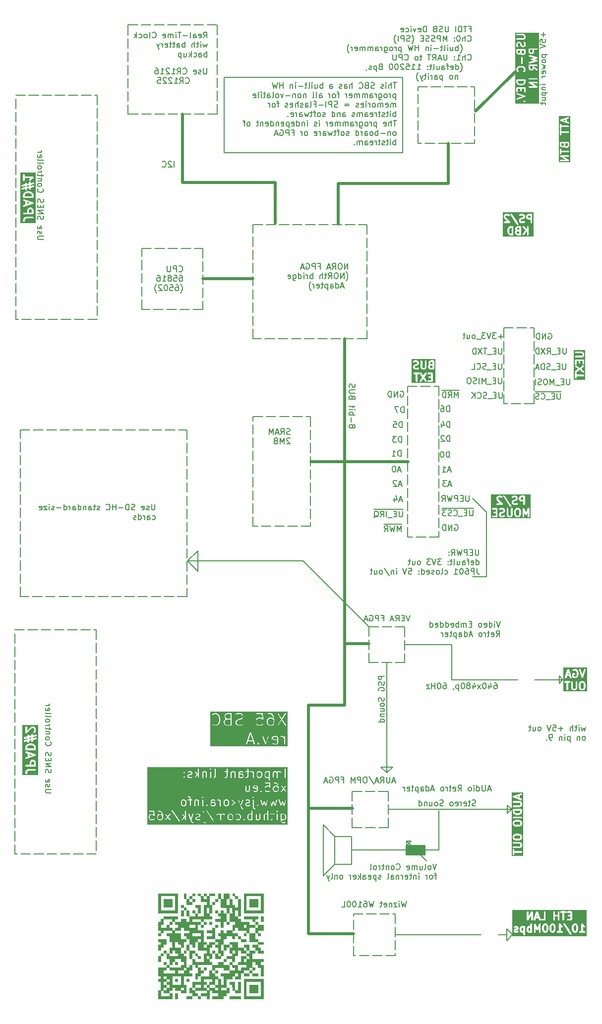
<source format=gbr>
%TF.GenerationSoftware,KiCad,Pcbnew,7.0.10-1.fc38*%
%TF.CreationDate,2024-01-13T22:19:30+01:00*%
%TF.ProjectId,x65-sbc-revA1,7836352d-7362-4632-9d72-657641312e6b,revA1*%
%TF.SameCoordinates,Original*%
%TF.FileFunction,Legend,Bot*%
%TF.FilePolarity,Positive*%
%FSLAX46Y46*%
G04 Gerber Fmt 4.6, Leading zero omitted, Abs format (unit mm)*
G04 Created by KiCad (PCBNEW 7.0.10-1.fc38) date 2024-01-13 22:19:30*
%MOMM*%
%LPD*%
G01*
G04 APERTURE LIST*
%ADD10C,0.150000*%
%ADD11C,0.500000*%
%ADD12C,0.250000*%
%ADD13C,0.300000*%
G04 APERTURE END LIST*
D10*
X106019600Y-163398200D02*
X105029000Y-164388800D01*
X96129800Y-175237500D02*
X94174000Y-173281700D01*
X111760000Y-179451000D02*
X108381800Y-176072800D01*
X134467600Y-147853400D02*
X134467600Y-149072600D01*
X125476000Y-190982600D02*
X125476000Y-193014600D01*
X124053600Y-192024000D02*
X125476000Y-192024000D01*
X134467600Y-149072600D02*
X135102600Y-148437600D01*
X106476800Y-192024000D02*
X121107200Y-192024000D01*
X122021600Y-122809000D02*
X122021600Y-119913400D01*
D11*
X97866200Y-142367000D02*
X101981000Y-142367000D01*
X70104000Y-63500000D02*
X70104000Y-51943000D01*
D10*
X119659400Y-130937000D02*
X122021600Y-130937000D01*
X126517400Y-192024000D02*
X125476000Y-190982600D01*
X125628400Y-171297600D02*
X126314200Y-170611800D01*
X126314200Y-170624500D02*
X125628400Y-169938700D01*
X82169000Y-70789800D02*
X83819000Y-70789800D01*
X84419000Y-70789800D02*
X86069000Y-70789800D01*
X86669000Y-70789800D02*
X88319000Y-70789800D01*
X88919000Y-70789800D02*
X90569000Y-70789800D01*
X91169000Y-70789800D02*
X92819000Y-70789800D01*
X93419000Y-70789800D02*
X95069000Y-70789800D01*
X95669000Y-70789800D02*
X97319000Y-70789800D01*
X97919000Y-70789800D02*
X99569000Y-70789800D01*
X100169000Y-70789800D02*
X101625400Y-70789800D01*
X101625400Y-70789800D02*
X101625400Y-72439800D01*
X101625400Y-73039800D02*
X101625400Y-74689800D01*
X101625400Y-75289800D02*
X101625400Y-76939800D01*
X101625400Y-77539800D02*
X101625400Y-79189800D01*
X101625400Y-79789800D02*
X101625400Y-81439800D01*
X101625400Y-82039800D02*
X101625400Y-83689800D01*
X101625400Y-84289800D02*
X101625400Y-85939800D01*
X101625400Y-86539800D02*
X101625400Y-88189800D01*
X101625400Y-88789800D02*
X101625400Y-90246200D01*
X101625400Y-90246200D02*
X99975400Y-90246200D01*
X99375400Y-90246200D02*
X97725400Y-90246200D01*
X97125400Y-90246200D02*
X95475400Y-90246200D01*
X94875400Y-90246200D02*
X93225400Y-90246200D01*
X92625400Y-90246200D02*
X90975400Y-90246200D01*
X90375400Y-90246200D02*
X88725400Y-90246200D01*
X88125400Y-90246200D02*
X86475400Y-90246200D01*
X85875400Y-90246200D02*
X84225400Y-90246200D01*
X83625400Y-90246200D02*
X82169000Y-90246200D01*
X82169000Y-90246200D02*
X82169000Y-88596200D01*
X82169000Y-87996200D02*
X82169000Y-86346200D01*
X82169000Y-85746200D02*
X82169000Y-84096200D01*
X82169000Y-83496200D02*
X82169000Y-81846200D01*
X82169000Y-81246200D02*
X82169000Y-79596200D01*
X82169000Y-78996200D02*
X82169000Y-77346200D01*
X82169000Y-76746200D02*
X82169000Y-75096200D01*
X82169000Y-74496200D02*
X82169000Y-72846200D01*
X82169000Y-72246200D02*
X82169000Y-70789800D01*
X108077000Y-142544800D02*
X116103400Y-142544800D01*
X72745600Y-129997200D02*
X70967600Y-128219200D01*
D11*
X115519200Y-63804800D02*
X115519200Y-56896000D01*
D10*
X99110800Y-167538400D02*
X100760800Y-167538400D01*
X101360800Y-167538400D02*
X103010800Y-167538400D01*
X103610800Y-167538400D02*
X105260800Y-167538400D01*
X105283000Y-167538400D02*
X105283000Y-169188400D01*
X105283000Y-169788400D02*
X105283000Y-171438400D01*
X105283000Y-172038400D02*
X105283000Y-173688400D01*
X105283000Y-173710600D02*
X103633000Y-173710600D01*
X103033000Y-173710600D02*
X101383000Y-173710600D01*
X100783000Y-173710600D02*
X99133000Y-173710600D01*
X99110800Y-173710600D02*
X99110800Y-172060600D01*
X99110800Y-171460600D02*
X99110800Y-169810600D01*
X99110800Y-169210600D02*
X99110800Y-167560600D01*
X105029000Y-164388800D02*
X104038400Y-163398200D01*
X101981000Y-139496800D02*
X103631000Y-139496800D01*
X104231000Y-139496800D02*
X105881000Y-139496800D01*
X106481000Y-139496800D02*
X108077000Y-139496800D01*
X108077000Y-139496800D02*
X108077000Y-141146800D01*
X108077000Y-141746800D02*
X108077000Y-143396800D01*
X108077000Y-143996800D02*
X108077000Y-145592800D01*
X108077000Y-145592800D02*
X106427000Y-145592800D01*
X105827000Y-145592800D02*
X104177000Y-145592800D01*
X103577000Y-145592800D02*
X101981000Y-145592800D01*
X101981000Y-145592800D02*
X101981000Y-143942800D01*
X101981000Y-143342800D02*
X101981000Y-141692800D01*
X101981000Y-141092800D02*
X101981000Y-139496800D01*
X60833000Y-36703000D02*
X62483000Y-36703000D01*
X63083000Y-36703000D02*
X64733000Y-36703000D01*
X65333000Y-36703000D02*
X66983000Y-36703000D01*
X67583000Y-36703000D02*
X69233000Y-36703000D01*
X69833000Y-36703000D02*
X71483000Y-36703000D01*
X72083000Y-36703000D02*
X73733000Y-36703000D01*
X74333000Y-36703000D02*
X75983000Y-36703000D01*
X76073000Y-36703000D02*
X76073000Y-38353000D01*
X76073000Y-38953000D02*
X76073000Y-40603000D01*
X76073000Y-41203000D02*
X76073000Y-42853000D01*
X76073000Y-43453000D02*
X76073000Y-45103000D01*
X76073000Y-45703000D02*
X76073000Y-47353000D01*
X76073000Y-47953000D02*
X76073000Y-49603000D01*
X76073000Y-50203000D02*
X76073000Y-51853000D01*
X76073000Y-51943000D02*
X74423000Y-51943000D01*
X73823000Y-51943000D02*
X72173000Y-51943000D01*
X71573000Y-51943000D02*
X69923000Y-51943000D01*
X69323000Y-51943000D02*
X67673000Y-51943000D01*
X67073000Y-51943000D02*
X65423000Y-51943000D01*
X64823000Y-51943000D02*
X63173000Y-51943000D01*
X62573000Y-51943000D02*
X60923000Y-51943000D01*
X60833000Y-51943000D02*
X60833000Y-50293000D01*
X60833000Y-49693000D02*
X60833000Y-48043000D01*
X60833000Y-47443000D02*
X60833000Y-45793000D01*
X60833000Y-45193000D02*
X60833000Y-43543000D01*
X60833000Y-42943000D02*
X60833000Y-41293000D01*
X60833000Y-40693000D02*
X60833000Y-39043000D01*
X60833000Y-38443000D02*
X60833000Y-36793000D01*
D11*
X85953600Y-70561200D02*
X85953600Y-63652400D01*
D10*
X116103400Y-142544800D02*
X116103400Y-148488400D01*
X122021600Y-119913400D02*
X119634000Y-117525800D01*
X113868200Y-177546000D02*
X99000000Y-177546000D01*
X108381800Y-176072800D02*
X109169200Y-176072800D01*
X105283000Y-170624500D02*
X126314200Y-170624500D01*
X96129800Y-175237500D02*
X99000000Y-175237500D01*
X99000000Y-180000000D01*
X96129800Y-180000000D01*
X96129800Y-175237500D01*
X116103400Y-148488400D02*
X127406400Y-148488400D01*
X113868200Y-170764200D02*
X113868200Y-177546000D01*
X71018400Y-128219200D02*
X72745600Y-126492000D01*
X122021600Y-130937000D02*
X122021600Y-122809000D01*
X125628400Y-169938700D02*
X125628400Y-171297600D01*
D11*
X115489900Y-63804800D02*
X96723200Y-63804800D01*
D10*
X108305600Y-176758600D02*
X111506000Y-176758600D01*
X111506000Y-178384200D01*
X108305600Y-178384200D01*
X108305600Y-176758600D01*
G36*
X108305600Y-176758600D02*
G01*
X111506000Y-176758600D01*
X111506000Y-178384200D01*
X108305600Y-178384200D01*
X108305600Y-176758600D01*
G37*
X108559600Y-98374200D02*
X110209600Y-98374200D01*
X110809600Y-98374200D02*
X112459600Y-98374200D01*
X113059600Y-98374200D02*
X113919000Y-98374200D01*
X113919000Y-98374200D02*
X113919000Y-100024200D01*
X113919000Y-100624200D02*
X113919000Y-102274200D01*
X113919000Y-102874200D02*
X113919000Y-104524200D01*
X113919000Y-105124200D02*
X113919000Y-106774200D01*
X113919000Y-107374200D02*
X113919000Y-109024200D01*
X113919000Y-109624200D02*
X113919000Y-111274200D01*
X113919000Y-111874200D02*
X113919000Y-113524200D01*
X113919000Y-114124200D02*
X113919000Y-115774200D01*
X113919000Y-116374200D02*
X113919000Y-118024200D01*
X113919000Y-118624200D02*
X113919000Y-120274200D01*
X113919000Y-120874200D02*
X113919000Y-122524200D01*
X113919000Y-123124200D02*
X113919000Y-124129800D01*
X113919000Y-124129800D02*
X112269000Y-124129800D01*
X111669000Y-124129800D02*
X110019000Y-124129800D01*
X109419000Y-124129800D02*
X108559600Y-124129800D01*
X108559600Y-124129800D02*
X108559600Y-122479800D01*
X108559600Y-121879800D02*
X108559600Y-120229800D01*
X108559600Y-119629800D02*
X108559600Y-117979800D01*
X108559600Y-117379800D02*
X108559600Y-115729800D01*
X108559600Y-115129800D02*
X108559600Y-113479800D01*
X108559600Y-112879800D02*
X108559600Y-111229800D01*
X108559600Y-110629800D02*
X108559600Y-108979800D01*
X108559600Y-108379800D02*
X108559600Y-106729800D01*
X108559600Y-106129800D02*
X108559600Y-104479800D01*
X108559600Y-103879800D02*
X108559600Y-102229800D01*
X108559600Y-101629800D02*
X108559600Y-99979800D01*
X108559600Y-99379800D02*
X108559600Y-98374200D01*
X104038400Y-163398200D02*
X106019600Y-163398200D01*
X99314000Y-188442600D02*
X100964000Y-188442600D01*
X101564000Y-188442600D02*
X103214000Y-188442600D01*
X103814000Y-188442600D02*
X105464000Y-188442600D01*
X106064000Y-188442600D02*
X106476800Y-188442600D01*
X106476800Y-188442600D02*
X106476800Y-190092600D01*
X106476800Y-190692600D02*
X106476800Y-192342600D01*
X106476800Y-192942600D02*
X106476800Y-194592600D01*
X106476800Y-195192600D02*
X106476800Y-195605400D01*
X106476800Y-195605400D02*
X104826800Y-195605400D01*
X104226800Y-195605400D02*
X102576800Y-195605400D01*
X101976800Y-195605400D02*
X100326800Y-195605400D01*
X99726800Y-195605400D02*
X99314000Y-195605400D01*
X99314000Y-195605400D02*
X99314000Y-193955400D01*
X99314000Y-193355400D02*
X99314000Y-191705400D01*
X99314000Y-191105400D02*
X99314000Y-189455400D01*
X99314000Y-188855400D02*
X99314000Y-188442600D01*
D11*
X126909882Y-44692518D02*
X120217104Y-51385296D01*
D10*
X90703400Y-128219200D02*
X71018400Y-128219200D01*
D11*
X91643200Y-152857200D02*
X91643200Y-191846200D01*
D10*
X41503600Y-139954000D02*
X43153600Y-139954000D01*
X43753600Y-139954000D02*
X45403600Y-139954000D01*
X46003600Y-139954000D02*
X47653600Y-139954000D01*
X48253600Y-139954000D02*
X49903600Y-139954000D01*
X50503600Y-139954000D02*
X52153600Y-139954000D01*
X52753600Y-139954000D02*
X54403600Y-139954000D01*
X55003600Y-139954000D02*
X55422800Y-139954000D01*
X55422800Y-139954000D02*
X55422800Y-141604000D01*
X55422800Y-142204000D02*
X55422800Y-143854000D01*
X55422800Y-144454000D02*
X55422800Y-146104000D01*
X55422800Y-146704000D02*
X55422800Y-148354000D01*
X55422800Y-148954000D02*
X55422800Y-150604000D01*
X55422800Y-151204000D02*
X55422800Y-152854000D01*
X55422800Y-153454000D02*
X55422800Y-155104000D01*
X55422800Y-155704000D02*
X55422800Y-157354000D01*
X55422800Y-157954000D02*
X55422800Y-159604000D01*
X55422800Y-160204000D02*
X55422800Y-161854000D01*
X55422800Y-162454000D02*
X55422800Y-164104000D01*
X55422800Y-164704000D02*
X55422800Y-166354000D01*
X55422800Y-166954000D02*
X55422800Y-168604000D01*
X55422800Y-169204000D02*
X55422800Y-170854000D01*
X55422800Y-171454000D02*
X55422800Y-173104000D01*
X55422800Y-173704000D02*
X55422800Y-175354000D01*
X55422800Y-175954000D02*
X55422800Y-177604000D01*
X55422800Y-178204000D02*
X55422800Y-178257200D01*
X55422800Y-178257200D02*
X53772800Y-178257200D01*
X53172800Y-178257200D02*
X51522800Y-178257200D01*
X50922800Y-178257200D02*
X49272800Y-178257200D01*
X48672800Y-178257200D02*
X47022800Y-178257200D01*
X46422800Y-178257200D02*
X44772800Y-178257200D01*
X44172800Y-178257200D02*
X42522800Y-178257200D01*
X41922800Y-178257200D02*
X41503600Y-178257200D01*
X41503600Y-178257200D02*
X41503600Y-176607200D01*
X41503600Y-176007200D02*
X41503600Y-174357200D01*
X41503600Y-173757200D02*
X41503600Y-172107200D01*
X41503600Y-171507200D02*
X41503600Y-169857200D01*
X41503600Y-169257200D02*
X41503600Y-167607200D01*
X41503600Y-167007200D02*
X41503600Y-165357200D01*
X41503600Y-164757200D02*
X41503600Y-163107200D01*
X41503600Y-162507200D02*
X41503600Y-160857200D01*
X41503600Y-160257200D02*
X41503600Y-158607200D01*
X41503600Y-158007200D02*
X41503600Y-156357200D01*
X41503600Y-155757200D02*
X41503600Y-154107200D01*
X41503600Y-153507200D02*
X41503600Y-151857200D01*
X41503600Y-151257200D02*
X41503600Y-149607200D01*
X41503600Y-149007200D02*
X41503600Y-147357200D01*
X41503600Y-146757200D02*
X41503600Y-145107200D01*
X41503600Y-144507200D02*
X41503600Y-142857200D01*
X41503600Y-142257200D02*
X41503600Y-140607200D01*
X41503600Y-140007200D02*
X41503600Y-139954000D01*
D11*
X97815400Y-90297000D02*
X97815400Y-152857200D01*
D10*
X135102600Y-148488400D02*
X134467600Y-147853400D01*
X108381800Y-176072800D02*
X108381800Y-176758600D01*
D11*
X97815400Y-152857200D02*
X91643200Y-152857200D01*
D10*
X109169200Y-176072800D02*
X108305600Y-176936400D01*
D11*
X91643200Y-191846200D02*
X99314000Y-191846200D01*
D10*
X94174000Y-173281700D02*
X94174000Y-181968500D01*
X130251200Y-148488400D02*
X135102600Y-148488400D01*
D11*
X85953600Y-63601600D02*
X70104000Y-63601600D01*
D10*
X110312200Y-47244000D02*
X111962200Y-47244000D01*
X112562200Y-47244000D02*
X114212200Y-47244000D01*
X114812200Y-47244000D02*
X116462200Y-47244000D01*
X117062200Y-47244000D02*
X118712200Y-47244000D01*
X119312200Y-47244000D02*
X119964200Y-47244000D01*
X119964200Y-47244000D02*
X119964200Y-48894000D01*
X119964200Y-49494000D02*
X119964200Y-51144000D01*
X119964200Y-51744000D02*
X119964200Y-53394000D01*
X119964200Y-53994000D02*
X119964200Y-55644000D01*
X119964200Y-56244000D02*
X119964200Y-56896000D01*
X119964200Y-56896000D02*
X118314200Y-56896000D01*
X117714200Y-56896000D02*
X116064200Y-56896000D01*
X115464200Y-56896000D02*
X113814200Y-56896000D01*
X113214200Y-56896000D02*
X111564200Y-56896000D01*
X110964200Y-56896000D02*
X110312200Y-56896000D01*
X110312200Y-56896000D02*
X110312200Y-55246000D01*
X110312200Y-54646000D02*
X110312200Y-52996000D01*
X110312200Y-52396000D02*
X110312200Y-50746000D01*
X110312200Y-50146000D02*
X110312200Y-48496000D01*
X110312200Y-47896000D02*
X110312200Y-47244000D01*
D11*
X73583800Y-80035400D02*
X82169000Y-80035400D01*
D10*
X94174000Y-181968500D02*
X96142500Y-180000000D01*
X125476000Y-193014600D02*
X126517400Y-191973200D01*
X101981000Y-139496800D02*
X90703400Y-128219200D01*
X42443400Y-105816400D02*
X44093400Y-105816400D01*
X44693400Y-105816400D02*
X46343400Y-105816400D01*
X46943400Y-105816400D02*
X48593400Y-105816400D01*
X49193400Y-105816400D02*
X50843400Y-105816400D01*
X51443400Y-105816400D02*
X53093400Y-105816400D01*
X53693400Y-105816400D02*
X55343400Y-105816400D01*
X55943400Y-105816400D02*
X57593400Y-105816400D01*
X58193400Y-105816400D02*
X59843400Y-105816400D01*
X60443400Y-105816400D02*
X62093400Y-105816400D01*
X62693400Y-105816400D02*
X64343400Y-105816400D01*
X64943400Y-105816400D02*
X66593400Y-105816400D01*
X67193400Y-105816400D02*
X68843400Y-105816400D01*
X69443400Y-105816400D02*
X70916800Y-105816400D01*
X70916800Y-105816400D02*
X70916800Y-107466400D01*
X70916800Y-108066400D02*
X70916800Y-109716400D01*
X70916800Y-110316400D02*
X70916800Y-111966400D01*
X70916800Y-112566400D02*
X70916800Y-114216400D01*
X70916800Y-114816400D02*
X70916800Y-116466400D01*
X70916800Y-117066400D02*
X70916800Y-118716400D01*
X70916800Y-119316400D02*
X70916800Y-120966400D01*
X70916800Y-121566400D02*
X70916800Y-123216400D01*
X70916800Y-123816400D02*
X70916800Y-125466400D01*
X70916800Y-126066400D02*
X70916800Y-127716400D01*
X70916800Y-128316400D02*
X70916800Y-129966400D01*
X70916800Y-130566400D02*
X70916800Y-132216400D01*
X70916800Y-132816400D02*
X70916800Y-134289800D01*
X70916800Y-134289800D02*
X69266800Y-134289800D01*
X68666800Y-134289800D02*
X67016800Y-134289800D01*
X66416800Y-134289800D02*
X64766800Y-134289800D01*
X64166800Y-134289800D02*
X62516800Y-134289800D01*
X61916800Y-134289800D02*
X60266800Y-134289800D01*
X59666800Y-134289800D02*
X58016800Y-134289800D01*
X57416800Y-134289800D02*
X55766800Y-134289800D01*
X55166800Y-134289800D02*
X53516800Y-134289800D01*
X52916800Y-134289800D02*
X51266800Y-134289800D01*
X50666800Y-134289800D02*
X49016800Y-134289800D01*
X48416800Y-134289800D02*
X46766800Y-134289800D01*
X46166800Y-134289800D02*
X44516800Y-134289800D01*
X43916800Y-134289800D02*
X42443400Y-134289800D01*
X42443400Y-134289800D02*
X42443400Y-132639800D01*
X42443400Y-132039800D02*
X42443400Y-130389800D01*
X42443400Y-129789800D02*
X42443400Y-128139800D01*
X42443400Y-127539800D02*
X42443400Y-125889800D01*
X42443400Y-125289800D02*
X42443400Y-123639800D01*
X42443400Y-123039800D02*
X42443400Y-121389800D01*
X42443400Y-120789800D02*
X42443400Y-119139800D01*
X42443400Y-118539800D02*
X42443400Y-116889800D01*
X42443400Y-116289800D02*
X42443400Y-114639800D01*
X42443400Y-114039800D02*
X42443400Y-112389800D01*
X42443400Y-111789800D02*
X42443400Y-110139800D01*
X42443400Y-109539800D02*
X42443400Y-107889800D01*
X42443400Y-107289800D02*
X42443400Y-105816400D01*
D11*
X96723200Y-70713600D02*
X96723200Y-63804800D01*
D10*
X105029000Y-145592800D02*
X105029000Y-164388800D01*
X124993400Y-88417400D02*
X126643400Y-88417400D01*
X127243400Y-88417400D02*
X128893400Y-88417400D01*
X129493400Y-88417400D02*
X130149600Y-88417400D01*
X130149600Y-88417400D02*
X130149600Y-90067400D01*
X130149600Y-90667400D02*
X130149600Y-92317400D01*
X130149600Y-92917400D02*
X130149600Y-94567400D01*
X130149600Y-95167400D02*
X130149600Y-96817400D01*
X130149600Y-97417400D02*
X130149600Y-99067400D01*
X130149600Y-99667400D02*
X130149600Y-101317400D01*
X130149600Y-101371400D02*
X128499600Y-101371400D01*
X127899600Y-101371400D02*
X126249600Y-101371400D01*
X125649600Y-101371400D02*
X124993400Y-101371400D01*
X124993400Y-101371400D02*
X124993400Y-99721400D01*
X124993400Y-99121400D02*
X124993400Y-97471400D01*
X124993400Y-96871400D02*
X124993400Y-95221400D01*
X124993400Y-94621400D02*
X124993400Y-92971400D01*
X124993400Y-92371400D02*
X124993400Y-90721400D01*
X124993400Y-90121400D02*
X124993400Y-88471400D01*
X63169800Y-74828400D02*
X64819800Y-74828400D01*
X65419800Y-74828400D02*
X67069800Y-74828400D01*
X67669800Y-74828400D02*
X69319800Y-74828400D01*
X69919800Y-74828400D02*
X71569800Y-74828400D01*
X72169800Y-74828400D02*
X73583800Y-74828400D01*
X73583800Y-74828400D02*
X73583800Y-76478400D01*
X73583800Y-77078400D02*
X73583800Y-78728400D01*
X73583800Y-79328400D02*
X73583800Y-80978400D01*
X73583800Y-81578400D02*
X73583800Y-83228400D01*
X73583800Y-83828400D02*
X73583800Y-85242400D01*
X73583800Y-85242400D02*
X71933800Y-85242400D01*
X71333800Y-85242400D02*
X69683800Y-85242400D01*
X69083800Y-85242400D02*
X67433800Y-85242400D01*
X66833800Y-85242400D02*
X65183800Y-85242400D01*
X64583800Y-85242400D02*
X63169800Y-85242400D01*
X63169800Y-85242400D02*
X63169800Y-83592400D01*
X63169800Y-82992400D02*
X63169800Y-81342400D01*
X63169800Y-80742400D02*
X63169800Y-79092400D01*
X63169800Y-78492400D02*
X63169800Y-76842400D01*
X63169800Y-76242400D02*
X63169800Y-74828400D01*
X82194400Y-103581200D02*
X83844400Y-103581200D01*
X84444400Y-103581200D02*
X86094400Y-103581200D01*
X86694400Y-103581200D02*
X88344400Y-103581200D01*
X88944400Y-103581200D02*
X90594400Y-103581200D01*
X91194400Y-103581200D02*
X91998800Y-103581200D01*
X91998800Y-103581200D02*
X91998800Y-105231200D01*
X91998800Y-105831200D02*
X91998800Y-107481200D01*
X91998800Y-108081200D02*
X91998800Y-109731200D01*
X91998800Y-110331200D02*
X91998800Y-111981200D01*
X91998800Y-112581200D02*
X91998800Y-114231200D01*
X91998800Y-114831200D02*
X91998800Y-116481200D01*
X91998800Y-117081200D02*
X91998800Y-118731200D01*
X91998800Y-119331200D02*
X91998800Y-120981200D01*
X91998800Y-121581200D02*
X91998800Y-122301000D01*
X91998800Y-122301000D02*
X90348800Y-122301000D01*
X89748800Y-122301000D02*
X88098800Y-122301000D01*
X87498800Y-122301000D02*
X85848800Y-122301000D01*
X85248800Y-122301000D02*
X83598800Y-122301000D01*
X82998800Y-122301000D02*
X82194400Y-122301000D01*
X82194400Y-122301000D02*
X82194400Y-120651000D01*
X82194400Y-120051000D02*
X82194400Y-118401000D01*
X82194400Y-117801000D02*
X82194400Y-116151000D01*
X82194400Y-115551000D02*
X82194400Y-113901000D01*
X82194400Y-113301000D02*
X82194400Y-111651000D01*
X82194400Y-111051000D02*
X82194400Y-109401000D01*
X82194400Y-108801000D02*
X82194400Y-107151000D01*
X82194400Y-106551000D02*
X82194400Y-104901000D01*
X82194400Y-104301000D02*
X82194400Y-103581200D01*
X41656000Y-48666400D02*
X43306000Y-48666400D01*
X43906000Y-48666400D02*
X45556000Y-48666400D01*
X46156000Y-48666400D02*
X47806000Y-48666400D01*
X48406000Y-48666400D02*
X50056000Y-48666400D01*
X50656000Y-48666400D02*
X52306000Y-48666400D01*
X52906000Y-48666400D02*
X54556000Y-48666400D01*
X55156000Y-48666400D02*
X55575200Y-48666400D01*
X55575200Y-48666400D02*
X55575200Y-50316400D01*
X55575200Y-50916400D02*
X55575200Y-52566400D01*
X55575200Y-53166400D02*
X55575200Y-54816400D01*
X55575200Y-55416400D02*
X55575200Y-57066400D01*
X55575200Y-57666400D02*
X55575200Y-59316400D01*
X55575200Y-59916400D02*
X55575200Y-61566400D01*
X55575200Y-62166400D02*
X55575200Y-63816400D01*
X55575200Y-64416400D02*
X55575200Y-66066400D01*
X55575200Y-66666400D02*
X55575200Y-68316400D01*
X55575200Y-68916400D02*
X55575200Y-70566400D01*
X55575200Y-71166400D02*
X55575200Y-72816400D01*
X55575200Y-73416400D02*
X55575200Y-75066400D01*
X55575200Y-75666400D02*
X55575200Y-77316400D01*
X55575200Y-77916400D02*
X55575200Y-79566400D01*
X55575200Y-80166400D02*
X55575200Y-81816400D01*
X55575200Y-82416400D02*
X55575200Y-84066400D01*
X55575200Y-84666400D02*
X55575200Y-86316400D01*
X55575200Y-86916400D02*
X55575200Y-86969600D01*
X55575200Y-86969600D02*
X53925200Y-86969600D01*
X53325200Y-86969600D02*
X51675200Y-86969600D01*
X51075200Y-86969600D02*
X49425200Y-86969600D01*
X48825200Y-86969600D02*
X47175200Y-86969600D01*
X46575200Y-86969600D02*
X44925200Y-86969600D01*
X44325200Y-86969600D02*
X42675200Y-86969600D01*
X42075200Y-86969600D02*
X41656000Y-86969600D01*
X41656000Y-86969600D02*
X41656000Y-85319600D01*
X41656000Y-84719600D02*
X41656000Y-83069600D01*
X41656000Y-82469600D02*
X41656000Y-80819600D01*
X41656000Y-80219600D02*
X41656000Y-78569600D01*
X41656000Y-77969600D02*
X41656000Y-76319600D01*
X41656000Y-75719600D02*
X41656000Y-74069600D01*
X41656000Y-73469600D02*
X41656000Y-71819600D01*
X41656000Y-71219600D02*
X41656000Y-69569600D01*
X41656000Y-68969600D02*
X41656000Y-67319600D01*
X41656000Y-66719600D02*
X41656000Y-65069600D01*
X41656000Y-64469600D02*
X41656000Y-62819600D01*
X41656000Y-62219600D02*
X41656000Y-60569600D01*
X41656000Y-59969600D02*
X41656000Y-58319600D01*
X41656000Y-57719600D02*
X41656000Y-56069600D01*
X41656000Y-55469600D02*
X41656000Y-53819600D01*
X41656000Y-53219600D02*
X41656000Y-51569600D01*
X41656000Y-50969600D02*
X41656000Y-49319600D01*
X41656000Y-48719600D02*
X41656000Y-48666400D01*
X72745600Y-126492000D02*
X72745600Y-129997200D01*
D11*
X91859100Y-170459400D02*
X99148900Y-170459400D01*
X108635800Y-111277400D02*
X92075000Y-111277400D01*
D12*
G36*
X135896204Y-57278319D02*
G01*
X135856566Y-57357595D01*
X135823352Y-57390809D01*
X135744076Y-57430447D01*
X135617380Y-57430447D01*
X135538106Y-57390810D01*
X135511410Y-57364114D01*
X135465252Y-57225639D01*
X135465252Y-56937590D01*
X135896204Y-56937590D01*
X135896204Y-57278319D01*
G37*
G36*
X135215252Y-57216415D02*
G01*
X135175615Y-57295688D01*
X135142397Y-57328906D01*
X135063125Y-57368543D01*
X134998331Y-57368543D01*
X134919058Y-57328906D01*
X134885840Y-57295688D01*
X134846204Y-57216415D01*
X134846204Y-56937590D01*
X135215252Y-56937590D01*
X135215252Y-57216415D01*
G37*
G36*
X135524776Y-53110591D02*
G01*
X135116487Y-52974494D01*
X135524776Y-52838398D01*
X135524776Y-53110591D01*
G37*
G36*
X136331918Y-60156637D02*
G01*
X134410490Y-60156637D01*
X134410490Y-59863712D01*
X134597476Y-59863712D01*
X134626735Y-59927781D01*
X134685987Y-59965860D01*
X134721204Y-59970923D01*
X136021204Y-59970923D01*
X136024432Y-59969975D01*
X136027707Y-59970754D01*
X136057984Y-59960123D01*
X136088784Y-59951080D01*
X136090988Y-59948535D01*
X136094163Y-59947421D01*
X136113882Y-59922114D01*
X136134908Y-59897850D01*
X136135387Y-59894517D01*
X136137455Y-59891864D01*
X136140363Y-59859908D01*
X136144932Y-59828134D01*
X136143533Y-59825072D01*
X136143839Y-59821720D01*
X136129004Y-59793257D01*
X136115673Y-59764065D01*
X136112841Y-59762245D01*
X136111286Y-59759261D01*
X136083221Y-59737392D01*
X135191899Y-59228066D01*
X136021204Y-59228066D01*
X136088784Y-59208223D01*
X136134908Y-59154993D01*
X136144932Y-59085277D01*
X136115673Y-59021208D01*
X136056421Y-58983129D01*
X136021204Y-58978066D01*
X134721204Y-58978066D01*
X134717975Y-58979013D01*
X134714701Y-58978235D01*
X134684420Y-58988866D01*
X134653624Y-58997909D01*
X134651419Y-59000453D01*
X134648244Y-59001568D01*
X134628515Y-59026886D01*
X134607500Y-59051139D01*
X134607021Y-59054469D01*
X134604952Y-59057125D01*
X134602043Y-59089090D01*
X134597476Y-59120855D01*
X134598874Y-59123916D01*
X134598569Y-59127269D01*
X134613403Y-59155731D01*
X134626735Y-59184924D01*
X134629566Y-59186743D01*
X134631122Y-59189728D01*
X134659187Y-59211596D01*
X135550509Y-59720923D01*
X134721204Y-59720923D01*
X134653624Y-59740766D01*
X134607500Y-59793996D01*
X134597476Y-59863712D01*
X134410490Y-59863712D01*
X134410490Y-58669733D01*
X134596204Y-58669733D01*
X134616047Y-58737313D01*
X134669277Y-58783437D01*
X134738993Y-58793461D01*
X134803062Y-58764202D01*
X134841141Y-58704950D01*
X134846204Y-58669733D01*
X134846204Y-58423305D01*
X136021204Y-58423305D01*
X136088784Y-58403462D01*
X136134908Y-58350232D01*
X136144932Y-58280516D01*
X136115673Y-58216447D01*
X136056421Y-58178368D01*
X136021204Y-58173305D01*
X134846204Y-58173305D01*
X134846204Y-57926876D01*
X134826361Y-57859296D01*
X134773131Y-57813172D01*
X134703415Y-57803148D01*
X134639346Y-57832407D01*
X134601267Y-57891659D01*
X134596204Y-57926876D01*
X134596204Y-58669733D01*
X134410490Y-58669733D01*
X134410490Y-57245924D01*
X134596204Y-57245924D01*
X134599396Y-57256796D01*
X134598180Y-57268063D01*
X134609401Y-57301826D01*
X134671306Y-57425635D01*
X134672900Y-57427349D01*
X134673399Y-57429639D01*
X134694721Y-57458121D01*
X134756626Y-57520026D01*
X134758679Y-57521147D01*
X134759877Y-57523163D01*
X134789112Y-57543441D01*
X134912921Y-57605346D01*
X134924071Y-57607352D01*
X134933606Y-57613480D01*
X134968823Y-57618543D01*
X135092633Y-57618543D01*
X135103505Y-57615350D01*
X135114772Y-57616567D01*
X135148535Y-57605346D01*
X135272344Y-57543441D01*
X135274058Y-57541846D01*
X135276348Y-57541348D01*
X135304830Y-57520026D01*
X135309941Y-57514914D01*
X135313768Y-57520026D01*
X135375672Y-57581931D01*
X135377728Y-57583053D01*
X135378925Y-57585069D01*
X135408160Y-57605347D01*
X135531970Y-57667251D01*
X135543121Y-57669257D01*
X135552654Y-57675384D01*
X135587871Y-57680447D01*
X135773585Y-57680447D01*
X135784454Y-57677255D01*
X135795723Y-57678472D01*
X135829486Y-57667251D01*
X135953296Y-57605347D01*
X135955011Y-57603751D01*
X135957301Y-57603253D01*
X135985783Y-57581931D01*
X136047688Y-57520026D01*
X136048809Y-57517971D01*
X136050826Y-57516774D01*
X136071104Y-57487539D01*
X136133008Y-57363729D01*
X136135014Y-57352577D01*
X136141141Y-57343045D01*
X136146204Y-57307828D01*
X136146204Y-56812590D01*
X136143633Y-56803834D01*
X136144932Y-56794801D01*
X136133865Y-56770568D01*
X136126361Y-56745010D01*
X136119464Y-56739034D01*
X136115673Y-56730732D01*
X136093260Y-56716328D01*
X136073131Y-56698886D01*
X136064098Y-56697587D01*
X136056421Y-56692653D01*
X136021204Y-56687590D01*
X134721204Y-56687590D01*
X134712448Y-56690160D01*
X134703415Y-56688862D01*
X134679182Y-56699928D01*
X134653624Y-56707433D01*
X134647648Y-56714329D01*
X134639346Y-56718121D01*
X134624942Y-56740533D01*
X134607500Y-56760663D01*
X134606201Y-56769695D01*
X134601267Y-56777373D01*
X134596204Y-56812590D01*
X134596204Y-57245924D01*
X134410490Y-57245924D01*
X134410490Y-55388781D01*
X134596204Y-55388781D01*
X134616047Y-55456361D01*
X134669277Y-55502485D01*
X134738993Y-55512509D01*
X134803062Y-55483250D01*
X134841141Y-55423998D01*
X134846204Y-55388781D01*
X134846204Y-55142353D01*
X136021204Y-55142353D01*
X136088784Y-55122510D01*
X136134908Y-55069280D01*
X136144932Y-54999564D01*
X136115673Y-54935495D01*
X136056421Y-54897416D01*
X136021204Y-54892353D01*
X134846204Y-54892353D01*
X134846204Y-54645924D01*
X134826361Y-54578344D01*
X134773131Y-54532220D01*
X134703415Y-54522196D01*
X134639346Y-54551455D01*
X134601267Y-54610707D01*
X134596204Y-54645924D01*
X134596204Y-55388781D01*
X134410490Y-55388781D01*
X134410490Y-54398305D01*
X134596204Y-54398305D01*
X134616047Y-54465885D01*
X134669277Y-54512009D01*
X134738993Y-54522033D01*
X134803062Y-54492774D01*
X134841141Y-54433522D01*
X134846204Y-54398305D01*
X134846204Y-54151877D01*
X136021204Y-54151877D01*
X136088784Y-54132034D01*
X136134908Y-54078804D01*
X136144932Y-54009088D01*
X136115673Y-53945019D01*
X136056421Y-53906940D01*
X136021204Y-53901877D01*
X134846204Y-53901877D01*
X134846204Y-53655448D01*
X134826361Y-53587868D01*
X134773131Y-53541744D01*
X134703415Y-53531720D01*
X134639346Y-53560979D01*
X134601267Y-53620231D01*
X134596204Y-53655448D01*
X134596204Y-54398305D01*
X134410490Y-54398305D01*
X134410490Y-52961189D01*
X134596914Y-52961189D01*
X134602409Y-52991571D01*
X134605697Y-53022279D01*
X134608621Y-53025911D01*
X134609451Y-53030497D01*
X134630494Y-53053079D01*
X134649867Y-53077141D01*
X134655588Y-53080008D01*
X134657469Y-53082026D01*
X134661835Y-53083138D01*
X134681675Y-53093080D01*
X135981676Y-53526415D01*
X136052063Y-53528961D01*
X136112653Y-53493048D01*
X136144208Y-53430079D01*
X136136711Y-53360046D01*
X136092542Y-53305184D01*
X136060733Y-53289244D01*
X135774776Y-53193924D01*
X135774776Y-52755065D01*
X136060732Y-52659747D01*
X136118569Y-52619552D01*
X136145494Y-52554468D01*
X136132957Y-52485160D01*
X136084939Y-52433631D01*
X136016686Y-52416243D01*
X135981675Y-52422577D01*
X134681676Y-52855910D01*
X134656319Y-52873531D01*
X134629756Y-52889276D01*
X134627667Y-52893443D01*
X134623838Y-52896105D01*
X134612032Y-52924642D01*
X134598200Y-52952245D01*
X134598696Y-52956880D01*
X134596914Y-52961189D01*
X134410490Y-52961189D01*
X134410490Y-52230529D01*
X136331918Y-52230529D01*
X136331918Y-60156637D01*
G37*
D10*
X115741220Y-102739819D02*
X115741220Y-101739819D01*
X115741220Y-101739819D02*
X115503125Y-101739819D01*
X115503125Y-101739819D02*
X115360268Y-101787438D01*
X115360268Y-101787438D02*
X115265030Y-101882676D01*
X115265030Y-101882676D02*
X115217411Y-101977914D01*
X115217411Y-101977914D02*
X115169792Y-102168390D01*
X115169792Y-102168390D02*
X115169792Y-102311247D01*
X115169792Y-102311247D02*
X115217411Y-102501723D01*
X115217411Y-102501723D02*
X115265030Y-102596961D01*
X115265030Y-102596961D02*
X115360268Y-102692200D01*
X115360268Y-102692200D02*
X115503125Y-102739819D01*
X115503125Y-102739819D02*
X115741220Y-102739819D01*
X114312649Y-101739819D02*
X114503125Y-101739819D01*
X114503125Y-101739819D02*
X114598363Y-101787438D01*
X114598363Y-101787438D02*
X114645982Y-101835057D01*
X114645982Y-101835057D02*
X114741220Y-101977914D01*
X114741220Y-101977914D02*
X114788839Y-102168390D01*
X114788839Y-102168390D02*
X114788839Y-102549342D01*
X114788839Y-102549342D02*
X114741220Y-102644580D01*
X114741220Y-102644580D02*
X114693601Y-102692200D01*
X114693601Y-102692200D02*
X114598363Y-102739819D01*
X114598363Y-102739819D02*
X114407887Y-102739819D01*
X114407887Y-102739819D02*
X114312649Y-102692200D01*
X114312649Y-102692200D02*
X114265030Y-102644580D01*
X114265030Y-102644580D02*
X114217411Y-102549342D01*
X114217411Y-102549342D02*
X114217411Y-102311247D01*
X114217411Y-102311247D02*
X114265030Y-102216009D01*
X114265030Y-102216009D02*
X114312649Y-102168390D01*
X114312649Y-102168390D02*
X114407887Y-102120771D01*
X114407887Y-102120771D02*
X114598363Y-102120771D01*
X114598363Y-102120771D02*
X114693601Y-102168390D01*
X114693601Y-102168390D02*
X114741220Y-102216009D01*
X114741220Y-102216009D02*
X114788839Y-102311247D01*
X120183039Y-170002200D02*
X120040182Y-170049819D01*
X120040182Y-170049819D02*
X119802087Y-170049819D01*
X119802087Y-170049819D02*
X119706849Y-170002200D01*
X119706849Y-170002200D02*
X119659230Y-169954580D01*
X119659230Y-169954580D02*
X119611611Y-169859342D01*
X119611611Y-169859342D02*
X119611611Y-169764104D01*
X119611611Y-169764104D02*
X119659230Y-169668866D01*
X119659230Y-169668866D02*
X119706849Y-169621247D01*
X119706849Y-169621247D02*
X119802087Y-169573628D01*
X119802087Y-169573628D02*
X119992563Y-169526009D01*
X119992563Y-169526009D02*
X120087801Y-169478390D01*
X120087801Y-169478390D02*
X120135420Y-169430771D01*
X120135420Y-169430771D02*
X120183039Y-169335533D01*
X120183039Y-169335533D02*
X120183039Y-169240295D01*
X120183039Y-169240295D02*
X120135420Y-169145057D01*
X120135420Y-169145057D02*
X120087801Y-169097438D01*
X120087801Y-169097438D02*
X119992563Y-169049819D01*
X119992563Y-169049819D02*
X119754468Y-169049819D01*
X119754468Y-169049819D02*
X119611611Y-169097438D01*
X119325896Y-169383152D02*
X118944944Y-169383152D01*
X119183039Y-169049819D02*
X119183039Y-169906961D01*
X119183039Y-169906961D02*
X119135420Y-170002200D01*
X119135420Y-170002200D02*
X119040182Y-170049819D01*
X119040182Y-170049819D02*
X118944944Y-170049819D01*
X118230658Y-170002200D02*
X118325896Y-170049819D01*
X118325896Y-170049819D02*
X118516372Y-170049819D01*
X118516372Y-170049819D02*
X118611610Y-170002200D01*
X118611610Y-170002200D02*
X118659229Y-169906961D01*
X118659229Y-169906961D02*
X118659229Y-169526009D01*
X118659229Y-169526009D02*
X118611610Y-169430771D01*
X118611610Y-169430771D02*
X118516372Y-169383152D01*
X118516372Y-169383152D02*
X118325896Y-169383152D01*
X118325896Y-169383152D02*
X118230658Y-169430771D01*
X118230658Y-169430771D02*
X118183039Y-169526009D01*
X118183039Y-169526009D02*
X118183039Y-169621247D01*
X118183039Y-169621247D02*
X118659229Y-169716485D01*
X117754467Y-170049819D02*
X117754467Y-169383152D01*
X117754467Y-169573628D02*
X117706848Y-169478390D01*
X117706848Y-169478390D02*
X117659229Y-169430771D01*
X117659229Y-169430771D02*
X117563991Y-169383152D01*
X117563991Y-169383152D02*
X117468753Y-169383152D01*
X116754467Y-170002200D02*
X116849705Y-170049819D01*
X116849705Y-170049819D02*
X117040181Y-170049819D01*
X117040181Y-170049819D02*
X117135419Y-170002200D01*
X117135419Y-170002200D02*
X117183038Y-169906961D01*
X117183038Y-169906961D02*
X117183038Y-169526009D01*
X117183038Y-169526009D02*
X117135419Y-169430771D01*
X117135419Y-169430771D02*
X117040181Y-169383152D01*
X117040181Y-169383152D02*
X116849705Y-169383152D01*
X116849705Y-169383152D02*
X116754467Y-169430771D01*
X116754467Y-169430771D02*
X116706848Y-169526009D01*
X116706848Y-169526009D02*
X116706848Y-169621247D01*
X116706848Y-169621247D02*
X117183038Y-169716485D01*
X116135419Y-170049819D02*
X116230657Y-170002200D01*
X116230657Y-170002200D02*
X116278276Y-169954580D01*
X116278276Y-169954580D02*
X116325895Y-169859342D01*
X116325895Y-169859342D02*
X116325895Y-169573628D01*
X116325895Y-169573628D02*
X116278276Y-169478390D01*
X116278276Y-169478390D02*
X116230657Y-169430771D01*
X116230657Y-169430771D02*
X116135419Y-169383152D01*
X116135419Y-169383152D02*
X115992562Y-169383152D01*
X115992562Y-169383152D02*
X115897324Y-169430771D01*
X115897324Y-169430771D02*
X115849705Y-169478390D01*
X115849705Y-169478390D02*
X115802086Y-169573628D01*
X115802086Y-169573628D02*
X115802086Y-169859342D01*
X115802086Y-169859342D02*
X115849705Y-169954580D01*
X115849705Y-169954580D02*
X115897324Y-170002200D01*
X115897324Y-170002200D02*
X115992562Y-170049819D01*
X115992562Y-170049819D02*
X116135419Y-170049819D01*
X114659228Y-170002200D02*
X114516371Y-170049819D01*
X114516371Y-170049819D02*
X114278276Y-170049819D01*
X114278276Y-170049819D02*
X114183038Y-170002200D01*
X114183038Y-170002200D02*
X114135419Y-169954580D01*
X114135419Y-169954580D02*
X114087800Y-169859342D01*
X114087800Y-169859342D02*
X114087800Y-169764104D01*
X114087800Y-169764104D02*
X114135419Y-169668866D01*
X114135419Y-169668866D02*
X114183038Y-169621247D01*
X114183038Y-169621247D02*
X114278276Y-169573628D01*
X114278276Y-169573628D02*
X114468752Y-169526009D01*
X114468752Y-169526009D02*
X114563990Y-169478390D01*
X114563990Y-169478390D02*
X114611609Y-169430771D01*
X114611609Y-169430771D02*
X114659228Y-169335533D01*
X114659228Y-169335533D02*
X114659228Y-169240295D01*
X114659228Y-169240295D02*
X114611609Y-169145057D01*
X114611609Y-169145057D02*
X114563990Y-169097438D01*
X114563990Y-169097438D02*
X114468752Y-169049819D01*
X114468752Y-169049819D02*
X114230657Y-169049819D01*
X114230657Y-169049819D02*
X114087800Y-169097438D01*
X113516371Y-170049819D02*
X113611609Y-170002200D01*
X113611609Y-170002200D02*
X113659228Y-169954580D01*
X113659228Y-169954580D02*
X113706847Y-169859342D01*
X113706847Y-169859342D02*
X113706847Y-169573628D01*
X113706847Y-169573628D02*
X113659228Y-169478390D01*
X113659228Y-169478390D02*
X113611609Y-169430771D01*
X113611609Y-169430771D02*
X113516371Y-169383152D01*
X113516371Y-169383152D02*
X113373514Y-169383152D01*
X113373514Y-169383152D02*
X113278276Y-169430771D01*
X113278276Y-169430771D02*
X113230657Y-169478390D01*
X113230657Y-169478390D02*
X113183038Y-169573628D01*
X113183038Y-169573628D02*
X113183038Y-169859342D01*
X113183038Y-169859342D02*
X113230657Y-169954580D01*
X113230657Y-169954580D02*
X113278276Y-170002200D01*
X113278276Y-170002200D02*
X113373514Y-170049819D01*
X113373514Y-170049819D02*
X113516371Y-170049819D01*
X112325895Y-169383152D02*
X112325895Y-170049819D01*
X112754466Y-169383152D02*
X112754466Y-169906961D01*
X112754466Y-169906961D02*
X112706847Y-170002200D01*
X112706847Y-170002200D02*
X112611609Y-170049819D01*
X112611609Y-170049819D02*
X112468752Y-170049819D01*
X112468752Y-170049819D02*
X112373514Y-170002200D01*
X112373514Y-170002200D02*
X112325895Y-169954580D01*
X111849704Y-169383152D02*
X111849704Y-170049819D01*
X111849704Y-169478390D02*
X111802085Y-169430771D01*
X111802085Y-169430771D02*
X111706847Y-169383152D01*
X111706847Y-169383152D02*
X111563990Y-169383152D01*
X111563990Y-169383152D02*
X111468752Y-169430771D01*
X111468752Y-169430771D02*
X111421133Y-169526009D01*
X111421133Y-169526009D02*
X111421133Y-170049819D01*
X110516371Y-170049819D02*
X110516371Y-169049819D01*
X110516371Y-170002200D02*
X110611609Y-170049819D01*
X110611609Y-170049819D02*
X110802085Y-170049819D01*
X110802085Y-170049819D02*
X110897323Y-170002200D01*
X110897323Y-170002200D02*
X110944942Y-169954580D01*
X110944942Y-169954580D02*
X110992561Y-169859342D01*
X110992561Y-169859342D02*
X110992561Y-169573628D01*
X110992561Y-169573628D02*
X110944942Y-169478390D01*
X110944942Y-169478390D02*
X110897323Y-169430771D01*
X110897323Y-169430771D02*
X110802085Y-169383152D01*
X110802085Y-169383152D02*
X110611609Y-169383152D01*
X110611609Y-169383152D02*
X110516371Y-169430771D01*
X108368858Y-186296419D02*
X108130763Y-187296419D01*
X108130763Y-187296419D02*
X107940287Y-186582133D01*
X107940287Y-186582133D02*
X107749811Y-187296419D01*
X107749811Y-187296419D02*
X107511716Y-186296419D01*
X107130763Y-187296419D02*
X107130763Y-186629752D01*
X107130763Y-186296419D02*
X107178382Y-186344038D01*
X107178382Y-186344038D02*
X107130763Y-186391657D01*
X107130763Y-186391657D02*
X107083144Y-186344038D01*
X107083144Y-186344038D02*
X107130763Y-186296419D01*
X107130763Y-186296419D02*
X107130763Y-186391657D01*
X106749811Y-186629752D02*
X106226002Y-186629752D01*
X106226002Y-186629752D02*
X106749811Y-187296419D01*
X106749811Y-187296419D02*
X106226002Y-187296419D01*
X105845049Y-186629752D02*
X105845049Y-187296419D01*
X105845049Y-186724990D02*
X105797430Y-186677371D01*
X105797430Y-186677371D02*
X105702192Y-186629752D01*
X105702192Y-186629752D02*
X105559335Y-186629752D01*
X105559335Y-186629752D02*
X105464097Y-186677371D01*
X105464097Y-186677371D02*
X105416478Y-186772609D01*
X105416478Y-186772609D02*
X105416478Y-187296419D01*
X104559335Y-187248800D02*
X104654573Y-187296419D01*
X104654573Y-187296419D02*
X104845049Y-187296419D01*
X104845049Y-187296419D02*
X104940287Y-187248800D01*
X104940287Y-187248800D02*
X104987906Y-187153561D01*
X104987906Y-187153561D02*
X104987906Y-186772609D01*
X104987906Y-186772609D02*
X104940287Y-186677371D01*
X104940287Y-186677371D02*
X104845049Y-186629752D01*
X104845049Y-186629752D02*
X104654573Y-186629752D01*
X104654573Y-186629752D02*
X104559335Y-186677371D01*
X104559335Y-186677371D02*
X104511716Y-186772609D01*
X104511716Y-186772609D02*
X104511716Y-186867847D01*
X104511716Y-186867847D02*
X104987906Y-186963085D01*
X104226001Y-186629752D02*
X103845049Y-186629752D01*
X104083144Y-186296419D02*
X104083144Y-187153561D01*
X104083144Y-187153561D02*
X104035525Y-187248800D01*
X104035525Y-187248800D02*
X103940287Y-187296419D01*
X103940287Y-187296419D02*
X103845049Y-187296419D01*
X102845048Y-186296419D02*
X102606953Y-187296419D01*
X102606953Y-187296419D02*
X102416477Y-186582133D01*
X102416477Y-186582133D02*
X102226001Y-187296419D01*
X102226001Y-187296419D02*
X101987906Y-186296419D01*
X101178382Y-186296419D02*
X101368858Y-186296419D01*
X101368858Y-186296419D02*
X101464096Y-186344038D01*
X101464096Y-186344038D02*
X101511715Y-186391657D01*
X101511715Y-186391657D02*
X101606953Y-186534514D01*
X101606953Y-186534514D02*
X101654572Y-186724990D01*
X101654572Y-186724990D02*
X101654572Y-187105942D01*
X101654572Y-187105942D02*
X101606953Y-187201180D01*
X101606953Y-187201180D02*
X101559334Y-187248800D01*
X101559334Y-187248800D02*
X101464096Y-187296419D01*
X101464096Y-187296419D02*
X101273620Y-187296419D01*
X101273620Y-187296419D02*
X101178382Y-187248800D01*
X101178382Y-187248800D02*
X101130763Y-187201180D01*
X101130763Y-187201180D02*
X101083144Y-187105942D01*
X101083144Y-187105942D02*
X101083144Y-186867847D01*
X101083144Y-186867847D02*
X101130763Y-186772609D01*
X101130763Y-186772609D02*
X101178382Y-186724990D01*
X101178382Y-186724990D02*
X101273620Y-186677371D01*
X101273620Y-186677371D02*
X101464096Y-186677371D01*
X101464096Y-186677371D02*
X101559334Y-186724990D01*
X101559334Y-186724990D02*
X101606953Y-186772609D01*
X101606953Y-186772609D02*
X101654572Y-186867847D01*
X100130763Y-187296419D02*
X100702191Y-187296419D01*
X100416477Y-187296419D02*
X100416477Y-186296419D01*
X100416477Y-186296419D02*
X100511715Y-186439276D01*
X100511715Y-186439276D02*
X100606953Y-186534514D01*
X100606953Y-186534514D02*
X100702191Y-186582133D01*
X99511715Y-186296419D02*
X99416477Y-186296419D01*
X99416477Y-186296419D02*
X99321239Y-186344038D01*
X99321239Y-186344038D02*
X99273620Y-186391657D01*
X99273620Y-186391657D02*
X99226001Y-186486895D01*
X99226001Y-186486895D02*
X99178382Y-186677371D01*
X99178382Y-186677371D02*
X99178382Y-186915466D01*
X99178382Y-186915466D02*
X99226001Y-187105942D01*
X99226001Y-187105942D02*
X99273620Y-187201180D01*
X99273620Y-187201180D02*
X99321239Y-187248800D01*
X99321239Y-187248800D02*
X99416477Y-187296419D01*
X99416477Y-187296419D02*
X99511715Y-187296419D01*
X99511715Y-187296419D02*
X99606953Y-187248800D01*
X99606953Y-187248800D02*
X99654572Y-187201180D01*
X99654572Y-187201180D02*
X99702191Y-187105942D01*
X99702191Y-187105942D02*
X99749810Y-186915466D01*
X99749810Y-186915466D02*
X99749810Y-186677371D01*
X99749810Y-186677371D02*
X99702191Y-186486895D01*
X99702191Y-186486895D02*
X99654572Y-186391657D01*
X99654572Y-186391657D02*
X99606953Y-186344038D01*
X99606953Y-186344038D02*
X99511715Y-186296419D01*
X98559334Y-186296419D02*
X98464096Y-186296419D01*
X98464096Y-186296419D02*
X98368858Y-186344038D01*
X98368858Y-186344038D02*
X98321239Y-186391657D01*
X98321239Y-186391657D02*
X98273620Y-186486895D01*
X98273620Y-186486895D02*
X98226001Y-186677371D01*
X98226001Y-186677371D02*
X98226001Y-186915466D01*
X98226001Y-186915466D02*
X98273620Y-187105942D01*
X98273620Y-187105942D02*
X98321239Y-187201180D01*
X98321239Y-187201180D02*
X98368858Y-187248800D01*
X98368858Y-187248800D02*
X98464096Y-187296419D01*
X98464096Y-187296419D02*
X98559334Y-187296419D01*
X98559334Y-187296419D02*
X98654572Y-187248800D01*
X98654572Y-187248800D02*
X98702191Y-187201180D01*
X98702191Y-187201180D02*
X98749810Y-187105942D01*
X98749810Y-187105942D02*
X98797429Y-186915466D01*
X98797429Y-186915466D02*
X98797429Y-186677371D01*
X98797429Y-186677371D02*
X98749810Y-186486895D01*
X98749810Y-186486895D02*
X98702191Y-186391657D01*
X98702191Y-186391657D02*
X98654572Y-186344038D01*
X98654572Y-186344038D02*
X98559334Y-186296419D01*
X97321239Y-187296419D02*
X97797429Y-187296419D01*
X97797429Y-187296419D02*
X97797429Y-186296419D01*
X107533839Y-115179504D02*
X107057649Y-115179504D01*
X107629077Y-115465219D02*
X107295744Y-114465219D01*
X107295744Y-114465219D02*
X106962411Y-115465219D01*
X106676696Y-114560457D02*
X106629077Y-114512838D01*
X106629077Y-114512838D02*
X106533839Y-114465219D01*
X106533839Y-114465219D02*
X106295744Y-114465219D01*
X106295744Y-114465219D02*
X106200506Y-114512838D01*
X106200506Y-114512838D02*
X106152887Y-114560457D01*
X106152887Y-114560457D02*
X106105268Y-114655695D01*
X106105268Y-114655695D02*
X106105268Y-114750933D01*
X106105268Y-114750933D02*
X106152887Y-114893790D01*
X106152887Y-114893790D02*
X106724315Y-115465219D01*
X106724315Y-115465219D02*
X106105268Y-115465219D01*
X73716992Y-38915419D02*
X74050325Y-38439228D01*
X74288420Y-38915419D02*
X74288420Y-37915419D01*
X74288420Y-37915419D02*
X73907468Y-37915419D01*
X73907468Y-37915419D02*
X73812230Y-37963038D01*
X73812230Y-37963038D02*
X73764611Y-38010657D01*
X73764611Y-38010657D02*
X73716992Y-38105895D01*
X73716992Y-38105895D02*
X73716992Y-38248752D01*
X73716992Y-38248752D02*
X73764611Y-38343990D01*
X73764611Y-38343990D02*
X73812230Y-38391609D01*
X73812230Y-38391609D02*
X73907468Y-38439228D01*
X73907468Y-38439228D02*
X74288420Y-38439228D01*
X72907468Y-38867800D02*
X73002706Y-38915419D01*
X73002706Y-38915419D02*
X73193182Y-38915419D01*
X73193182Y-38915419D02*
X73288420Y-38867800D01*
X73288420Y-38867800D02*
X73336039Y-38772561D01*
X73336039Y-38772561D02*
X73336039Y-38391609D01*
X73336039Y-38391609D02*
X73288420Y-38296371D01*
X73288420Y-38296371D02*
X73193182Y-38248752D01*
X73193182Y-38248752D02*
X73002706Y-38248752D01*
X73002706Y-38248752D02*
X72907468Y-38296371D01*
X72907468Y-38296371D02*
X72859849Y-38391609D01*
X72859849Y-38391609D02*
X72859849Y-38486847D01*
X72859849Y-38486847D02*
X73336039Y-38582085D01*
X72002706Y-38915419D02*
X72002706Y-38391609D01*
X72002706Y-38391609D02*
X72050325Y-38296371D01*
X72050325Y-38296371D02*
X72145563Y-38248752D01*
X72145563Y-38248752D02*
X72336039Y-38248752D01*
X72336039Y-38248752D02*
X72431277Y-38296371D01*
X72002706Y-38867800D02*
X72097944Y-38915419D01*
X72097944Y-38915419D02*
X72336039Y-38915419D01*
X72336039Y-38915419D02*
X72431277Y-38867800D01*
X72431277Y-38867800D02*
X72478896Y-38772561D01*
X72478896Y-38772561D02*
X72478896Y-38677323D01*
X72478896Y-38677323D02*
X72431277Y-38582085D01*
X72431277Y-38582085D02*
X72336039Y-38534466D01*
X72336039Y-38534466D02*
X72097944Y-38534466D01*
X72097944Y-38534466D02*
X72002706Y-38486847D01*
X71383658Y-38915419D02*
X71478896Y-38867800D01*
X71478896Y-38867800D02*
X71526515Y-38772561D01*
X71526515Y-38772561D02*
X71526515Y-37915419D01*
X71002705Y-38534466D02*
X70240801Y-38534466D01*
X69907467Y-37915419D02*
X69336039Y-37915419D01*
X69621753Y-38915419D02*
X69621753Y-37915419D01*
X69002705Y-38915419D02*
X69002705Y-38248752D01*
X69002705Y-37915419D02*
X69050324Y-37963038D01*
X69050324Y-37963038D02*
X69002705Y-38010657D01*
X69002705Y-38010657D02*
X68955086Y-37963038D01*
X68955086Y-37963038D02*
X69002705Y-37915419D01*
X69002705Y-37915419D02*
X69002705Y-38010657D01*
X68526515Y-38915419D02*
X68526515Y-38248752D01*
X68526515Y-38343990D02*
X68478896Y-38296371D01*
X68478896Y-38296371D02*
X68383658Y-38248752D01*
X68383658Y-38248752D02*
X68240801Y-38248752D01*
X68240801Y-38248752D02*
X68145563Y-38296371D01*
X68145563Y-38296371D02*
X68097944Y-38391609D01*
X68097944Y-38391609D02*
X68097944Y-38915419D01*
X68097944Y-38391609D02*
X68050325Y-38296371D01*
X68050325Y-38296371D02*
X67955087Y-38248752D01*
X67955087Y-38248752D02*
X67812230Y-38248752D01*
X67812230Y-38248752D02*
X67716991Y-38296371D01*
X67716991Y-38296371D02*
X67669372Y-38391609D01*
X67669372Y-38391609D02*
X67669372Y-38915419D01*
X66812230Y-38867800D02*
X66907468Y-38915419D01*
X66907468Y-38915419D02*
X67097944Y-38915419D01*
X67097944Y-38915419D02*
X67193182Y-38867800D01*
X67193182Y-38867800D02*
X67240801Y-38772561D01*
X67240801Y-38772561D02*
X67240801Y-38391609D01*
X67240801Y-38391609D02*
X67193182Y-38296371D01*
X67193182Y-38296371D02*
X67097944Y-38248752D01*
X67097944Y-38248752D02*
X66907468Y-38248752D01*
X66907468Y-38248752D02*
X66812230Y-38296371D01*
X66812230Y-38296371D02*
X66764611Y-38391609D01*
X66764611Y-38391609D02*
X66764611Y-38486847D01*
X66764611Y-38486847D02*
X67240801Y-38582085D01*
X65002706Y-38820180D02*
X65050325Y-38867800D01*
X65050325Y-38867800D02*
X65193182Y-38915419D01*
X65193182Y-38915419D02*
X65288420Y-38915419D01*
X65288420Y-38915419D02*
X65431277Y-38867800D01*
X65431277Y-38867800D02*
X65526515Y-38772561D01*
X65526515Y-38772561D02*
X65574134Y-38677323D01*
X65574134Y-38677323D02*
X65621753Y-38486847D01*
X65621753Y-38486847D02*
X65621753Y-38343990D01*
X65621753Y-38343990D02*
X65574134Y-38153514D01*
X65574134Y-38153514D02*
X65526515Y-38058276D01*
X65526515Y-38058276D02*
X65431277Y-37963038D01*
X65431277Y-37963038D02*
X65288420Y-37915419D01*
X65288420Y-37915419D02*
X65193182Y-37915419D01*
X65193182Y-37915419D02*
X65050325Y-37963038D01*
X65050325Y-37963038D02*
X65002706Y-38010657D01*
X64431277Y-38915419D02*
X64526515Y-38867800D01*
X64526515Y-38867800D02*
X64574134Y-38772561D01*
X64574134Y-38772561D02*
X64574134Y-37915419D01*
X63907467Y-38915419D02*
X64002705Y-38867800D01*
X64002705Y-38867800D02*
X64050324Y-38820180D01*
X64050324Y-38820180D02*
X64097943Y-38724942D01*
X64097943Y-38724942D02*
X64097943Y-38439228D01*
X64097943Y-38439228D02*
X64050324Y-38343990D01*
X64050324Y-38343990D02*
X64002705Y-38296371D01*
X64002705Y-38296371D02*
X63907467Y-38248752D01*
X63907467Y-38248752D02*
X63764610Y-38248752D01*
X63764610Y-38248752D02*
X63669372Y-38296371D01*
X63669372Y-38296371D02*
X63621753Y-38343990D01*
X63621753Y-38343990D02*
X63574134Y-38439228D01*
X63574134Y-38439228D02*
X63574134Y-38724942D01*
X63574134Y-38724942D02*
X63621753Y-38820180D01*
X63621753Y-38820180D02*
X63669372Y-38867800D01*
X63669372Y-38867800D02*
X63764610Y-38915419D01*
X63764610Y-38915419D02*
X63907467Y-38915419D01*
X62716991Y-38867800D02*
X62812229Y-38915419D01*
X62812229Y-38915419D02*
X63002705Y-38915419D01*
X63002705Y-38915419D02*
X63097943Y-38867800D01*
X63097943Y-38867800D02*
X63145562Y-38820180D01*
X63145562Y-38820180D02*
X63193181Y-38724942D01*
X63193181Y-38724942D02*
X63193181Y-38439228D01*
X63193181Y-38439228D02*
X63145562Y-38343990D01*
X63145562Y-38343990D02*
X63097943Y-38296371D01*
X63097943Y-38296371D02*
X63002705Y-38248752D01*
X63002705Y-38248752D02*
X62812229Y-38248752D01*
X62812229Y-38248752D02*
X62716991Y-38296371D01*
X62288419Y-38915419D02*
X62288419Y-37915419D01*
X62193181Y-38534466D02*
X61907467Y-38915419D01*
X61907467Y-38248752D02*
X62288419Y-38629704D01*
X74383658Y-39858752D02*
X74193182Y-40525419D01*
X74193182Y-40525419D02*
X74002706Y-40049228D01*
X74002706Y-40049228D02*
X73812230Y-40525419D01*
X73812230Y-40525419D02*
X73621754Y-39858752D01*
X73240801Y-40525419D02*
X73240801Y-39858752D01*
X73240801Y-39525419D02*
X73288420Y-39573038D01*
X73288420Y-39573038D02*
X73240801Y-39620657D01*
X73240801Y-39620657D02*
X73193182Y-39573038D01*
X73193182Y-39573038D02*
X73240801Y-39525419D01*
X73240801Y-39525419D02*
X73240801Y-39620657D01*
X72907468Y-39858752D02*
X72526516Y-39858752D01*
X72764611Y-39525419D02*
X72764611Y-40382561D01*
X72764611Y-40382561D02*
X72716992Y-40477800D01*
X72716992Y-40477800D02*
X72621754Y-40525419D01*
X72621754Y-40525419D02*
X72526516Y-40525419D01*
X72193182Y-40525419D02*
X72193182Y-39525419D01*
X71764611Y-40525419D02*
X71764611Y-40001609D01*
X71764611Y-40001609D02*
X71812230Y-39906371D01*
X71812230Y-39906371D02*
X71907468Y-39858752D01*
X71907468Y-39858752D02*
X72050325Y-39858752D01*
X72050325Y-39858752D02*
X72145563Y-39906371D01*
X72145563Y-39906371D02*
X72193182Y-39953990D01*
X70526515Y-40525419D02*
X70526515Y-39525419D01*
X70526515Y-39906371D02*
X70431277Y-39858752D01*
X70431277Y-39858752D02*
X70240801Y-39858752D01*
X70240801Y-39858752D02*
X70145563Y-39906371D01*
X70145563Y-39906371D02*
X70097944Y-39953990D01*
X70097944Y-39953990D02*
X70050325Y-40049228D01*
X70050325Y-40049228D02*
X70050325Y-40334942D01*
X70050325Y-40334942D02*
X70097944Y-40430180D01*
X70097944Y-40430180D02*
X70145563Y-40477800D01*
X70145563Y-40477800D02*
X70240801Y-40525419D01*
X70240801Y-40525419D02*
X70431277Y-40525419D01*
X70431277Y-40525419D02*
X70526515Y-40477800D01*
X69193182Y-40525419D02*
X69193182Y-40001609D01*
X69193182Y-40001609D02*
X69240801Y-39906371D01*
X69240801Y-39906371D02*
X69336039Y-39858752D01*
X69336039Y-39858752D02*
X69526515Y-39858752D01*
X69526515Y-39858752D02*
X69621753Y-39906371D01*
X69193182Y-40477800D02*
X69288420Y-40525419D01*
X69288420Y-40525419D02*
X69526515Y-40525419D01*
X69526515Y-40525419D02*
X69621753Y-40477800D01*
X69621753Y-40477800D02*
X69669372Y-40382561D01*
X69669372Y-40382561D02*
X69669372Y-40287323D01*
X69669372Y-40287323D02*
X69621753Y-40192085D01*
X69621753Y-40192085D02*
X69526515Y-40144466D01*
X69526515Y-40144466D02*
X69288420Y-40144466D01*
X69288420Y-40144466D02*
X69193182Y-40096847D01*
X68859848Y-39858752D02*
X68478896Y-39858752D01*
X68716991Y-39525419D02*
X68716991Y-40382561D01*
X68716991Y-40382561D02*
X68669372Y-40477800D01*
X68669372Y-40477800D02*
X68574134Y-40525419D01*
X68574134Y-40525419D02*
X68478896Y-40525419D01*
X68288419Y-39858752D02*
X67907467Y-39858752D01*
X68145562Y-39525419D02*
X68145562Y-40382561D01*
X68145562Y-40382561D02*
X68097943Y-40477800D01*
X68097943Y-40477800D02*
X68002705Y-40525419D01*
X68002705Y-40525419D02*
X67907467Y-40525419D01*
X67193181Y-40477800D02*
X67288419Y-40525419D01*
X67288419Y-40525419D02*
X67478895Y-40525419D01*
X67478895Y-40525419D02*
X67574133Y-40477800D01*
X67574133Y-40477800D02*
X67621752Y-40382561D01*
X67621752Y-40382561D02*
X67621752Y-40001609D01*
X67621752Y-40001609D02*
X67574133Y-39906371D01*
X67574133Y-39906371D02*
X67478895Y-39858752D01*
X67478895Y-39858752D02*
X67288419Y-39858752D01*
X67288419Y-39858752D02*
X67193181Y-39906371D01*
X67193181Y-39906371D02*
X67145562Y-40001609D01*
X67145562Y-40001609D02*
X67145562Y-40096847D01*
X67145562Y-40096847D02*
X67621752Y-40192085D01*
X66716990Y-40525419D02*
X66716990Y-39858752D01*
X66716990Y-40049228D02*
X66669371Y-39953990D01*
X66669371Y-39953990D02*
X66621752Y-39906371D01*
X66621752Y-39906371D02*
X66526514Y-39858752D01*
X66526514Y-39858752D02*
X66431276Y-39858752D01*
X66193180Y-39858752D02*
X65955085Y-40525419D01*
X65716990Y-39858752D02*
X65955085Y-40525419D01*
X65955085Y-40525419D02*
X66050323Y-40763514D01*
X66050323Y-40763514D02*
X66097942Y-40811133D01*
X66097942Y-40811133D02*
X66193180Y-40858752D01*
X74288420Y-42135419D02*
X74288420Y-41135419D01*
X74288420Y-41516371D02*
X74193182Y-41468752D01*
X74193182Y-41468752D02*
X74002706Y-41468752D01*
X74002706Y-41468752D02*
X73907468Y-41516371D01*
X73907468Y-41516371D02*
X73859849Y-41563990D01*
X73859849Y-41563990D02*
X73812230Y-41659228D01*
X73812230Y-41659228D02*
X73812230Y-41944942D01*
X73812230Y-41944942D02*
X73859849Y-42040180D01*
X73859849Y-42040180D02*
X73907468Y-42087800D01*
X73907468Y-42087800D02*
X74002706Y-42135419D01*
X74002706Y-42135419D02*
X74193182Y-42135419D01*
X74193182Y-42135419D02*
X74288420Y-42087800D01*
X72955087Y-42135419D02*
X72955087Y-41611609D01*
X72955087Y-41611609D02*
X73002706Y-41516371D01*
X73002706Y-41516371D02*
X73097944Y-41468752D01*
X73097944Y-41468752D02*
X73288420Y-41468752D01*
X73288420Y-41468752D02*
X73383658Y-41516371D01*
X72955087Y-42087800D02*
X73050325Y-42135419D01*
X73050325Y-42135419D02*
X73288420Y-42135419D01*
X73288420Y-42135419D02*
X73383658Y-42087800D01*
X73383658Y-42087800D02*
X73431277Y-41992561D01*
X73431277Y-41992561D02*
X73431277Y-41897323D01*
X73431277Y-41897323D02*
X73383658Y-41802085D01*
X73383658Y-41802085D02*
X73288420Y-41754466D01*
X73288420Y-41754466D02*
X73050325Y-41754466D01*
X73050325Y-41754466D02*
X72955087Y-41706847D01*
X72050325Y-42087800D02*
X72145563Y-42135419D01*
X72145563Y-42135419D02*
X72336039Y-42135419D01*
X72336039Y-42135419D02*
X72431277Y-42087800D01*
X72431277Y-42087800D02*
X72478896Y-42040180D01*
X72478896Y-42040180D02*
X72526515Y-41944942D01*
X72526515Y-41944942D02*
X72526515Y-41659228D01*
X72526515Y-41659228D02*
X72478896Y-41563990D01*
X72478896Y-41563990D02*
X72431277Y-41516371D01*
X72431277Y-41516371D02*
X72336039Y-41468752D01*
X72336039Y-41468752D02*
X72145563Y-41468752D01*
X72145563Y-41468752D02*
X72050325Y-41516371D01*
X71621753Y-42135419D02*
X71621753Y-41135419D01*
X71526515Y-41754466D02*
X71240801Y-42135419D01*
X71240801Y-41468752D02*
X71621753Y-41849704D01*
X70383658Y-41468752D02*
X70383658Y-42135419D01*
X70812229Y-41468752D02*
X70812229Y-41992561D01*
X70812229Y-41992561D02*
X70764610Y-42087800D01*
X70764610Y-42087800D02*
X70669372Y-42135419D01*
X70669372Y-42135419D02*
X70526515Y-42135419D01*
X70526515Y-42135419D02*
X70431277Y-42087800D01*
X70431277Y-42087800D02*
X70383658Y-42040180D01*
X69907467Y-41468752D02*
X69907467Y-42468752D01*
X69907467Y-41516371D02*
X69812229Y-41468752D01*
X69812229Y-41468752D02*
X69621753Y-41468752D01*
X69621753Y-41468752D02*
X69526515Y-41516371D01*
X69526515Y-41516371D02*
X69478896Y-41563990D01*
X69478896Y-41563990D02*
X69431277Y-41659228D01*
X69431277Y-41659228D02*
X69431277Y-41944942D01*
X69431277Y-41944942D02*
X69478896Y-42040180D01*
X69478896Y-42040180D02*
X69526515Y-42087800D01*
X69526515Y-42087800D02*
X69621753Y-42135419D01*
X69621753Y-42135419D02*
X69812229Y-42135419D01*
X69812229Y-42135419D02*
X69907467Y-42087800D01*
X109000677Y-137477619D02*
X108667344Y-138477619D01*
X108667344Y-138477619D02*
X108334011Y-137477619D01*
X108000677Y-137953809D02*
X107667344Y-137953809D01*
X107524487Y-138477619D02*
X108000677Y-138477619D01*
X108000677Y-138477619D02*
X108000677Y-137477619D01*
X108000677Y-137477619D02*
X107524487Y-137477619D01*
X106524487Y-138477619D02*
X106857820Y-138001428D01*
X107095915Y-138477619D02*
X107095915Y-137477619D01*
X107095915Y-137477619D02*
X106714963Y-137477619D01*
X106714963Y-137477619D02*
X106619725Y-137525238D01*
X106619725Y-137525238D02*
X106572106Y-137572857D01*
X106572106Y-137572857D02*
X106524487Y-137668095D01*
X106524487Y-137668095D02*
X106524487Y-137810952D01*
X106524487Y-137810952D02*
X106572106Y-137906190D01*
X106572106Y-137906190D02*
X106619725Y-137953809D01*
X106619725Y-137953809D02*
X106714963Y-138001428D01*
X106714963Y-138001428D02*
X107095915Y-138001428D01*
X106143534Y-138191904D02*
X105667344Y-138191904D01*
X106238772Y-138477619D02*
X105905439Y-137477619D01*
X105905439Y-137477619D02*
X105572106Y-138477619D01*
X104143534Y-137953809D02*
X104476867Y-137953809D01*
X104476867Y-138477619D02*
X104476867Y-137477619D01*
X104476867Y-137477619D02*
X104000677Y-137477619D01*
X103619724Y-138477619D02*
X103619724Y-137477619D01*
X103619724Y-137477619D02*
X103238772Y-137477619D01*
X103238772Y-137477619D02*
X103143534Y-137525238D01*
X103143534Y-137525238D02*
X103095915Y-137572857D01*
X103095915Y-137572857D02*
X103048296Y-137668095D01*
X103048296Y-137668095D02*
X103048296Y-137810952D01*
X103048296Y-137810952D02*
X103095915Y-137906190D01*
X103095915Y-137906190D02*
X103143534Y-137953809D01*
X103143534Y-137953809D02*
X103238772Y-138001428D01*
X103238772Y-138001428D02*
X103619724Y-138001428D01*
X102095915Y-137525238D02*
X102191153Y-137477619D01*
X102191153Y-137477619D02*
X102334010Y-137477619D01*
X102334010Y-137477619D02*
X102476867Y-137525238D01*
X102476867Y-137525238D02*
X102572105Y-137620476D01*
X102572105Y-137620476D02*
X102619724Y-137715714D01*
X102619724Y-137715714D02*
X102667343Y-137906190D01*
X102667343Y-137906190D02*
X102667343Y-138049047D01*
X102667343Y-138049047D02*
X102619724Y-138239523D01*
X102619724Y-138239523D02*
X102572105Y-138334761D01*
X102572105Y-138334761D02*
X102476867Y-138430000D01*
X102476867Y-138430000D02*
X102334010Y-138477619D01*
X102334010Y-138477619D02*
X102238772Y-138477619D01*
X102238772Y-138477619D02*
X102095915Y-138430000D01*
X102095915Y-138430000D02*
X102048296Y-138382380D01*
X102048296Y-138382380D02*
X102048296Y-138049047D01*
X102048296Y-138049047D02*
X102238772Y-138049047D01*
X101667343Y-138191904D02*
X101191153Y-138191904D01*
X101762581Y-138477619D02*
X101429248Y-137477619D01*
X101429248Y-137477619D02*
X101095915Y-138477619D01*
G36*
X87540917Y-171560096D02*
G01*
X87595134Y-171614312D01*
X87653201Y-171730446D01*
X87653201Y-172123609D01*
X87595133Y-172239744D01*
X87540917Y-172293960D01*
X87424782Y-172352028D01*
X87174478Y-172352028D01*
X87088916Y-172309247D01*
X87088916Y-171544809D01*
X87174478Y-171502028D01*
X87424782Y-171502028D01*
X87540917Y-171560096D01*
G37*
G36*
X66540914Y-171631524D02*
G01*
X66595130Y-171685740D01*
X66653198Y-171801875D01*
X66653198Y-172123609D01*
X66595130Y-172239744D01*
X66540914Y-172293960D01*
X66424779Y-172352028D01*
X66174475Y-172352028D01*
X66058339Y-172293960D01*
X66004122Y-172239743D01*
X65946055Y-172123608D01*
X65946055Y-171801876D01*
X66004122Y-171685741D01*
X66058339Y-171631524D01*
X66174475Y-171573457D01*
X66424779Y-171573457D01*
X66540914Y-171631524D01*
G37*
G36*
X78540916Y-171560096D02*
G01*
X78595133Y-171614312D01*
X78653200Y-171730446D01*
X78653200Y-172123609D01*
X78595132Y-172239744D01*
X78540916Y-172293960D01*
X78424781Y-172352028D01*
X78245905Y-172352028D01*
X78129770Y-172293961D01*
X78075554Y-172239744D01*
X78017486Y-172123608D01*
X78017486Y-171730447D01*
X78075553Y-171614312D01*
X78129770Y-171560095D01*
X78245905Y-171502028D01*
X78424781Y-171502028D01*
X78540916Y-171560096D01*
G37*
G36*
X81938915Y-171544809D02*
G01*
X81938915Y-172309247D01*
X81853353Y-172352028D01*
X81603048Y-172352028D01*
X81486913Y-172293961D01*
X81432697Y-172239744D01*
X81374629Y-172123608D01*
X81374629Y-171730447D01*
X81432696Y-171614312D01*
X81486913Y-171560095D01*
X81603048Y-171502028D01*
X81853353Y-171502028D01*
X81938915Y-171544809D01*
G37*
G36*
X70540914Y-169145096D02*
G01*
X70595131Y-169199312D01*
X70653198Y-169315446D01*
X70653198Y-169708609D01*
X70595130Y-169824744D01*
X70540914Y-169878960D01*
X70424779Y-169937028D01*
X70245903Y-169937028D01*
X70129768Y-169878961D01*
X70075552Y-169824744D01*
X70017484Y-169708608D01*
X70017484Y-169315447D01*
X70075551Y-169199312D01*
X70129768Y-169145095D01*
X70245903Y-169087028D01*
X70424779Y-169087028D01*
X70540914Y-169145096D01*
G37*
G36*
X75123230Y-169507682D02*
G01*
X75127683Y-169508194D01*
X75131119Y-169511077D01*
X75156771Y-169515600D01*
X75496209Y-169515600D01*
X75600869Y-169567929D01*
X75653199Y-169672589D01*
X75653199Y-169780037D01*
X75600869Y-169884698D01*
X75496209Y-169937028D01*
X75174476Y-169937028D01*
X75088914Y-169894247D01*
X75088914Y-169490523D01*
X75123230Y-169507682D01*
G37*
G36*
X77826629Y-169145096D02*
G01*
X77880846Y-169199312D01*
X77938913Y-169315446D01*
X77938913Y-169708609D01*
X77880845Y-169824744D01*
X77826629Y-169878960D01*
X77710494Y-169937028D01*
X77531618Y-169937028D01*
X77415483Y-169878961D01*
X77361267Y-169824744D01*
X77303199Y-169708608D01*
X77303199Y-169315447D01*
X77361266Y-169199312D01*
X77415483Y-169145095D01*
X77531618Y-169087028D01*
X77710494Y-169087028D01*
X77826629Y-169145096D01*
G37*
G36*
X82815157Y-166724358D02*
G01*
X82867487Y-166829018D01*
X82867487Y-167005543D01*
X82303202Y-166892685D01*
X82303202Y-166829018D01*
X82355531Y-166724358D01*
X82460192Y-166672028D01*
X82710497Y-166672028D01*
X82815157Y-166724358D01*
G37*
G36*
X86326631Y-166801524D02*
G01*
X86380847Y-166855740D01*
X86438915Y-166971875D01*
X86438915Y-167293609D01*
X86380847Y-167409744D01*
X86326631Y-167463960D01*
X86210496Y-167522028D01*
X85960192Y-167522028D01*
X85844056Y-167463960D01*
X85789839Y-167409743D01*
X85731772Y-167293608D01*
X85731772Y-166971876D01*
X85789839Y-166855741D01*
X85844056Y-166801524D01*
X85960192Y-166743457D01*
X86210496Y-166743457D01*
X86326631Y-166801524D01*
G37*
G36*
X84867487Y-164299809D02*
G01*
X84867487Y-165064247D01*
X84781925Y-165107028D01*
X84531620Y-165107028D01*
X84415485Y-165048961D01*
X84361269Y-164994744D01*
X84303201Y-164878608D01*
X84303201Y-164485447D01*
X84361268Y-164369312D01*
X84415485Y-164315095D01*
X84531620Y-164257028D01*
X84781925Y-164257028D01*
X84867487Y-164299809D01*
G37*
G36*
X79908946Y-164677682D02*
G01*
X79913399Y-164678194D01*
X79916835Y-164681077D01*
X79942487Y-164685600D01*
X80281925Y-164685600D01*
X80386585Y-164737929D01*
X80438915Y-164842589D01*
X80438915Y-164950037D01*
X80386585Y-165054698D01*
X80281925Y-165107028D01*
X79960192Y-165107028D01*
X79874630Y-165064247D01*
X79874630Y-164660523D01*
X79908946Y-164677682D01*
G37*
G36*
X83469488Y-164315096D02*
G01*
X83523705Y-164369312D01*
X83581772Y-164485446D01*
X83581772Y-164878609D01*
X83523704Y-164994744D01*
X83469488Y-165048960D01*
X83353353Y-165107028D01*
X83174477Y-165107028D01*
X83058342Y-165048961D01*
X83004126Y-164994744D01*
X82946058Y-164878608D01*
X82946058Y-164485447D01*
X83004125Y-164369312D01*
X83058342Y-164315095D01*
X83174477Y-164257028D01*
X83353353Y-164257028D01*
X83469488Y-164315096D01*
G37*
G36*
X88088877Y-173216314D02*
G01*
X64153198Y-173216314D01*
X64153198Y-172141314D01*
X64367484Y-172141314D01*
X64369017Y-172145527D01*
X64367976Y-172149889D01*
X64375402Y-172174855D01*
X64446831Y-172317712D01*
X64448020Y-172318837D01*
X64460880Y-172337204D01*
X64532309Y-172408633D01*
X64533790Y-172409323D01*
X64551801Y-172422682D01*
X64694658Y-172494110D01*
X64699111Y-172494622D01*
X64702547Y-172497505D01*
X64728199Y-172502028D01*
X65085342Y-172502028D01*
X65089555Y-172500494D01*
X65093916Y-172501536D01*
X65118883Y-172494110D01*
X65261740Y-172422682D01*
X65262864Y-172421494D01*
X65281232Y-172408633D01*
X65352660Y-172337204D01*
X65374341Y-172290707D01*
X65361064Y-172241152D01*
X65319038Y-172211726D01*
X65267930Y-172216198D01*
X65246594Y-172231138D01*
X65183771Y-172293961D01*
X65067637Y-172352028D01*
X64745904Y-172352028D01*
X64629768Y-172293960D01*
X64575551Y-172239743D01*
X64526337Y-172141314D01*
X65796055Y-172141314D01*
X65797588Y-172145527D01*
X65796547Y-172149889D01*
X65803973Y-172174855D01*
X65875402Y-172317712D01*
X65876591Y-172318837D01*
X65889451Y-172337204D01*
X65960880Y-172408633D01*
X65962361Y-172409323D01*
X65980372Y-172422682D01*
X66123229Y-172494110D01*
X66127682Y-172494622D01*
X66131118Y-172497505D01*
X66156770Y-172502028D01*
X66442484Y-172502028D01*
X66446697Y-172500494D01*
X66451058Y-172501536D01*
X66476025Y-172494110D01*
X66605366Y-172429440D01*
X67153238Y-172429440D01*
X67172325Y-172477060D01*
X67217557Y-172501269D01*
X67267768Y-172490741D01*
X67287173Y-172473365D01*
X67621056Y-172048422D01*
X67954939Y-172473364D01*
X67998521Y-172500431D01*
X68049305Y-172493152D01*
X68083528Y-172454932D01*
X68085178Y-172403656D01*
X68072887Y-172380691D01*
X67716437Y-171927028D01*
X68072887Y-171473365D01*
X68088874Y-171424616D01*
X68069787Y-171376997D01*
X68024555Y-171352787D01*
X67974344Y-171363315D01*
X67954939Y-171380692D01*
X67621056Y-171805633D01*
X67287173Y-171380691D01*
X67243591Y-171353625D01*
X67192807Y-171360903D01*
X67158583Y-171399123D01*
X67156933Y-171450400D01*
X67169225Y-171473365D01*
X67525674Y-171927028D01*
X67169225Y-172380691D01*
X67153238Y-172429440D01*
X66605366Y-172429440D01*
X66618882Y-172422682D01*
X66620007Y-172421492D01*
X66638374Y-172408633D01*
X66709803Y-172337204D01*
X66710493Y-172335722D01*
X66723852Y-172317712D01*
X66795280Y-172174855D01*
X66795792Y-172170401D01*
X66798675Y-172166966D01*
X66803198Y-172141314D01*
X66803198Y-171569885D01*
X66802012Y-171566627D01*
X66800959Y-171551695D01*
X66729531Y-171265981D01*
X66729289Y-171265623D01*
X66719174Y-171242569D01*
X66576317Y-171028283D01*
X66573501Y-171026214D01*
X66566946Y-171016852D01*
X66495517Y-170945424D01*
X66494035Y-170944733D01*
X66476025Y-170931375D01*
X66359976Y-170873350D01*
X68298186Y-170873350D01*
X68308652Y-170897203D01*
X69594366Y-172825774D01*
X69635708Y-172856153D01*
X69686904Y-172852852D01*
X69724001Y-172817413D01*
X69729640Y-172766421D01*
X69719174Y-172742569D01*
X69511543Y-172431123D01*
X70010454Y-172431123D01*
X70030606Y-172478302D01*
X70076371Y-172501490D01*
X70126332Y-172489836D01*
X70145342Y-172472028D01*
X70522028Y-171969780D01*
X70581771Y-172029523D01*
X70581771Y-172427028D01*
X70599318Y-172475237D01*
X70643747Y-172500889D01*
X70694271Y-172491980D01*
X70727248Y-172452680D01*
X70731771Y-172427028D01*
X70731771Y-171426574D01*
X71153200Y-171426574D01*
X71157568Y-171452253D01*
X71514711Y-172452253D01*
X71515019Y-172452624D01*
X71515022Y-172453105D01*
X71515436Y-172453593D01*
X71515706Y-172454882D01*
X71658563Y-172812026D01*
X71660033Y-172813670D01*
X71660226Y-172815867D01*
X71675166Y-172837204D01*
X71746595Y-172908633D01*
X71748076Y-172909323D01*
X71766087Y-172922682D01*
X71908944Y-172994110D01*
X71959911Y-172999975D01*
X72002724Y-172971709D01*
X72017351Y-172922534D01*
X71996947Y-172875463D01*
X71976026Y-172859946D01*
X71844054Y-172793960D01*
X71792117Y-172742023D01*
X71780405Y-172712742D01*
X73653200Y-172712742D01*
X73654733Y-172716954D01*
X73653691Y-172721316D01*
X73661118Y-172746283D01*
X73732546Y-172889141D01*
X73740699Y-172896860D01*
X73745166Y-172907165D01*
X73766087Y-172922682D01*
X73908944Y-172994110D01*
X73913397Y-172994622D01*
X73916833Y-172997505D01*
X73942485Y-173002028D01*
X74013914Y-173002028D01*
X74062123Y-172984481D01*
X74087775Y-172940052D01*
X74078866Y-172889528D01*
X74039566Y-172856551D01*
X74013914Y-172852028D01*
X73960190Y-172852028D01*
X73855529Y-172799698D01*
X73803200Y-172695037D01*
X73803200Y-171427028D01*
X73785653Y-171378819D01*
X73741224Y-171353167D01*
X73690700Y-171362076D01*
X73657723Y-171401376D01*
X73653200Y-171427028D01*
X73653200Y-172712742D01*
X71780405Y-172712742D01*
X71665518Y-172425525D01*
X71741512Y-172212742D01*
X72367485Y-172212742D01*
X72369018Y-172216955D01*
X72367977Y-172221316D01*
X72375403Y-172246283D01*
X72446832Y-172389141D01*
X72454985Y-172396860D01*
X72459452Y-172407165D01*
X72480373Y-172422682D01*
X72623230Y-172494110D01*
X72627683Y-172494622D01*
X72631119Y-172497505D01*
X72656771Y-172502028D01*
X72942485Y-172502028D01*
X72946698Y-172500494D01*
X72951059Y-172501536D01*
X72976026Y-172494110D01*
X73118883Y-172422682D01*
X73154155Y-172385428D01*
X73157230Y-172334217D01*
X73126667Y-172293012D01*
X73076768Y-172281091D01*
X73051801Y-172288518D01*
X72924780Y-172352028D01*
X72674476Y-172352028D01*
X72569815Y-172299698D01*
X72517485Y-172195037D01*
X72517485Y-172159019D01*
X72569815Y-172054358D01*
X72674476Y-172002028D01*
X72871057Y-172002028D01*
X72875270Y-172000494D01*
X72879631Y-172001536D01*
X72904598Y-171994110D01*
X73047455Y-171922682D01*
X73055174Y-171914528D01*
X73065479Y-171910062D01*
X73080996Y-171889141D01*
X73152424Y-171746282D01*
X73152936Y-171741829D01*
X73155819Y-171738394D01*
X73160342Y-171712742D01*
X73160342Y-171641314D01*
X73158808Y-171637101D01*
X73159851Y-171632740D01*
X73152424Y-171607773D01*
X73080996Y-171464916D01*
X73072842Y-171457195D01*
X73068376Y-171446892D01*
X73047455Y-171431375D01*
X72904598Y-171359946D01*
X72900144Y-171359433D01*
X72896709Y-171356551D01*
X72871057Y-171352028D01*
X72656771Y-171352028D01*
X72652557Y-171353561D01*
X72648196Y-171352520D01*
X72623230Y-171359946D01*
X72480373Y-171431375D01*
X72445101Y-171468629D01*
X72442026Y-171519840D01*
X72472590Y-171561046D01*
X72522489Y-171572965D01*
X72547455Y-171565539D01*
X72674476Y-171502028D01*
X72853352Y-171502028D01*
X72958012Y-171554358D01*
X73010342Y-171659018D01*
X73010342Y-171695037D01*
X72958012Y-171799698D01*
X72853352Y-171852028D01*
X72656771Y-171852028D01*
X72652557Y-171853561D01*
X72648196Y-171852520D01*
X72623230Y-171859946D01*
X72480373Y-171931375D01*
X72472652Y-171939528D01*
X72462349Y-171943995D01*
X72446832Y-171964916D01*
X72375403Y-172107773D01*
X72374890Y-172112226D01*
X72372008Y-172115662D01*
X72367485Y-172141314D01*
X72367485Y-172212742D01*
X71741512Y-172212742D01*
X72013116Y-171452253D01*
X72012805Y-171400951D01*
X71979592Y-171361851D01*
X71929015Y-171353247D01*
X71884742Y-171379167D01*
X71871854Y-171401803D01*
X71585342Y-172204036D01*
X71298830Y-171401803D01*
X71266090Y-171362304D01*
X71215622Y-171353090D01*
X71171038Y-171378473D01*
X71153200Y-171426574D01*
X70731771Y-171426574D01*
X70731771Y-170991921D01*
X73582057Y-170991921D01*
X73587099Y-171010740D01*
X73588798Y-171030154D01*
X73594471Y-171038256D01*
X73595334Y-171041475D01*
X73598063Y-171043386D01*
X73603738Y-171051490D01*
X73675167Y-171122918D01*
X73692824Y-171131151D01*
X73708789Y-171142330D01*
X73712205Y-171142031D01*
X73715176Y-171143746D01*
X73718556Y-171143149D01*
X73721664Y-171144599D01*
X73740484Y-171139556D01*
X73759896Y-171137858D01*
X73763709Y-171135188D01*
X73765700Y-171134837D01*
X73767821Y-171132308D01*
X73767998Y-171132184D01*
X73771219Y-171131322D01*
X73773131Y-171128590D01*
X73781233Y-171122918D01*
X73852661Y-171051490D01*
X73860895Y-171033831D01*
X73872072Y-171017869D01*
X73871482Y-171011126D01*
X73874342Y-171004994D01*
X73869300Y-170986175D01*
X73867602Y-170966761D01*
X73861927Y-170958656D01*
X73861065Y-170955439D01*
X73858335Y-170953528D01*
X73852661Y-170945424D01*
X73781233Y-170873995D01*
X73779850Y-170873350D01*
X74155330Y-170873350D01*
X74165796Y-170897203D01*
X75451510Y-172825774D01*
X75492852Y-172856153D01*
X75544048Y-172852852D01*
X75581145Y-172817413D01*
X75586784Y-172766421D01*
X75576318Y-172742569D01*
X75508815Y-172641314D01*
X86938916Y-172641314D01*
X86940449Y-172645527D01*
X86939408Y-172649888D01*
X86946834Y-172674855D01*
X87018262Y-172817712D01*
X87019451Y-172818837D01*
X87032311Y-172837204D01*
X87103740Y-172908633D01*
X87105221Y-172909323D01*
X87123232Y-172922682D01*
X87266089Y-172994110D01*
X87270542Y-172994622D01*
X87273978Y-172997505D01*
X87299630Y-173002028D01*
X87513916Y-173002028D01*
X87518129Y-173000494D01*
X87522490Y-173001536D01*
X87547457Y-172994110D01*
X87690314Y-172922682D01*
X87725586Y-172885428D01*
X87728661Y-172834217D01*
X87698098Y-172793012D01*
X87648199Y-172781091D01*
X87623232Y-172788518D01*
X87496211Y-172852028D01*
X87317335Y-172852028D01*
X87201199Y-172793960D01*
X87146983Y-172739744D01*
X87088916Y-172623609D01*
X87088916Y-172476952D01*
X87123232Y-172494110D01*
X87127685Y-172494622D01*
X87131121Y-172497505D01*
X87156773Y-172502028D01*
X87442487Y-172502028D01*
X87446700Y-172500494D01*
X87451061Y-172501536D01*
X87476028Y-172494110D01*
X87618885Y-172422682D01*
X87620010Y-172421492D01*
X87638377Y-172408633D01*
X87709806Y-172337204D01*
X87710496Y-172335722D01*
X87723855Y-172317712D01*
X87795283Y-172174855D01*
X87795795Y-172170401D01*
X87798678Y-172166966D01*
X87803201Y-172141314D01*
X87803201Y-171712742D01*
X87801667Y-171708529D01*
X87802710Y-171704168D01*
X87795283Y-171679201D01*
X87723855Y-171536344D01*
X87722667Y-171535219D01*
X87709806Y-171516852D01*
X87638377Y-171445424D01*
X87636895Y-171444733D01*
X87618885Y-171431375D01*
X87476028Y-171359946D01*
X87471574Y-171359433D01*
X87468139Y-171356551D01*
X87442487Y-171352028D01*
X87156773Y-171352028D01*
X87152559Y-171353561D01*
X87148198Y-171352520D01*
X87123232Y-171359946D01*
X87073542Y-171384790D01*
X87071369Y-171378819D01*
X87026940Y-171353167D01*
X86976416Y-171362076D01*
X86943439Y-171401376D01*
X86938916Y-171427028D01*
X86938916Y-172641314D01*
X75508815Y-172641314D01*
X75365957Y-172427028D01*
X75938914Y-172427028D01*
X75956461Y-172475237D01*
X76000890Y-172500889D01*
X76051414Y-172491980D01*
X76084391Y-172452680D01*
X76088914Y-172427028D01*
X76088914Y-171659019D01*
X76141244Y-171554358D01*
X76245905Y-171502028D01*
X76424781Y-171502028D01*
X76529441Y-171554358D01*
X76581772Y-171659019D01*
X76581772Y-172427028D01*
X76599319Y-172475237D01*
X76643748Y-172500889D01*
X76694272Y-172491980D01*
X76727249Y-172452680D01*
X76731772Y-172427028D01*
X76731772Y-171659018D01*
X76784101Y-171554358D01*
X76888762Y-171502028D01*
X77067638Y-171502028D01*
X77183773Y-171560096D01*
X77224629Y-171600951D01*
X77224629Y-172427028D01*
X77242176Y-172475237D01*
X77286605Y-172500889D01*
X77337129Y-172491980D01*
X77370106Y-172452680D01*
X77374629Y-172427028D01*
X77374629Y-172141314D01*
X77867486Y-172141314D01*
X77869019Y-172145527D01*
X77867978Y-172149889D01*
X77875404Y-172174855D01*
X77946833Y-172317712D01*
X77948019Y-172318835D01*
X77960882Y-172337204D01*
X78032310Y-172408633D01*
X78033791Y-172409324D01*
X78051802Y-172422682D01*
X78194659Y-172494110D01*
X78199112Y-172494622D01*
X78202548Y-172497505D01*
X78228200Y-172502028D01*
X78442486Y-172502028D01*
X78446699Y-172500494D01*
X78451060Y-172501536D01*
X78476027Y-172494110D01*
X78618884Y-172422682D01*
X78620009Y-172421492D01*
X78638376Y-172408633D01*
X78686915Y-172360094D01*
X79224764Y-172360094D01*
X79245167Y-172407165D01*
X79266088Y-172422682D01*
X79408945Y-172494110D01*
X79413398Y-172494622D01*
X79416834Y-172497505D01*
X79442486Y-172502028D01*
X79728200Y-172502028D01*
X79732413Y-172500494D01*
X79736774Y-172501536D01*
X79761741Y-172494110D01*
X79904598Y-172422682D01*
X79905723Y-172421492D01*
X79924090Y-172408633D01*
X79983659Y-172349064D01*
X80510629Y-172349064D01*
X80515671Y-172367883D01*
X80517370Y-172387297D01*
X80523043Y-172395399D01*
X80523906Y-172398618D01*
X80526635Y-172400529D01*
X80532310Y-172408633D01*
X80603739Y-172480061D01*
X80621396Y-172488294D01*
X80637361Y-172499473D01*
X80640777Y-172499174D01*
X80643748Y-172500889D01*
X80647128Y-172500292D01*
X80650236Y-172501742D01*
X80669056Y-172496699D01*
X80688468Y-172495001D01*
X80692281Y-172492331D01*
X80694272Y-172491980D01*
X80696393Y-172489451D01*
X80696570Y-172489327D01*
X80699791Y-172488465D01*
X80701703Y-172485733D01*
X80709805Y-172480061D01*
X80781233Y-172408633D01*
X80789467Y-172390974D01*
X80800644Y-172375012D01*
X80800054Y-172368269D01*
X80802914Y-172362137D01*
X80797872Y-172343318D01*
X80796174Y-172323904D01*
X80790499Y-172315799D01*
X80789637Y-172312582D01*
X80786907Y-172310671D01*
X80781233Y-172302567D01*
X80709805Y-172231138D01*
X80692148Y-172222904D01*
X80676184Y-172211726D01*
X80672766Y-172212024D01*
X80669796Y-172210310D01*
X80666416Y-172210905D01*
X80663309Y-172209457D01*
X80644492Y-172214498D01*
X80625076Y-172216197D01*
X80621261Y-172218868D01*
X80619272Y-172219219D01*
X80617151Y-172221745D01*
X80616971Y-172221871D01*
X80613754Y-172222734D01*
X80611842Y-172225463D01*
X80603739Y-172231138D01*
X80532310Y-172302567D01*
X80524077Y-172320222D01*
X80512898Y-172336189D01*
X80513488Y-172342932D01*
X80510629Y-172349064D01*
X79983659Y-172349064D01*
X79995519Y-172337204D01*
X79996209Y-172335722D01*
X80009568Y-172317712D01*
X80080996Y-172174855D01*
X80081508Y-172170401D01*
X80084391Y-172166966D01*
X80088914Y-172141314D01*
X81224629Y-172141314D01*
X81226162Y-172145527D01*
X81225121Y-172149889D01*
X81232547Y-172174855D01*
X81303976Y-172317712D01*
X81305162Y-172318835D01*
X81318025Y-172337204D01*
X81389453Y-172408633D01*
X81390934Y-172409324D01*
X81408945Y-172422682D01*
X81551802Y-172494110D01*
X81556255Y-172494622D01*
X81559691Y-172497505D01*
X81585343Y-172502028D01*
X81871058Y-172502028D01*
X81875271Y-172500494D01*
X81879632Y-172501536D01*
X81904599Y-172494110D01*
X81954288Y-172469265D01*
X81956462Y-172475237D01*
X82000891Y-172500889D01*
X82051415Y-172491980D01*
X82084392Y-172452680D01*
X82088915Y-172427028D01*
X82653201Y-172427028D01*
X82670748Y-172475237D01*
X82715177Y-172500889D01*
X82765701Y-172491980D01*
X82798678Y-172452680D01*
X82800898Y-172440087D01*
X82908945Y-172494110D01*
X82913398Y-172494622D01*
X82916834Y-172497505D01*
X82942486Y-172502028D01*
X83156772Y-172502028D01*
X83160985Y-172500494D01*
X83165346Y-172501536D01*
X83190313Y-172494110D01*
X83324478Y-172427028D01*
X84010344Y-172427028D01*
X84027891Y-172475237D01*
X84072320Y-172500889D01*
X84122844Y-172491980D01*
X84155821Y-172452680D01*
X84160344Y-172427028D01*
X84160344Y-171659018D01*
X84212673Y-171554358D01*
X84317334Y-171502028D01*
X84496210Y-171502028D01*
X84612345Y-171560096D01*
X84653201Y-171600951D01*
X84653201Y-172427028D01*
X84670748Y-172475237D01*
X84715177Y-172500889D01*
X84765701Y-172491980D01*
X84798678Y-172452680D01*
X84803201Y-172427028D01*
X84803201Y-172414004D01*
X85154340Y-172414004D01*
X85163249Y-172464528D01*
X85202549Y-172497505D01*
X85228201Y-172502028D01*
X85371058Y-172502028D01*
X85375271Y-172500494D01*
X85379632Y-172501536D01*
X85404599Y-172494110D01*
X85538764Y-172427028D01*
X86224630Y-172427028D01*
X86242177Y-172475237D01*
X86286606Y-172500889D01*
X86337130Y-172491980D01*
X86370107Y-172452680D01*
X86374630Y-172427028D01*
X86374630Y-171427028D01*
X86357083Y-171378819D01*
X86312654Y-171353167D01*
X86262130Y-171362076D01*
X86229153Y-171401376D01*
X86224630Y-171427028D01*
X86224630Y-172427028D01*
X85538764Y-172427028D01*
X85547456Y-172422682D01*
X85555175Y-172414528D01*
X85565480Y-172410062D01*
X85580997Y-172389141D01*
X85652426Y-172246283D01*
X85652938Y-172241829D01*
X85655821Y-172238394D01*
X85660344Y-172212742D01*
X85660344Y-171502028D01*
X85799629Y-171502028D01*
X85847838Y-171484481D01*
X85873490Y-171440052D01*
X85864581Y-171389528D01*
X85825281Y-171356551D01*
X85799629Y-171352028D01*
X85660344Y-171352028D01*
X85660344Y-170991921D01*
X86153487Y-170991921D01*
X86158529Y-171010740D01*
X86160228Y-171030154D01*
X86165901Y-171038256D01*
X86166764Y-171041475D01*
X86169493Y-171043386D01*
X86175168Y-171051490D01*
X86246597Y-171122918D01*
X86264254Y-171131151D01*
X86280219Y-171142330D01*
X86283635Y-171142031D01*
X86286606Y-171143746D01*
X86289986Y-171143149D01*
X86293094Y-171144599D01*
X86311914Y-171139556D01*
X86331326Y-171137858D01*
X86335139Y-171135188D01*
X86337130Y-171134837D01*
X86339251Y-171132308D01*
X86339428Y-171132184D01*
X86342649Y-171131322D01*
X86344561Y-171128590D01*
X86352663Y-171122918D01*
X86424091Y-171051490D01*
X86432325Y-171033831D01*
X86443502Y-171017869D01*
X86442912Y-171011126D01*
X86445772Y-171004994D01*
X86440730Y-170986175D01*
X86439032Y-170966761D01*
X86433357Y-170958656D01*
X86432495Y-170955439D01*
X86429765Y-170953528D01*
X86424091Y-170945424D01*
X86352663Y-170873995D01*
X86335006Y-170865761D01*
X86319042Y-170854583D01*
X86315624Y-170854881D01*
X86312654Y-170853167D01*
X86309274Y-170853762D01*
X86306167Y-170852314D01*
X86287350Y-170857355D01*
X86267934Y-170859054D01*
X86264119Y-170861725D01*
X86262130Y-170862076D01*
X86260009Y-170864602D01*
X86259829Y-170864728D01*
X86256612Y-170865591D01*
X86254700Y-170868320D01*
X86246597Y-170873995D01*
X86175168Y-170945424D01*
X86166935Y-170963079D01*
X86155756Y-170979046D01*
X86156346Y-170985789D01*
X86153487Y-170991921D01*
X85660344Y-170991921D01*
X85660344Y-170927028D01*
X85642797Y-170878819D01*
X85598368Y-170853167D01*
X85547844Y-170862076D01*
X85514867Y-170901376D01*
X85510344Y-170927028D01*
X85510344Y-171352028D01*
X85228201Y-171352028D01*
X85179992Y-171369575D01*
X85154340Y-171414004D01*
X85163249Y-171464528D01*
X85202549Y-171497505D01*
X85228201Y-171502028D01*
X85510344Y-171502028D01*
X85510344Y-172195037D01*
X85458013Y-172299698D01*
X85353353Y-172352028D01*
X85228201Y-172352028D01*
X85179992Y-172369575D01*
X85154340Y-172414004D01*
X84803201Y-172414004D01*
X84803201Y-170927028D01*
X84785654Y-170878819D01*
X84741225Y-170853167D01*
X84690701Y-170862076D01*
X84657724Y-170901376D01*
X84653201Y-170927028D01*
X84653201Y-171412818D01*
X84547456Y-171359946D01*
X84543002Y-171359433D01*
X84539567Y-171356551D01*
X84513915Y-171352028D01*
X84299629Y-171352028D01*
X84295415Y-171353561D01*
X84291054Y-171352520D01*
X84266088Y-171359946D01*
X84123231Y-171431375D01*
X84115511Y-171439528D01*
X84105207Y-171443995D01*
X84089690Y-171464916D01*
X84018262Y-171607773D01*
X84017749Y-171612226D01*
X84014867Y-171615662D01*
X84010344Y-171641314D01*
X84010344Y-172427028D01*
X83324478Y-172427028D01*
X83333170Y-172422682D01*
X83340889Y-172414528D01*
X83351194Y-172410062D01*
X83366711Y-172389141D01*
X83438140Y-172246283D01*
X83438652Y-172241829D01*
X83441535Y-172238394D01*
X83446058Y-172212742D01*
X83446058Y-171427028D01*
X83428511Y-171378819D01*
X83384082Y-171353167D01*
X83333558Y-171362076D01*
X83300581Y-171401376D01*
X83296058Y-171427028D01*
X83296058Y-172195037D01*
X83243727Y-172299698D01*
X83139067Y-172352028D01*
X82960191Y-172352028D01*
X82844056Y-172293961D01*
X82803201Y-172253105D01*
X82803201Y-171427028D01*
X82785654Y-171378819D01*
X82741225Y-171353167D01*
X82690701Y-171362076D01*
X82657724Y-171401376D01*
X82653201Y-171427028D01*
X82653201Y-172427028D01*
X82088915Y-172427028D01*
X82088915Y-170927028D01*
X82071368Y-170878819D01*
X82026939Y-170853167D01*
X81976415Y-170862076D01*
X81943438Y-170901376D01*
X81938915Y-170927028D01*
X81938915Y-171377104D01*
X81904599Y-171359946D01*
X81900145Y-171359433D01*
X81896710Y-171356551D01*
X81871058Y-171352028D01*
X81585343Y-171352028D01*
X81581129Y-171353561D01*
X81576768Y-171352520D01*
X81551802Y-171359946D01*
X81408945Y-171431375D01*
X81407819Y-171432564D01*
X81389453Y-171445424D01*
X81318025Y-171516852D01*
X81317334Y-171518333D01*
X81303976Y-171536344D01*
X81232547Y-171679201D01*
X81232034Y-171683654D01*
X81229152Y-171687090D01*
X81224629Y-171712742D01*
X81224629Y-172141314D01*
X80088914Y-172141314D01*
X80088914Y-171712742D01*
X80087380Y-171708529D01*
X80088423Y-171704168D01*
X80080996Y-171679201D01*
X80009568Y-171536344D01*
X80008380Y-171535219D01*
X79995519Y-171516852D01*
X79924090Y-171445424D01*
X79922608Y-171444733D01*
X79904598Y-171431375D01*
X79761741Y-171359946D01*
X79757287Y-171359433D01*
X79753852Y-171356551D01*
X79728200Y-171352028D01*
X79442486Y-171352028D01*
X79438272Y-171353561D01*
X79433911Y-171352520D01*
X79408945Y-171359946D01*
X79266088Y-171431375D01*
X79230816Y-171468629D01*
X79227741Y-171519840D01*
X79258305Y-171561046D01*
X79308204Y-171572965D01*
X79333170Y-171565539D01*
X79460191Y-171502028D01*
X79710495Y-171502028D01*
X79826630Y-171560096D01*
X79880847Y-171614312D01*
X79938914Y-171730446D01*
X79938914Y-172123609D01*
X79880846Y-172239744D01*
X79826630Y-172293960D01*
X79710495Y-172352028D01*
X79460191Y-172352028D01*
X79333170Y-172288518D01*
X79282203Y-172282653D01*
X79239390Y-172310920D01*
X79224764Y-172360094D01*
X78686915Y-172360094D01*
X78709805Y-172337204D01*
X78710495Y-172335722D01*
X78723854Y-172317712D01*
X78795282Y-172174855D01*
X78795794Y-172170401D01*
X78798677Y-172166966D01*
X78803200Y-172141314D01*
X78803200Y-171712742D01*
X78801666Y-171708529D01*
X78802709Y-171704168D01*
X78795282Y-171679201D01*
X78723854Y-171536344D01*
X78722666Y-171535219D01*
X78709805Y-171516852D01*
X78638376Y-171445424D01*
X78636894Y-171444733D01*
X78618884Y-171431375D01*
X78476027Y-171359946D01*
X78471573Y-171359433D01*
X78468138Y-171356551D01*
X78442486Y-171352028D01*
X78228200Y-171352028D01*
X78223986Y-171353561D01*
X78219625Y-171352520D01*
X78194659Y-171359946D01*
X78051802Y-171431375D01*
X78050676Y-171432564D01*
X78032310Y-171445424D01*
X77960882Y-171516852D01*
X77960191Y-171518333D01*
X77946833Y-171536344D01*
X77875404Y-171679201D01*
X77874891Y-171683654D01*
X77872009Y-171687090D01*
X77867486Y-171712742D01*
X77867486Y-172141314D01*
X77374629Y-172141314D01*
X77374629Y-171427028D01*
X77357082Y-171378819D01*
X77312653Y-171353167D01*
X77262129Y-171362076D01*
X77229152Y-171401376D01*
X77226931Y-171413970D01*
X77118884Y-171359946D01*
X77114430Y-171359433D01*
X77110995Y-171356551D01*
X77085343Y-171352028D01*
X76871057Y-171352028D01*
X76866843Y-171353561D01*
X76862482Y-171352520D01*
X76837516Y-171359946D01*
X76694659Y-171431375D01*
X76686939Y-171439528D01*
X76676635Y-171443995D01*
X76661118Y-171464916D01*
X76656771Y-171473609D01*
X76652425Y-171464916D01*
X76644271Y-171457195D01*
X76639805Y-171446892D01*
X76618884Y-171431375D01*
X76476027Y-171359946D01*
X76471573Y-171359433D01*
X76468138Y-171356551D01*
X76442486Y-171352028D01*
X76228200Y-171352028D01*
X76223986Y-171353561D01*
X76219625Y-171352520D01*
X76194659Y-171359946D01*
X76051802Y-171431375D01*
X76044081Y-171439528D01*
X76033778Y-171443995D01*
X76018261Y-171464916D01*
X75946832Y-171607773D01*
X75946319Y-171612226D01*
X75943437Y-171615662D01*
X75938914Y-171641314D01*
X75938914Y-172427028D01*
X75365957Y-172427028D01*
X74290604Y-170813997D01*
X74249262Y-170783618D01*
X74198066Y-170786920D01*
X74160969Y-170822358D01*
X74155330Y-170873350D01*
X73779850Y-170873350D01*
X73763576Y-170865761D01*
X73747612Y-170854583D01*
X73744194Y-170854881D01*
X73741224Y-170853167D01*
X73737844Y-170853762D01*
X73734737Y-170852314D01*
X73715920Y-170857355D01*
X73696504Y-170859054D01*
X73692689Y-170861725D01*
X73690700Y-170862076D01*
X73688579Y-170864602D01*
X73688399Y-170864728D01*
X73685182Y-170865591D01*
X73683270Y-170868320D01*
X73675167Y-170873995D01*
X73603738Y-170945424D01*
X73595505Y-170963079D01*
X73584326Y-170979046D01*
X73584916Y-170985789D01*
X73582057Y-170991921D01*
X70731771Y-170991921D01*
X70731771Y-170927028D01*
X70714224Y-170878819D01*
X70669795Y-170853167D01*
X70619271Y-170862076D01*
X70586294Y-170901376D01*
X70581771Y-170927028D01*
X70581771Y-171817391D01*
X70138375Y-171373995D01*
X70091878Y-171352314D01*
X70042324Y-171365591D01*
X70012897Y-171407617D01*
X70017369Y-171458724D01*
X70032309Y-171480061D01*
X70414885Y-171862637D01*
X70025342Y-172382028D01*
X70010454Y-172431123D01*
X69511543Y-172431123D01*
X68433460Y-170813997D01*
X68392118Y-170783618D01*
X68340922Y-170786920D01*
X68303825Y-170822358D01*
X68298186Y-170873350D01*
X66359976Y-170873350D01*
X66333168Y-170859946D01*
X66328714Y-170859433D01*
X66325279Y-170856551D01*
X66299627Y-170852028D01*
X66013913Y-170852028D01*
X65965704Y-170869575D01*
X65940052Y-170914004D01*
X65948961Y-170964528D01*
X65988261Y-170997505D01*
X66013913Y-171002028D01*
X66281922Y-171002028D01*
X66398057Y-171060096D01*
X66455629Y-171117667D01*
X66587159Y-171314964D01*
X66637533Y-171516460D01*
X66636892Y-171516161D01*
X66618882Y-171502803D01*
X66476025Y-171431375D01*
X66471571Y-171430862D01*
X66468136Y-171427980D01*
X66442484Y-171423457D01*
X66156770Y-171423457D01*
X66152557Y-171424990D01*
X66148196Y-171423948D01*
X66123229Y-171431375D01*
X65980372Y-171502803D01*
X65979248Y-171503989D01*
X65960880Y-171516852D01*
X65889451Y-171588281D01*
X65888760Y-171589762D01*
X65875402Y-171607773D01*
X65803973Y-171750630D01*
X65803460Y-171755083D01*
X65800578Y-171758519D01*
X65796055Y-171784171D01*
X65796055Y-172141314D01*
X64526337Y-172141314D01*
X64517484Y-172123608D01*
X64517484Y-171801876D01*
X64575551Y-171685741D01*
X64629768Y-171631524D01*
X64745904Y-171573457D01*
X65067637Y-171573457D01*
X65183771Y-171631523D01*
X65246594Y-171694347D01*
X65247042Y-171694556D01*
X65247256Y-171695000D01*
X65270237Y-171705372D01*
X65293090Y-171716028D01*
X65293566Y-171715900D01*
X65294017Y-171716104D01*
X65318288Y-171709276D01*
X65342645Y-171702751D01*
X65342928Y-171702345D01*
X65343404Y-171702212D01*
X65357620Y-171681362D01*
X65372071Y-171660726D01*
X65372028Y-171660235D01*
X65372307Y-171659826D01*
X65374255Y-171633851D01*
X65302827Y-170919565D01*
X65295917Y-170905214D01*
X65293151Y-170889528D01*
X65285118Y-170882787D01*
X65280570Y-170873342D01*
X65266054Y-170866790D01*
X65253851Y-170856551D01*
X65236642Y-170853516D01*
X65233809Y-170852238D01*
X65232106Y-170852716D01*
X65228199Y-170852028D01*
X64513913Y-170852028D01*
X64465704Y-170869575D01*
X64440052Y-170914004D01*
X64448961Y-170964528D01*
X64488261Y-170997505D01*
X64513913Y-171002028D01*
X65160325Y-171002028D01*
X65207699Y-171475783D01*
X65118883Y-171431375D01*
X65114429Y-171430862D01*
X65110994Y-171427980D01*
X65085342Y-171423457D01*
X64728199Y-171423457D01*
X64723986Y-171424990D01*
X64719625Y-171423948D01*
X64694658Y-171431375D01*
X64551801Y-171502803D01*
X64550677Y-171503989D01*
X64532309Y-171516852D01*
X64460880Y-171588281D01*
X64460189Y-171589762D01*
X64446831Y-171607773D01*
X64375402Y-171750630D01*
X64374889Y-171755083D01*
X64372007Y-171758519D01*
X64367484Y-171784171D01*
X64367484Y-172141314D01*
X64153198Y-172141314D01*
X64153198Y-169726314D01*
X69867484Y-169726314D01*
X69869017Y-169730527D01*
X69867976Y-169734889D01*
X69875402Y-169759855D01*
X69946831Y-169902712D01*
X69948017Y-169903835D01*
X69960880Y-169922204D01*
X70032308Y-169993633D01*
X70033789Y-169994324D01*
X70051800Y-170007682D01*
X70194657Y-170079110D01*
X70199110Y-170079622D01*
X70202546Y-170082505D01*
X70228198Y-170087028D01*
X70442484Y-170087028D01*
X70446697Y-170085494D01*
X70451058Y-170086536D01*
X70476025Y-170079110D01*
X70618882Y-170007682D01*
X70620007Y-170006492D01*
X70638374Y-169993633D01*
X70709803Y-169922204D01*
X70710493Y-169920722D01*
X70723852Y-169902712D01*
X70795280Y-169759855D01*
X70795792Y-169755401D01*
X70798675Y-169751966D01*
X70803198Y-169726314D01*
X70803198Y-169297742D01*
X70801664Y-169293529D01*
X70802707Y-169289168D01*
X70795280Y-169264201D01*
X70723852Y-169121344D01*
X70722664Y-169120219D01*
X70709803Y-169101852D01*
X70638374Y-169030424D01*
X70636892Y-169029733D01*
X70618882Y-169016375D01*
X70584140Y-168999004D01*
X71082909Y-168999004D01*
X71091818Y-169049528D01*
X71131118Y-169082505D01*
X71156770Y-169087028D01*
X71438913Y-169087028D01*
X71438913Y-170012028D01*
X71456460Y-170060237D01*
X71500889Y-170085889D01*
X71551413Y-170076980D01*
X71584390Y-170037680D01*
X71588913Y-170012028D01*
X72153199Y-170012028D01*
X72170746Y-170060237D01*
X72215175Y-170085889D01*
X72265699Y-170076980D01*
X72298676Y-170037680D01*
X72303199Y-170012028D01*
X72303199Y-169244018D01*
X72355528Y-169139358D01*
X72460189Y-169087028D01*
X72639065Y-169087028D01*
X72755200Y-169145096D01*
X72796056Y-169185951D01*
X72796056Y-170012028D01*
X72813603Y-170060237D01*
X72858032Y-170085889D01*
X72908556Y-170076980D01*
X72941533Y-170037680D01*
X72946056Y-170012028D01*
X73510342Y-170012028D01*
X73527889Y-170060237D01*
X73572318Y-170085889D01*
X73622842Y-170076980D01*
X73655819Y-170037680D01*
X73660342Y-170012028D01*
X73660342Y-169934064D01*
X74153485Y-169934064D01*
X74158527Y-169952883D01*
X74160226Y-169972297D01*
X74165899Y-169980399D01*
X74166762Y-169983618D01*
X74169491Y-169985529D01*
X74175166Y-169993633D01*
X74246595Y-170065061D01*
X74264252Y-170073294D01*
X74280217Y-170084473D01*
X74283633Y-170084174D01*
X74286604Y-170085889D01*
X74289984Y-170085292D01*
X74293092Y-170086742D01*
X74311912Y-170081699D01*
X74331324Y-170080001D01*
X74335137Y-170077331D01*
X74337128Y-170076980D01*
X74339249Y-170074451D01*
X74339426Y-170074327D01*
X74342647Y-170073465D01*
X74344559Y-170070733D01*
X74352661Y-170065061D01*
X74405694Y-170012028D01*
X74938914Y-170012028D01*
X74956461Y-170060237D01*
X75000890Y-170085889D01*
X75051414Y-170076980D01*
X75071380Y-170053185D01*
X75123230Y-170079110D01*
X75127683Y-170079622D01*
X75131119Y-170082505D01*
X75156771Y-170087028D01*
X75513914Y-170087028D01*
X75518127Y-170085494D01*
X75522488Y-170086536D01*
X75547455Y-170079110D01*
X75690312Y-170007682D01*
X75698031Y-169999528D01*
X75708336Y-169995062D01*
X75723853Y-169974141D01*
X75795281Y-169831282D01*
X75795793Y-169826829D01*
X75798676Y-169823394D01*
X75803199Y-169797742D01*
X75803199Y-169654885D01*
X75801665Y-169650672D01*
X75802708Y-169646311D01*
X75795281Y-169621344D01*
X75723853Y-169478487D01*
X75715699Y-169470767D01*
X75711233Y-169460463D01*
X75690312Y-169444946D01*
X75547455Y-169373518D01*
X75543001Y-169373005D01*
X75539566Y-169370123D01*
X75513914Y-169365600D01*
X75174476Y-169365600D01*
X75088914Y-169322818D01*
X75088914Y-169244018D01*
X75141243Y-169139358D01*
X75245904Y-169087028D01*
X75496209Y-169087028D01*
X75623230Y-169150539D01*
X75674196Y-169156404D01*
X75717009Y-169128138D01*
X75731636Y-169078964D01*
X75711233Y-169031892D01*
X75690312Y-169016375D01*
X75655570Y-168999004D01*
X76082909Y-168999004D01*
X76091818Y-169049528D01*
X76131118Y-169082505D01*
X76156770Y-169087028D01*
X76281922Y-169087028D01*
X76398058Y-169145096D01*
X76452274Y-169199312D01*
X76510342Y-169315447D01*
X76510342Y-170012028D01*
X76527889Y-170060237D01*
X76572318Y-170085889D01*
X76622842Y-170076980D01*
X76655819Y-170037680D01*
X76660342Y-170012028D01*
X76660342Y-169726314D01*
X77153199Y-169726314D01*
X77154732Y-169730527D01*
X77153691Y-169734889D01*
X77161117Y-169759855D01*
X77232546Y-169902712D01*
X77233732Y-169903835D01*
X77246595Y-169922204D01*
X77318023Y-169993633D01*
X77319504Y-169994324D01*
X77337515Y-170007682D01*
X77480372Y-170079110D01*
X77484825Y-170079622D01*
X77488261Y-170082505D01*
X77513913Y-170087028D01*
X77728199Y-170087028D01*
X77732412Y-170085494D01*
X77736773Y-170086536D01*
X77761740Y-170079110D01*
X77887715Y-170016123D01*
X78510454Y-170016123D01*
X78530606Y-170063302D01*
X78576371Y-170086490D01*
X78626332Y-170074836D01*
X78645342Y-170057028D01*
X79022028Y-169554780D01*
X79081771Y-169614523D01*
X79081771Y-170012028D01*
X79099318Y-170060237D01*
X79143747Y-170085889D01*
X79194271Y-170076980D01*
X79227248Y-170037680D01*
X79231771Y-170012028D01*
X79231771Y-169011574D01*
X79653200Y-169011574D01*
X79657568Y-169037253D01*
X80014711Y-170037253D01*
X80015019Y-170037624D01*
X80015022Y-170038105D01*
X80015436Y-170038593D01*
X80015706Y-170039882D01*
X80158563Y-170397026D01*
X80160033Y-170398670D01*
X80160226Y-170400867D01*
X80175166Y-170422204D01*
X80246595Y-170493633D01*
X80248076Y-170494323D01*
X80266087Y-170507682D01*
X80408944Y-170579110D01*
X80459911Y-170584975D01*
X80502724Y-170556709D01*
X80517351Y-170507534D01*
X80496947Y-170460463D01*
X80476026Y-170444946D01*
X80344054Y-170378960D01*
X80292117Y-170327023D01*
X80280405Y-170297742D01*
X82153200Y-170297742D01*
X82154733Y-170301954D01*
X82153691Y-170306316D01*
X82161118Y-170331283D01*
X82232546Y-170474141D01*
X82240699Y-170481860D01*
X82245166Y-170492165D01*
X82266087Y-170507682D01*
X82408944Y-170579110D01*
X82413397Y-170579622D01*
X82416833Y-170582505D01*
X82442485Y-170587028D01*
X82513914Y-170587028D01*
X82562123Y-170569481D01*
X82587775Y-170525052D01*
X82578866Y-170474528D01*
X82539566Y-170441551D01*
X82513914Y-170437028D01*
X82460190Y-170437028D01*
X82355529Y-170384698D01*
X82303200Y-170280037D01*
X82303200Y-169934064D01*
X82796343Y-169934064D01*
X82801385Y-169952883D01*
X82803084Y-169972297D01*
X82808757Y-169980399D01*
X82809620Y-169983618D01*
X82812349Y-169985529D01*
X82818024Y-169993633D01*
X82889453Y-170065061D01*
X82907110Y-170073294D01*
X82923075Y-170084473D01*
X82926491Y-170084174D01*
X82929462Y-170085889D01*
X82932842Y-170085292D01*
X82935950Y-170086742D01*
X82954770Y-170081699D01*
X82974182Y-170080001D01*
X82977995Y-170077331D01*
X82979986Y-170076980D01*
X82982107Y-170074451D01*
X82982284Y-170074327D01*
X82985505Y-170073465D01*
X82987417Y-170070733D01*
X82995519Y-170065061D01*
X83066947Y-169993633D01*
X83075181Y-169975974D01*
X83086358Y-169960012D01*
X83085768Y-169953269D01*
X83088628Y-169947137D01*
X83083586Y-169928318D01*
X83081888Y-169908904D01*
X83076213Y-169900799D01*
X83075351Y-169897582D01*
X83072621Y-169895671D01*
X83066947Y-169887567D01*
X82995519Y-169816138D01*
X82977862Y-169807904D01*
X82961898Y-169796726D01*
X82958480Y-169797024D01*
X82955510Y-169795310D01*
X82952130Y-169795905D01*
X82949023Y-169794457D01*
X82930206Y-169799498D01*
X82910790Y-169801197D01*
X82906975Y-169803868D01*
X82904986Y-169804219D01*
X82902865Y-169806745D01*
X82902685Y-169806871D01*
X82899468Y-169807734D01*
X82897556Y-169810463D01*
X82889453Y-169816138D01*
X82818024Y-169887567D01*
X82809791Y-169905222D01*
X82798612Y-169921189D01*
X82799202Y-169927932D01*
X82796343Y-169934064D01*
X82303200Y-169934064D01*
X82303200Y-169012028D01*
X82301269Y-169006724D01*
X83439103Y-169006724D01*
X83441801Y-169032632D01*
X83727515Y-170032632D01*
X83728429Y-170033893D01*
X83728381Y-170035451D01*
X83743391Y-170054527D01*
X83757631Y-170074166D01*
X83759141Y-170074544D01*
X83760105Y-170075769D01*
X83783860Y-170080732D01*
X83807397Y-170086625D01*
X83808798Y-170085943D01*
X83810324Y-170086262D01*
X83831712Y-170074794D01*
X83853530Y-170064179D01*
X83854165Y-170062756D01*
X83855538Y-170062020D01*
X83869265Y-170039882D01*
X84085343Y-169499686D01*
X84301422Y-170039883D01*
X84302461Y-170041045D01*
X84302572Y-170042599D01*
X84319442Y-170060035D01*
X84335619Y-170078127D01*
X84337160Y-170078349D01*
X84338244Y-170079469D01*
X84362376Y-170081982D01*
X84386397Y-170085443D01*
X84387721Y-170084621D01*
X84389271Y-170084783D01*
X84409375Y-170071194D01*
X84429999Y-170058407D01*
X84430485Y-170056927D01*
X84431776Y-170056055D01*
X84443172Y-170032632D01*
X84728886Y-169032632D01*
X84727050Y-169006724D01*
X85010532Y-169006724D01*
X85013230Y-169032632D01*
X85298944Y-170032632D01*
X85299858Y-170033893D01*
X85299810Y-170035451D01*
X85314820Y-170054527D01*
X85329060Y-170074166D01*
X85330570Y-170074544D01*
X85331534Y-170075769D01*
X85355289Y-170080732D01*
X85378826Y-170086625D01*
X85380227Y-170085943D01*
X85381753Y-170086262D01*
X85403141Y-170074794D01*
X85424959Y-170064179D01*
X85425594Y-170062756D01*
X85426967Y-170062020D01*
X85440694Y-170039882D01*
X85656772Y-169499686D01*
X85872851Y-170039883D01*
X85873890Y-170041045D01*
X85874001Y-170042599D01*
X85890871Y-170060035D01*
X85907048Y-170078127D01*
X85908589Y-170078349D01*
X85909673Y-170079469D01*
X85933805Y-170081982D01*
X85957826Y-170085443D01*
X85959150Y-170084621D01*
X85960700Y-170084783D01*
X85980804Y-170071194D01*
X86001428Y-170058407D01*
X86001914Y-170056927D01*
X86003205Y-170056055D01*
X86014601Y-170032632D01*
X86300315Y-169032632D01*
X86298479Y-169006724D01*
X86581961Y-169006724D01*
X86584659Y-169032632D01*
X86870373Y-170032632D01*
X86871287Y-170033893D01*
X86871239Y-170035451D01*
X86886249Y-170054527D01*
X86900489Y-170074166D01*
X86901999Y-170074544D01*
X86902963Y-170075769D01*
X86926718Y-170080732D01*
X86950255Y-170086625D01*
X86951656Y-170085943D01*
X86953182Y-170086262D01*
X86974570Y-170074794D01*
X86996388Y-170064179D01*
X86997023Y-170062756D01*
X86998396Y-170062020D01*
X87012123Y-170039882D01*
X87228201Y-169499686D01*
X87444280Y-170039883D01*
X87445319Y-170041045D01*
X87445430Y-170042599D01*
X87462300Y-170060035D01*
X87478477Y-170078127D01*
X87480018Y-170078349D01*
X87481102Y-170079469D01*
X87505234Y-170081982D01*
X87529255Y-170085443D01*
X87530579Y-170084621D01*
X87532129Y-170084783D01*
X87552233Y-170071194D01*
X87572857Y-170058407D01*
X87573343Y-170056927D01*
X87574634Y-170056055D01*
X87586030Y-170032632D01*
X87871744Y-169032632D01*
X87868117Y-168981457D01*
X87832444Y-168944586D01*
X87781417Y-168939273D01*
X87738912Y-168968001D01*
X87727516Y-168991424D01*
X87502072Y-169780476D01*
X87297837Y-169269888D01*
X87282220Y-169252423D01*
X87267725Y-169234001D01*
X87265293Y-169233492D01*
X87263640Y-169231644D01*
X87240446Y-169228301D01*
X87217506Y-169223509D01*
X87215319Y-169224681D01*
X87212862Y-169224327D01*
X87192941Y-169236679D01*
X87172291Y-169247751D01*
X87170545Y-169250566D01*
X87169261Y-169251363D01*
X87168368Y-169254076D01*
X87158565Y-169269888D01*
X86954330Y-169780475D01*
X86728887Y-168991424D01*
X86698771Y-168949890D01*
X86649005Y-168937431D01*
X86602872Y-168959877D01*
X86581961Y-169006724D01*
X86298479Y-169006724D01*
X86296688Y-168981457D01*
X86261015Y-168944586D01*
X86209988Y-168939273D01*
X86167483Y-168968001D01*
X86156087Y-168991424D01*
X85930643Y-169780476D01*
X85726408Y-169269888D01*
X85710791Y-169252423D01*
X85696296Y-169234001D01*
X85693864Y-169233492D01*
X85692211Y-169231644D01*
X85669017Y-169228301D01*
X85646077Y-169223509D01*
X85643890Y-169224681D01*
X85641433Y-169224327D01*
X85621512Y-169236679D01*
X85600862Y-169247751D01*
X85599116Y-169250566D01*
X85597832Y-169251363D01*
X85596939Y-169254076D01*
X85587136Y-169269888D01*
X85382901Y-169780475D01*
X85157458Y-168991424D01*
X85127342Y-168949890D01*
X85077576Y-168937431D01*
X85031443Y-168959877D01*
X85010532Y-169006724D01*
X84727050Y-169006724D01*
X84725259Y-168981457D01*
X84689586Y-168944586D01*
X84638559Y-168939273D01*
X84596054Y-168968001D01*
X84584658Y-168991424D01*
X84359214Y-169780476D01*
X84154979Y-169269888D01*
X84139362Y-169252423D01*
X84124867Y-169234001D01*
X84122435Y-169233492D01*
X84120782Y-169231644D01*
X84097588Y-169228301D01*
X84074648Y-169223509D01*
X84072461Y-169224681D01*
X84070004Y-169224327D01*
X84050083Y-169236679D01*
X84029433Y-169247751D01*
X84027687Y-169250566D01*
X84026403Y-169251363D01*
X84025510Y-169254076D01*
X84015707Y-169269888D01*
X83811472Y-169780475D01*
X83586029Y-168991424D01*
X83555913Y-168949890D01*
X83506147Y-168937431D01*
X83460014Y-168959877D01*
X83439103Y-169006724D01*
X82301269Y-169006724D01*
X82285653Y-168963819D01*
X82241224Y-168938167D01*
X82190700Y-168947076D01*
X82157723Y-168986376D01*
X82153200Y-169012028D01*
X82153200Y-170297742D01*
X80280405Y-170297742D01*
X80165518Y-170010525D01*
X80241512Y-169797742D01*
X80867485Y-169797742D01*
X80869018Y-169801955D01*
X80867977Y-169806316D01*
X80875403Y-169831283D01*
X80946832Y-169974141D01*
X80954985Y-169981860D01*
X80959452Y-169992165D01*
X80980373Y-170007682D01*
X81123230Y-170079110D01*
X81127683Y-170079622D01*
X81131119Y-170082505D01*
X81156771Y-170087028D01*
X81442485Y-170087028D01*
X81446698Y-170085494D01*
X81451059Y-170086536D01*
X81476026Y-170079110D01*
X81618883Y-170007682D01*
X81654155Y-169970428D01*
X81657230Y-169919217D01*
X81626667Y-169878012D01*
X81576768Y-169866091D01*
X81551801Y-169873518D01*
X81424780Y-169937028D01*
X81174476Y-169937028D01*
X81069815Y-169884698D01*
X81017485Y-169780037D01*
X81017485Y-169744019D01*
X81069815Y-169639358D01*
X81174476Y-169587028D01*
X81371057Y-169587028D01*
X81375270Y-169585494D01*
X81379631Y-169586536D01*
X81404598Y-169579110D01*
X81547455Y-169507682D01*
X81555174Y-169499528D01*
X81565479Y-169495062D01*
X81580996Y-169474141D01*
X81652424Y-169331282D01*
X81652936Y-169326829D01*
X81655819Y-169323394D01*
X81660342Y-169297742D01*
X81660342Y-169226314D01*
X81658808Y-169222101D01*
X81659851Y-169217740D01*
X81652424Y-169192773D01*
X81580996Y-169049916D01*
X81572842Y-169042195D01*
X81568376Y-169031892D01*
X81547455Y-169016375D01*
X81404598Y-168944946D01*
X81400144Y-168944433D01*
X81396709Y-168941551D01*
X81371057Y-168937028D01*
X81156771Y-168937028D01*
X81152557Y-168938561D01*
X81148196Y-168937520D01*
X81123230Y-168944946D01*
X80980373Y-169016375D01*
X80945101Y-169053629D01*
X80942026Y-169104840D01*
X80972590Y-169146046D01*
X81022489Y-169157965D01*
X81047455Y-169150539D01*
X81174476Y-169087028D01*
X81353352Y-169087028D01*
X81458012Y-169139358D01*
X81510342Y-169244018D01*
X81510342Y-169280037D01*
X81458012Y-169384698D01*
X81353352Y-169437028D01*
X81156771Y-169437028D01*
X81152557Y-169438561D01*
X81148196Y-169437520D01*
X81123230Y-169444946D01*
X80980373Y-169516375D01*
X80972652Y-169524528D01*
X80962349Y-169528995D01*
X80946832Y-169549916D01*
X80875403Y-169692773D01*
X80874890Y-169697226D01*
X80872008Y-169700662D01*
X80867485Y-169726314D01*
X80867485Y-169797742D01*
X80241512Y-169797742D01*
X80513116Y-169037253D01*
X80512805Y-168985951D01*
X80479592Y-168946851D01*
X80429015Y-168938247D01*
X80384742Y-168964167D01*
X80371854Y-168986803D01*
X80085342Y-169789036D01*
X79798830Y-168986803D01*
X79766090Y-168947304D01*
X79715622Y-168938090D01*
X79671038Y-168963473D01*
X79653200Y-169011574D01*
X79231771Y-169011574D01*
X79231771Y-168576921D01*
X82082057Y-168576921D01*
X82087099Y-168595740D01*
X82088798Y-168615154D01*
X82094471Y-168623256D01*
X82095334Y-168626475D01*
X82098063Y-168628386D01*
X82103738Y-168636490D01*
X82175167Y-168707918D01*
X82192824Y-168716151D01*
X82208789Y-168727330D01*
X82212205Y-168727031D01*
X82215176Y-168728746D01*
X82218556Y-168728149D01*
X82221664Y-168729599D01*
X82240484Y-168724556D01*
X82259896Y-168722858D01*
X82263709Y-168720188D01*
X82265700Y-168719837D01*
X82267821Y-168717308D01*
X82267998Y-168717184D01*
X82271219Y-168716322D01*
X82273131Y-168713590D01*
X82281233Y-168707918D01*
X82352661Y-168636490D01*
X82360895Y-168618831D01*
X82372072Y-168602869D01*
X82371482Y-168596126D01*
X82374342Y-168589994D01*
X82369300Y-168571175D01*
X82367602Y-168551761D01*
X82361927Y-168543656D01*
X82361065Y-168540439D01*
X82358335Y-168538528D01*
X82352661Y-168530424D01*
X82281233Y-168458995D01*
X82263576Y-168450761D01*
X82247612Y-168439583D01*
X82244194Y-168439881D01*
X82241224Y-168438167D01*
X82237844Y-168438762D01*
X82234737Y-168437314D01*
X82215920Y-168442355D01*
X82196504Y-168444054D01*
X82192689Y-168446725D01*
X82190700Y-168447076D01*
X82188579Y-168449602D01*
X82188399Y-168449728D01*
X82185182Y-168450591D01*
X82183270Y-168453320D01*
X82175167Y-168458995D01*
X82103738Y-168530424D01*
X82095505Y-168548079D01*
X82084326Y-168564046D01*
X82084916Y-168570789D01*
X82082057Y-168576921D01*
X79231771Y-168576921D01*
X79231771Y-168512028D01*
X79214224Y-168463819D01*
X79169795Y-168438167D01*
X79119271Y-168447076D01*
X79086294Y-168486376D01*
X79081771Y-168512028D01*
X79081771Y-169402391D01*
X78638375Y-168958995D01*
X78591878Y-168937314D01*
X78542324Y-168950591D01*
X78512897Y-168992617D01*
X78517369Y-169043724D01*
X78532309Y-169065061D01*
X78914885Y-169447637D01*
X78525342Y-169967028D01*
X78510454Y-170016123D01*
X77887715Y-170016123D01*
X77904597Y-170007682D01*
X77905722Y-170006492D01*
X77924089Y-169993633D01*
X77995518Y-169922204D01*
X77996208Y-169920722D01*
X78009567Y-169902712D01*
X78080995Y-169759855D01*
X78081507Y-169755401D01*
X78084390Y-169751966D01*
X78088913Y-169726314D01*
X78088913Y-169297742D01*
X78087379Y-169293529D01*
X78088422Y-169289168D01*
X78080995Y-169264201D01*
X78009567Y-169121344D01*
X78008379Y-169120219D01*
X77995518Y-169101852D01*
X77924089Y-169030424D01*
X77922607Y-169029733D01*
X77904597Y-169016375D01*
X77761740Y-168944946D01*
X77757286Y-168944433D01*
X77753851Y-168941551D01*
X77728199Y-168937028D01*
X77513913Y-168937028D01*
X77509699Y-168938561D01*
X77505338Y-168937520D01*
X77480372Y-168944946D01*
X77337515Y-169016375D01*
X77336389Y-169017564D01*
X77318023Y-169030424D01*
X77246595Y-169101852D01*
X77245904Y-169103333D01*
X77232546Y-169121344D01*
X77161117Y-169264201D01*
X77160604Y-169268654D01*
X77157722Y-169272090D01*
X77153199Y-169297742D01*
X77153199Y-169726314D01*
X76660342Y-169726314D01*
X76660342Y-169012028D01*
X76642795Y-168963819D01*
X76598366Y-168938167D01*
X76547842Y-168947076D01*
X76514865Y-168986376D01*
X76510342Y-169012028D01*
X76510342Y-169045248D01*
X76495518Y-169030424D01*
X76494036Y-169029733D01*
X76476026Y-169016375D01*
X76333168Y-168944946D01*
X76328714Y-168944433D01*
X76325279Y-168941551D01*
X76299627Y-168937028D01*
X76156770Y-168937028D01*
X76108561Y-168954575D01*
X76082909Y-168999004D01*
X75655570Y-168999004D01*
X75547455Y-168944946D01*
X75543001Y-168944433D01*
X75539566Y-168941551D01*
X75513914Y-168937028D01*
X75228199Y-168937028D01*
X75223985Y-168938561D01*
X75219624Y-168937520D01*
X75194658Y-168944946D01*
X75051801Y-169016375D01*
X75044081Y-169024528D01*
X75033777Y-169028995D01*
X75018260Y-169049916D01*
X74946832Y-169192773D01*
X74946319Y-169197226D01*
X74943437Y-169200662D01*
X74938914Y-169226314D01*
X74938914Y-170012028D01*
X74405694Y-170012028D01*
X74424089Y-169993633D01*
X74432323Y-169975974D01*
X74443500Y-169960012D01*
X74442910Y-169953269D01*
X74445770Y-169947137D01*
X74440728Y-169928318D01*
X74439030Y-169908904D01*
X74433355Y-169900799D01*
X74432493Y-169897582D01*
X74429763Y-169895671D01*
X74424089Y-169887567D01*
X74352661Y-169816138D01*
X74335004Y-169807904D01*
X74319040Y-169796726D01*
X74315622Y-169797024D01*
X74312652Y-169795310D01*
X74309272Y-169795905D01*
X74306165Y-169794457D01*
X74287348Y-169799498D01*
X74267932Y-169801197D01*
X74264117Y-169803868D01*
X74262128Y-169804219D01*
X74260007Y-169806745D01*
X74259827Y-169806871D01*
X74256610Y-169807734D01*
X74254698Y-169810463D01*
X74246595Y-169816138D01*
X74175166Y-169887567D01*
X74166933Y-169905222D01*
X74155754Y-169921189D01*
X74156344Y-169927932D01*
X74153485Y-169934064D01*
X73660342Y-169934064D01*
X73660342Y-169012028D01*
X73642795Y-168963819D01*
X73598366Y-168938167D01*
X73547842Y-168947076D01*
X73514865Y-168986376D01*
X73510342Y-169012028D01*
X73510342Y-170012028D01*
X72946056Y-170012028D01*
X72946056Y-169012028D01*
X72928509Y-168963819D01*
X72884080Y-168938167D01*
X72833556Y-168947076D01*
X72800579Y-168986376D01*
X72798358Y-168998970D01*
X72690311Y-168944946D01*
X72685857Y-168944433D01*
X72682422Y-168941551D01*
X72656770Y-168937028D01*
X72442484Y-168937028D01*
X72438270Y-168938561D01*
X72433909Y-168937520D01*
X72408943Y-168944946D01*
X72266086Y-169016375D01*
X72258366Y-169024528D01*
X72248062Y-169028995D01*
X72232545Y-169049916D01*
X72161117Y-169192773D01*
X72160604Y-169197226D01*
X72157722Y-169200662D01*
X72153199Y-169226314D01*
X72153199Y-170012028D01*
X71588913Y-170012028D01*
X71588913Y-169087028D01*
X71728198Y-169087028D01*
X71776407Y-169069481D01*
X71802059Y-169025052D01*
X71793150Y-168974528D01*
X71753850Y-168941551D01*
X71728198Y-168937028D01*
X71588913Y-168937028D01*
X71588913Y-168726314D01*
X71587379Y-168722100D01*
X71588421Y-168717739D01*
X71580995Y-168692773D01*
X71523069Y-168576921D01*
X73439199Y-168576921D01*
X73444241Y-168595740D01*
X73445940Y-168615154D01*
X73451613Y-168623256D01*
X73452476Y-168626475D01*
X73455205Y-168628386D01*
X73460880Y-168636490D01*
X73532309Y-168707918D01*
X73549966Y-168716151D01*
X73565931Y-168727330D01*
X73569347Y-168727031D01*
X73572318Y-168728746D01*
X73575698Y-168728149D01*
X73578806Y-168729599D01*
X73597626Y-168724556D01*
X73617038Y-168722858D01*
X73620851Y-168720188D01*
X73622842Y-168719837D01*
X73624963Y-168717308D01*
X73625140Y-168717184D01*
X73628361Y-168716322D01*
X73630273Y-168713590D01*
X73638375Y-168707918D01*
X73709803Y-168636490D01*
X73718037Y-168618831D01*
X73729214Y-168602869D01*
X73728624Y-168596126D01*
X73731484Y-168589994D01*
X73726442Y-168571175D01*
X73724744Y-168551761D01*
X73719069Y-168543656D01*
X73718207Y-168540439D01*
X73715477Y-168538528D01*
X73709803Y-168530424D01*
X73638375Y-168458995D01*
X73620718Y-168450761D01*
X73604754Y-168439583D01*
X73601336Y-168439881D01*
X73598366Y-168438167D01*
X73594986Y-168438762D01*
X73591879Y-168437314D01*
X73573062Y-168442355D01*
X73553646Y-168444054D01*
X73549831Y-168446725D01*
X73547842Y-168447076D01*
X73545721Y-168449602D01*
X73545541Y-168449728D01*
X73542324Y-168450591D01*
X73540412Y-168453320D01*
X73532309Y-168458995D01*
X73460880Y-168530424D01*
X73452647Y-168548079D01*
X73441468Y-168564046D01*
X73442058Y-168570789D01*
X73439199Y-168576921D01*
X71523069Y-168576921D01*
X71509566Y-168549916D01*
X71501412Y-168542195D01*
X71496946Y-168531892D01*
X71476025Y-168516375D01*
X71333168Y-168444946D01*
X71328714Y-168444433D01*
X71325279Y-168441551D01*
X71299627Y-168437028D01*
X71156770Y-168437028D01*
X71108561Y-168454575D01*
X71082909Y-168499004D01*
X71091818Y-168549528D01*
X71131118Y-168582505D01*
X71156770Y-168587028D01*
X71281922Y-168587028D01*
X71386582Y-168639358D01*
X71438913Y-168744019D01*
X71438913Y-168937028D01*
X71156770Y-168937028D01*
X71108561Y-168954575D01*
X71082909Y-168999004D01*
X70584140Y-168999004D01*
X70476025Y-168944946D01*
X70471571Y-168944433D01*
X70468136Y-168941551D01*
X70442484Y-168937028D01*
X70228198Y-168937028D01*
X70223984Y-168938561D01*
X70219623Y-168937520D01*
X70194657Y-168944946D01*
X70051800Y-169016375D01*
X70050674Y-169017564D01*
X70032308Y-169030424D01*
X69960880Y-169101852D01*
X69960189Y-169103333D01*
X69946831Y-169121344D01*
X69875402Y-169264201D01*
X69874889Y-169268654D01*
X69872007Y-169272090D01*
X69867484Y-169297742D01*
X69867484Y-169726314D01*
X64153198Y-169726314D01*
X64153198Y-167597028D01*
X80867488Y-167597028D01*
X80885035Y-167645237D01*
X80929464Y-167670889D01*
X80979988Y-167661980D01*
X81012965Y-167622680D01*
X81015185Y-167610087D01*
X81123232Y-167664110D01*
X81127685Y-167664622D01*
X81131121Y-167667505D01*
X81156773Y-167672028D01*
X81371059Y-167672028D01*
X81375272Y-167670494D01*
X81379633Y-167671536D01*
X81404600Y-167664110D01*
X81547457Y-167592682D01*
X81555176Y-167584528D01*
X81565481Y-167580062D01*
X81580998Y-167559141D01*
X81652427Y-167416283D01*
X81652939Y-167411829D01*
X81655822Y-167408394D01*
X81660345Y-167382742D01*
X81660345Y-166954171D01*
X82153202Y-166954171D01*
X82157440Y-166965815D01*
X82157157Y-166978205D01*
X82165943Y-166989175D01*
X82170749Y-167002380D01*
X82181478Y-167008574D01*
X82189226Y-167018249D01*
X82213493Y-167027715D01*
X82867487Y-167158513D01*
X82867487Y-167365037D01*
X82815157Y-167469698D01*
X82710497Y-167522028D01*
X82460192Y-167522028D01*
X82333171Y-167458518D01*
X82282204Y-167452653D01*
X82239391Y-167480920D01*
X82224765Y-167530094D01*
X82245168Y-167577165D01*
X82266089Y-167592682D01*
X82408946Y-167664110D01*
X82413399Y-167664622D01*
X82416835Y-167667505D01*
X82442487Y-167672028D01*
X82728202Y-167672028D01*
X82732415Y-167670494D01*
X82736776Y-167671536D01*
X82761743Y-167664110D01*
X82904600Y-167592682D01*
X82912319Y-167584528D01*
X82922624Y-167580062D01*
X82938141Y-167559141D01*
X82958179Y-167519064D01*
X83439202Y-167519064D01*
X83444244Y-167537883D01*
X83445943Y-167557297D01*
X83451616Y-167565399D01*
X83452479Y-167568618D01*
X83455208Y-167570529D01*
X83460883Y-167578633D01*
X83532312Y-167650061D01*
X83549969Y-167658294D01*
X83565934Y-167669473D01*
X83569350Y-167669174D01*
X83572321Y-167670889D01*
X83575701Y-167670292D01*
X83578809Y-167671742D01*
X83597629Y-167666699D01*
X83617041Y-167665001D01*
X83620854Y-167662331D01*
X83622845Y-167661980D01*
X83624966Y-167659451D01*
X83625143Y-167659327D01*
X83628364Y-167658465D01*
X83630276Y-167655733D01*
X83638378Y-167650061D01*
X83709806Y-167578633D01*
X83718040Y-167560974D01*
X83729217Y-167545012D01*
X83728627Y-167538269D01*
X83731487Y-167532137D01*
X83726445Y-167513318D01*
X83724747Y-167493904D01*
X83719072Y-167485799D01*
X83718210Y-167482582D01*
X83715480Y-167480671D01*
X83709806Y-167472567D01*
X83638378Y-167401138D01*
X83620721Y-167392904D01*
X83604757Y-167381726D01*
X83601339Y-167382024D01*
X83598369Y-167380310D01*
X83594989Y-167380905D01*
X83591882Y-167379457D01*
X83573065Y-167384498D01*
X83553649Y-167386197D01*
X83549834Y-167388868D01*
X83547845Y-167389219D01*
X83545724Y-167391745D01*
X83545544Y-167391871D01*
X83542327Y-167392734D01*
X83540415Y-167395463D01*
X83532312Y-167401138D01*
X83460883Y-167472567D01*
X83452650Y-167490222D01*
X83441471Y-167506189D01*
X83442061Y-167512932D01*
X83439202Y-167519064D01*
X82958179Y-167519064D01*
X83009569Y-167416282D01*
X83010081Y-167411829D01*
X83012964Y-167408394D01*
X83017487Y-167382742D01*
X83017487Y-167311314D01*
X84153201Y-167311314D01*
X84154734Y-167315527D01*
X84153693Y-167319889D01*
X84161119Y-167344855D01*
X84232548Y-167487712D01*
X84233737Y-167488837D01*
X84246597Y-167507204D01*
X84318026Y-167578633D01*
X84319507Y-167579323D01*
X84337518Y-167592682D01*
X84480375Y-167664110D01*
X84484828Y-167664622D01*
X84488264Y-167667505D01*
X84513916Y-167672028D01*
X84871059Y-167672028D01*
X84875272Y-167670494D01*
X84879633Y-167671536D01*
X84904600Y-167664110D01*
X85047457Y-167592682D01*
X85048581Y-167591494D01*
X85066949Y-167578633D01*
X85138377Y-167507204D01*
X85160058Y-167460707D01*
X85146781Y-167411152D01*
X85104755Y-167381726D01*
X85053647Y-167386198D01*
X85032311Y-167401138D01*
X84969488Y-167463961D01*
X84853354Y-167522028D01*
X84531621Y-167522028D01*
X84415485Y-167463960D01*
X84361268Y-167409743D01*
X84312054Y-167311314D01*
X85581772Y-167311314D01*
X85583305Y-167315527D01*
X85582264Y-167319889D01*
X85589690Y-167344855D01*
X85661119Y-167487712D01*
X85662308Y-167488837D01*
X85675168Y-167507204D01*
X85746597Y-167578633D01*
X85748078Y-167579323D01*
X85766089Y-167592682D01*
X85908946Y-167664110D01*
X85913399Y-167664622D01*
X85916835Y-167667505D01*
X85942487Y-167672028D01*
X86228201Y-167672028D01*
X86232414Y-167670494D01*
X86236775Y-167671536D01*
X86261742Y-167664110D01*
X86391083Y-167599440D01*
X86938955Y-167599440D01*
X86958042Y-167647060D01*
X87003274Y-167671269D01*
X87053485Y-167660741D01*
X87072890Y-167643365D01*
X87406773Y-167218422D01*
X87740656Y-167643364D01*
X87784238Y-167670431D01*
X87835022Y-167663152D01*
X87869245Y-167624932D01*
X87870895Y-167573656D01*
X87858604Y-167550691D01*
X87502154Y-167097028D01*
X87858604Y-166643365D01*
X87874591Y-166594616D01*
X87855504Y-166546997D01*
X87810272Y-166522787D01*
X87760061Y-166533315D01*
X87740656Y-166550692D01*
X87406773Y-166975633D01*
X87072890Y-166550691D01*
X87029308Y-166523625D01*
X86978524Y-166530903D01*
X86944300Y-166569123D01*
X86942650Y-166620400D01*
X86954942Y-166643365D01*
X87311391Y-167097028D01*
X86954942Y-167550691D01*
X86938955Y-167599440D01*
X86391083Y-167599440D01*
X86404599Y-167592682D01*
X86405724Y-167591492D01*
X86424091Y-167578633D01*
X86495520Y-167507204D01*
X86496210Y-167505722D01*
X86509569Y-167487712D01*
X86580997Y-167344855D01*
X86581509Y-167340401D01*
X86584392Y-167336966D01*
X86588915Y-167311314D01*
X86588915Y-166739885D01*
X86587729Y-166736627D01*
X86586676Y-166721695D01*
X86515248Y-166435981D01*
X86515006Y-166435623D01*
X86504891Y-166412569D01*
X86362034Y-166198283D01*
X86359218Y-166196214D01*
X86352663Y-166186852D01*
X86281234Y-166115424D01*
X86279752Y-166114733D01*
X86261742Y-166101375D01*
X86118885Y-166029946D01*
X86114431Y-166029433D01*
X86110996Y-166026551D01*
X86085344Y-166022028D01*
X85799630Y-166022028D01*
X85751421Y-166039575D01*
X85725769Y-166084004D01*
X85734678Y-166134528D01*
X85773978Y-166167505D01*
X85799630Y-166172028D01*
X86067639Y-166172028D01*
X86183774Y-166230096D01*
X86241346Y-166287667D01*
X86372876Y-166484964D01*
X86423250Y-166686460D01*
X86422609Y-166686161D01*
X86404599Y-166672803D01*
X86261742Y-166601375D01*
X86257288Y-166600862D01*
X86253853Y-166597980D01*
X86228201Y-166593457D01*
X85942487Y-166593457D01*
X85938274Y-166594990D01*
X85933913Y-166593948D01*
X85908946Y-166601375D01*
X85766089Y-166672803D01*
X85764965Y-166673989D01*
X85746597Y-166686852D01*
X85675168Y-166758281D01*
X85674477Y-166759762D01*
X85661119Y-166777773D01*
X85589690Y-166920630D01*
X85589177Y-166925083D01*
X85586295Y-166928519D01*
X85581772Y-166954171D01*
X85581772Y-167311314D01*
X84312054Y-167311314D01*
X84303201Y-167293608D01*
X84303201Y-166971876D01*
X84361268Y-166855741D01*
X84415485Y-166801524D01*
X84531621Y-166743457D01*
X84853354Y-166743457D01*
X84969488Y-166801523D01*
X85032311Y-166864347D01*
X85032759Y-166864556D01*
X85032973Y-166865000D01*
X85055954Y-166875372D01*
X85078807Y-166886028D01*
X85079283Y-166885900D01*
X85079734Y-166886104D01*
X85104005Y-166879276D01*
X85128362Y-166872751D01*
X85128645Y-166872345D01*
X85129121Y-166872212D01*
X85143337Y-166851362D01*
X85157788Y-166830726D01*
X85157745Y-166830235D01*
X85158024Y-166829826D01*
X85159972Y-166803851D01*
X85088544Y-166089565D01*
X85081634Y-166075214D01*
X85078868Y-166059528D01*
X85070835Y-166052787D01*
X85066287Y-166043342D01*
X85051771Y-166036790D01*
X85039568Y-166026551D01*
X85022359Y-166023516D01*
X85019526Y-166022238D01*
X85017823Y-166022716D01*
X85013916Y-166022028D01*
X84299630Y-166022028D01*
X84251421Y-166039575D01*
X84225769Y-166084004D01*
X84234678Y-166134528D01*
X84273978Y-166167505D01*
X84299630Y-166172028D01*
X84946042Y-166172028D01*
X84993416Y-166645783D01*
X84904600Y-166601375D01*
X84900146Y-166600862D01*
X84896711Y-166597980D01*
X84871059Y-166593457D01*
X84513916Y-166593457D01*
X84509703Y-166594990D01*
X84505342Y-166593948D01*
X84480375Y-166601375D01*
X84337518Y-166672803D01*
X84336394Y-166673989D01*
X84318026Y-166686852D01*
X84246597Y-166758281D01*
X84245906Y-166759762D01*
X84232548Y-166777773D01*
X84161119Y-166920630D01*
X84160606Y-166925083D01*
X84157724Y-166928519D01*
X84153201Y-166954171D01*
X84153201Y-167311314D01*
X83017487Y-167311314D01*
X83017487Y-166811314D01*
X83015953Y-166807101D01*
X83016996Y-166802740D01*
X83009569Y-166777773D01*
X82938141Y-166634916D01*
X82929987Y-166627195D01*
X82925521Y-166616892D01*
X82904600Y-166601375D01*
X82761743Y-166529946D01*
X82757289Y-166529433D01*
X82753854Y-166526551D01*
X82728202Y-166522028D01*
X82442487Y-166522028D01*
X82438273Y-166523561D01*
X82433912Y-166522520D01*
X82408946Y-166529946D01*
X82266089Y-166601375D01*
X82258369Y-166609528D01*
X82248065Y-166613995D01*
X82232548Y-166634916D01*
X82161120Y-166777773D01*
X82160607Y-166782226D01*
X82157725Y-166785662D01*
X82153202Y-166811314D01*
X82153202Y-166954171D01*
X81660345Y-166954171D01*
X81660345Y-166597028D01*
X81642798Y-166548819D01*
X81598369Y-166523167D01*
X81547845Y-166532076D01*
X81514868Y-166571376D01*
X81510345Y-166597028D01*
X81510345Y-167365037D01*
X81458014Y-167469698D01*
X81353354Y-167522028D01*
X81174478Y-167522028D01*
X81058343Y-167463961D01*
X81017488Y-167423105D01*
X81017488Y-166597028D01*
X80999941Y-166548819D01*
X80955512Y-166523167D01*
X80904988Y-166532076D01*
X80872011Y-166571376D01*
X80867488Y-166597028D01*
X80867488Y-167597028D01*
X64153198Y-167597028D01*
X64153198Y-165104064D01*
X70296343Y-165104064D01*
X70301385Y-165122883D01*
X70303084Y-165142297D01*
X70308757Y-165150399D01*
X70309620Y-165153618D01*
X70312349Y-165155529D01*
X70318024Y-165163633D01*
X70389453Y-165235061D01*
X70407110Y-165243294D01*
X70423075Y-165254473D01*
X70426491Y-165254174D01*
X70429462Y-165255889D01*
X70432842Y-165255292D01*
X70435950Y-165256742D01*
X70454770Y-165251699D01*
X70474182Y-165250001D01*
X70477995Y-165247331D01*
X70479986Y-165246980D01*
X70482107Y-165244451D01*
X70482284Y-165244327D01*
X70485505Y-165243465D01*
X70487417Y-165240733D01*
X70495519Y-165235061D01*
X70566947Y-165163633D01*
X70575181Y-165145974D01*
X70586358Y-165130012D01*
X70585768Y-165123269D01*
X70588628Y-165117137D01*
X70583586Y-165098318D01*
X70581888Y-165078904D01*
X70576213Y-165070799D01*
X70575351Y-165067582D01*
X70572621Y-165065671D01*
X70566947Y-165057567D01*
X70495519Y-164986138D01*
X70477862Y-164977904D01*
X70463349Y-164967742D01*
X71010343Y-164967742D01*
X71011876Y-164971955D01*
X71010835Y-164976316D01*
X71018261Y-165001283D01*
X71089690Y-165144141D01*
X71097843Y-165151860D01*
X71102310Y-165162165D01*
X71123231Y-165177682D01*
X71266088Y-165249110D01*
X71270541Y-165249622D01*
X71273977Y-165252505D01*
X71299629Y-165257028D01*
X71585343Y-165257028D01*
X71589556Y-165255494D01*
X71593917Y-165256536D01*
X71618884Y-165249110D01*
X71744859Y-165186123D01*
X72224741Y-165186123D01*
X72244893Y-165233302D01*
X72290658Y-165256490D01*
X72340619Y-165244836D01*
X72359629Y-165227028D01*
X72736315Y-164724780D01*
X72796058Y-164784523D01*
X72796058Y-165182028D01*
X72813605Y-165230237D01*
X72858034Y-165255889D01*
X72908558Y-165246980D01*
X72941535Y-165207680D01*
X72946058Y-165182028D01*
X73510344Y-165182028D01*
X73527891Y-165230237D01*
X73572320Y-165255889D01*
X73622844Y-165246980D01*
X73655821Y-165207680D01*
X73660344Y-165182028D01*
X73660344Y-164414018D01*
X73712673Y-164309358D01*
X73817334Y-164257028D01*
X73996210Y-164257028D01*
X74112345Y-164315096D01*
X74153201Y-164355951D01*
X74153201Y-165182028D01*
X74170748Y-165230237D01*
X74215177Y-165255889D01*
X74265701Y-165246980D01*
X74298678Y-165207680D01*
X74303201Y-165182028D01*
X74867487Y-165182028D01*
X74885034Y-165230237D01*
X74929463Y-165255889D01*
X74979987Y-165246980D01*
X75012964Y-165207680D01*
X75013717Y-165203410D01*
X75442027Y-165203410D01*
X75472590Y-165244616D01*
X75522489Y-165256536D01*
X75547456Y-165249110D01*
X75690313Y-165177682D01*
X75698032Y-165169528D01*
X75699241Y-165169004D01*
X77297197Y-165169004D01*
X77306106Y-165219528D01*
X77345406Y-165252505D01*
X77371058Y-165257028D01*
X77513915Y-165257028D01*
X77518128Y-165255494D01*
X77522489Y-165256536D01*
X77547456Y-165249110D01*
X77681621Y-165182028D01*
X78367487Y-165182028D01*
X78385034Y-165230237D01*
X78429463Y-165255889D01*
X78479987Y-165246980D01*
X78512964Y-165207680D01*
X78517487Y-165182028D01*
X78517487Y-164414018D01*
X78569816Y-164309358D01*
X78674477Y-164257028D01*
X78853353Y-164257028D01*
X78969488Y-164315096D01*
X79010344Y-164355951D01*
X79010344Y-165182028D01*
X79027891Y-165230237D01*
X79072320Y-165255889D01*
X79122844Y-165246980D01*
X79155821Y-165207680D01*
X79160344Y-165182028D01*
X79724630Y-165182028D01*
X79742177Y-165230237D01*
X79786606Y-165255889D01*
X79837130Y-165246980D01*
X79857096Y-165223185D01*
X79908946Y-165249110D01*
X79913399Y-165249622D01*
X79916835Y-165252505D01*
X79942487Y-165257028D01*
X80299630Y-165257028D01*
X80303843Y-165255494D01*
X80308204Y-165256536D01*
X80333171Y-165249110D01*
X80476028Y-165177682D01*
X80483747Y-165169528D01*
X80484956Y-165169004D01*
X80868626Y-165169004D01*
X80877535Y-165219528D01*
X80916835Y-165252505D01*
X80942487Y-165257028D01*
X81085344Y-165257028D01*
X81089557Y-165255494D01*
X81093918Y-165256536D01*
X81118885Y-165249110D01*
X81261742Y-165177682D01*
X81269461Y-165169528D01*
X81279766Y-165165062D01*
X81295283Y-165144141D01*
X81366712Y-165001283D01*
X81367224Y-164996829D01*
X81370107Y-164993394D01*
X81374630Y-164967742D01*
X81374630Y-164257028D01*
X81513915Y-164257028D01*
X81562124Y-164239481D01*
X81587776Y-164195052D01*
X81583183Y-164169004D01*
X81725768Y-164169004D01*
X81734677Y-164219528D01*
X81773977Y-164252505D01*
X81799629Y-164257028D01*
X81924781Y-164257028D01*
X82040917Y-164315096D01*
X82095133Y-164369312D01*
X82153201Y-164485447D01*
X82153201Y-165182028D01*
X82170748Y-165230237D01*
X82215177Y-165255889D01*
X82265701Y-165246980D01*
X82298678Y-165207680D01*
X82303201Y-165182028D01*
X82303201Y-164896314D01*
X82796058Y-164896314D01*
X82797591Y-164900527D01*
X82796550Y-164904889D01*
X82803976Y-164929855D01*
X82875405Y-165072712D01*
X82876591Y-165073835D01*
X82889454Y-165092204D01*
X82960882Y-165163633D01*
X82962363Y-165164324D01*
X82980374Y-165177682D01*
X83123231Y-165249110D01*
X83127684Y-165249622D01*
X83131120Y-165252505D01*
X83156772Y-165257028D01*
X83371058Y-165257028D01*
X83375271Y-165255494D01*
X83379632Y-165256536D01*
X83404599Y-165249110D01*
X83547456Y-165177682D01*
X83548581Y-165176492D01*
X83566948Y-165163633D01*
X83638377Y-165092204D01*
X83639067Y-165090722D01*
X83652426Y-165072712D01*
X83723854Y-164929855D01*
X83724366Y-164925401D01*
X83727249Y-164921966D01*
X83731772Y-164896314D01*
X84153201Y-164896314D01*
X84154734Y-164900527D01*
X84153693Y-164904889D01*
X84161119Y-164929855D01*
X84232548Y-165072712D01*
X84233734Y-165073835D01*
X84246597Y-165092204D01*
X84318025Y-165163633D01*
X84319506Y-165164324D01*
X84337517Y-165177682D01*
X84480374Y-165249110D01*
X84484827Y-165249622D01*
X84488263Y-165252505D01*
X84513915Y-165257028D01*
X84799630Y-165257028D01*
X84803843Y-165255494D01*
X84808204Y-165256536D01*
X84833171Y-165249110D01*
X84867487Y-165231952D01*
X84867487Y-165682028D01*
X84885034Y-165730237D01*
X84929463Y-165755889D01*
X84979987Y-165746980D01*
X85012964Y-165707680D01*
X85017487Y-165682028D01*
X85017487Y-165182028D01*
X85581772Y-165182028D01*
X85599319Y-165230237D01*
X85643748Y-165255889D01*
X85694272Y-165246980D01*
X85727249Y-165207680D01*
X85731772Y-165182028D01*
X85731772Y-164414019D01*
X85784102Y-164309358D01*
X85888763Y-164257028D01*
X86067639Y-164257028D01*
X86172299Y-164309358D01*
X86224630Y-164414019D01*
X86224630Y-165182028D01*
X86242177Y-165230237D01*
X86286606Y-165255889D01*
X86337130Y-165246980D01*
X86370107Y-165207680D01*
X86374630Y-165182028D01*
X86374630Y-164414018D01*
X86426959Y-164309358D01*
X86531620Y-164257028D01*
X86710496Y-164257028D01*
X86826631Y-164315096D01*
X86867487Y-164355951D01*
X86867487Y-165182028D01*
X86885034Y-165230237D01*
X86929463Y-165255889D01*
X86979987Y-165246980D01*
X87012964Y-165207680D01*
X87017487Y-165182028D01*
X87581773Y-165182028D01*
X87599320Y-165230237D01*
X87643749Y-165255889D01*
X87694273Y-165246980D01*
X87727250Y-165207680D01*
X87731773Y-165182028D01*
X87731773Y-163682028D01*
X87714226Y-163633819D01*
X87669797Y-163608167D01*
X87619273Y-163617076D01*
X87586296Y-163656376D01*
X87581773Y-163682028D01*
X87581773Y-165182028D01*
X87017487Y-165182028D01*
X87017487Y-164182028D01*
X86999940Y-164133819D01*
X86955511Y-164108167D01*
X86904987Y-164117076D01*
X86872010Y-164156376D01*
X86869789Y-164168970D01*
X86761742Y-164114946D01*
X86757288Y-164114433D01*
X86753853Y-164111551D01*
X86728201Y-164107028D01*
X86513915Y-164107028D01*
X86509701Y-164108561D01*
X86505340Y-164107520D01*
X86480374Y-164114946D01*
X86337517Y-164186375D01*
X86329797Y-164194528D01*
X86319493Y-164198995D01*
X86303976Y-164219916D01*
X86299629Y-164228609D01*
X86295283Y-164219916D01*
X86287129Y-164212195D01*
X86282663Y-164201892D01*
X86261742Y-164186375D01*
X86118885Y-164114946D01*
X86114431Y-164114433D01*
X86110996Y-164111551D01*
X86085344Y-164107028D01*
X85871058Y-164107028D01*
X85866844Y-164108561D01*
X85862483Y-164107520D01*
X85837517Y-164114946D01*
X85694660Y-164186375D01*
X85686939Y-164194528D01*
X85676636Y-164198995D01*
X85661119Y-164219916D01*
X85589690Y-164362773D01*
X85589177Y-164367226D01*
X85586295Y-164370662D01*
X85581772Y-164396314D01*
X85581772Y-165182028D01*
X85017487Y-165182028D01*
X85017487Y-164182028D01*
X84999940Y-164133819D01*
X84955511Y-164108167D01*
X84904987Y-164117076D01*
X84885020Y-164140870D01*
X84833171Y-164114946D01*
X84828717Y-164114433D01*
X84825282Y-164111551D01*
X84799630Y-164107028D01*
X84513915Y-164107028D01*
X84509701Y-164108561D01*
X84505340Y-164107520D01*
X84480374Y-164114946D01*
X84337517Y-164186375D01*
X84336391Y-164187564D01*
X84318025Y-164200424D01*
X84246597Y-164271852D01*
X84245906Y-164273333D01*
X84232548Y-164291344D01*
X84161119Y-164434201D01*
X84160606Y-164438654D01*
X84157724Y-164442090D01*
X84153201Y-164467742D01*
X84153201Y-164896314D01*
X83731772Y-164896314D01*
X83731772Y-164467742D01*
X83730238Y-164463529D01*
X83731281Y-164459168D01*
X83723854Y-164434201D01*
X83652426Y-164291344D01*
X83651238Y-164290219D01*
X83638377Y-164271852D01*
X83566948Y-164200424D01*
X83565466Y-164199733D01*
X83547456Y-164186375D01*
X83404599Y-164114946D01*
X83400145Y-164114433D01*
X83396710Y-164111551D01*
X83371058Y-164107028D01*
X83156772Y-164107028D01*
X83152558Y-164108561D01*
X83148197Y-164107520D01*
X83123231Y-164114946D01*
X82980374Y-164186375D01*
X82979248Y-164187564D01*
X82960882Y-164200424D01*
X82889454Y-164271852D01*
X82888763Y-164273333D01*
X82875405Y-164291344D01*
X82803976Y-164434201D01*
X82803463Y-164438654D01*
X82800581Y-164442090D01*
X82796058Y-164467742D01*
X82796058Y-164896314D01*
X82303201Y-164896314D01*
X82303201Y-164182028D01*
X82285654Y-164133819D01*
X82241225Y-164108167D01*
X82190701Y-164117076D01*
X82157724Y-164156376D01*
X82153201Y-164182028D01*
X82153201Y-164215248D01*
X82138377Y-164200424D01*
X82136895Y-164199733D01*
X82118885Y-164186375D01*
X81976027Y-164114946D01*
X81971573Y-164114433D01*
X81968138Y-164111551D01*
X81942486Y-164107028D01*
X81799629Y-164107028D01*
X81751420Y-164124575D01*
X81725768Y-164169004D01*
X81583183Y-164169004D01*
X81578867Y-164144528D01*
X81539567Y-164111551D01*
X81513915Y-164107028D01*
X81374630Y-164107028D01*
X81374630Y-163682028D01*
X81357083Y-163633819D01*
X81312654Y-163608167D01*
X81262130Y-163617076D01*
X81229153Y-163656376D01*
X81224630Y-163682028D01*
X81224630Y-164107028D01*
X80942487Y-164107028D01*
X80894278Y-164124575D01*
X80868626Y-164169004D01*
X80877535Y-164219528D01*
X80916835Y-164252505D01*
X80942487Y-164257028D01*
X81224630Y-164257028D01*
X81224630Y-164950037D01*
X81172299Y-165054698D01*
X81067639Y-165107028D01*
X80942487Y-165107028D01*
X80894278Y-165124575D01*
X80868626Y-165169004D01*
X80484956Y-165169004D01*
X80494052Y-165165062D01*
X80509569Y-165144141D01*
X80580997Y-165001282D01*
X80581509Y-164996829D01*
X80584392Y-164993394D01*
X80588915Y-164967742D01*
X80588915Y-164824885D01*
X80587381Y-164820672D01*
X80588424Y-164816311D01*
X80580997Y-164791344D01*
X80509569Y-164648487D01*
X80501415Y-164640767D01*
X80496949Y-164630463D01*
X80476028Y-164614946D01*
X80333171Y-164543518D01*
X80328717Y-164543005D01*
X80325282Y-164540123D01*
X80299630Y-164535600D01*
X79960192Y-164535600D01*
X79874630Y-164492818D01*
X79874630Y-164414018D01*
X79926959Y-164309358D01*
X80031620Y-164257028D01*
X80281925Y-164257028D01*
X80408946Y-164320539D01*
X80459912Y-164326404D01*
X80502725Y-164298138D01*
X80517352Y-164248964D01*
X80496949Y-164201892D01*
X80476028Y-164186375D01*
X80333171Y-164114946D01*
X80328717Y-164114433D01*
X80325282Y-164111551D01*
X80299630Y-164107028D01*
X80013915Y-164107028D01*
X80009701Y-164108561D01*
X80005340Y-164107520D01*
X79980374Y-164114946D01*
X79837517Y-164186375D01*
X79829797Y-164194528D01*
X79819493Y-164198995D01*
X79803976Y-164219916D01*
X79732548Y-164362773D01*
X79732035Y-164367226D01*
X79729153Y-164370662D01*
X79724630Y-164396314D01*
X79724630Y-165182028D01*
X79160344Y-165182028D01*
X79160344Y-164182028D01*
X79142797Y-164133819D01*
X79098368Y-164108167D01*
X79047844Y-164117076D01*
X79014867Y-164156376D01*
X79012646Y-164168970D01*
X78904599Y-164114946D01*
X78900145Y-164114433D01*
X78896710Y-164111551D01*
X78871058Y-164107028D01*
X78656772Y-164107028D01*
X78652558Y-164108561D01*
X78648197Y-164107520D01*
X78623231Y-164114946D01*
X78480374Y-164186375D01*
X78472654Y-164194528D01*
X78462350Y-164198995D01*
X78446833Y-164219916D01*
X78375405Y-164362773D01*
X78374892Y-164367226D01*
X78372010Y-164370662D01*
X78367487Y-164396314D01*
X78367487Y-165182028D01*
X77681621Y-165182028D01*
X77690313Y-165177682D01*
X77698032Y-165169528D01*
X77708337Y-165165062D01*
X77723854Y-165144141D01*
X77795283Y-165001283D01*
X77795795Y-164996829D01*
X77798678Y-164993394D01*
X77803201Y-164967742D01*
X77803201Y-164257028D01*
X77942486Y-164257028D01*
X77990695Y-164239481D01*
X78016347Y-164195052D01*
X78007438Y-164144528D01*
X77968138Y-164111551D01*
X77942486Y-164107028D01*
X77803201Y-164107028D01*
X77803201Y-163682028D01*
X77785654Y-163633819D01*
X77741225Y-163608167D01*
X77690701Y-163617076D01*
X77657724Y-163656376D01*
X77653201Y-163682028D01*
X77653201Y-164107028D01*
X77371058Y-164107028D01*
X77322849Y-164124575D01*
X77297197Y-164169004D01*
X77306106Y-164219528D01*
X77345406Y-164252505D01*
X77371058Y-164257028D01*
X77653201Y-164257028D01*
X77653201Y-164950037D01*
X77600870Y-165054698D01*
X77496210Y-165107028D01*
X77371058Y-165107028D01*
X77322849Y-165124575D01*
X77297197Y-165169004D01*
X75699241Y-165169004D01*
X75708337Y-165165062D01*
X75723854Y-165144141D01*
X75795283Y-165001283D01*
X75795795Y-164996829D01*
X75798678Y-164993394D01*
X75803201Y-164967742D01*
X75803201Y-163682028D01*
X75785654Y-163633819D01*
X75741225Y-163608167D01*
X75690701Y-163617076D01*
X75657724Y-163656376D01*
X75653201Y-163682028D01*
X75653201Y-164950037D01*
X75600870Y-165054698D01*
X75480374Y-165114946D01*
X75445102Y-165152200D01*
X75442027Y-165203410D01*
X75013717Y-165203410D01*
X75017487Y-165182028D01*
X75017487Y-164182028D01*
X74999940Y-164133819D01*
X74955511Y-164108167D01*
X74904987Y-164117076D01*
X74872010Y-164156376D01*
X74867487Y-164182028D01*
X74867487Y-165182028D01*
X74303201Y-165182028D01*
X74303201Y-164182028D01*
X74285654Y-164133819D01*
X74241225Y-164108167D01*
X74190701Y-164117076D01*
X74157724Y-164156376D01*
X74155503Y-164168970D01*
X74047456Y-164114946D01*
X74043002Y-164114433D01*
X74039567Y-164111551D01*
X74013915Y-164107028D01*
X73799629Y-164107028D01*
X73795415Y-164108561D01*
X73791054Y-164107520D01*
X73766088Y-164114946D01*
X73623231Y-164186375D01*
X73615511Y-164194528D01*
X73605207Y-164198995D01*
X73589690Y-164219916D01*
X73518262Y-164362773D01*
X73517749Y-164367226D01*
X73514867Y-164370662D01*
X73510344Y-164396314D01*
X73510344Y-165182028D01*
X72946058Y-165182028D01*
X72946058Y-163746921D01*
X74796344Y-163746921D01*
X74801386Y-163765740D01*
X74803085Y-163785154D01*
X74808758Y-163793256D01*
X74809621Y-163796475D01*
X74812350Y-163798386D01*
X74818025Y-163806490D01*
X74889454Y-163877918D01*
X74907111Y-163886151D01*
X74923076Y-163897330D01*
X74926492Y-163897031D01*
X74929463Y-163898746D01*
X74932843Y-163898149D01*
X74935951Y-163899599D01*
X74954771Y-163894556D01*
X74974183Y-163892858D01*
X74977996Y-163890188D01*
X74979987Y-163889837D01*
X74982108Y-163887308D01*
X74982285Y-163887184D01*
X74985506Y-163886322D01*
X74987418Y-163883590D01*
X74995520Y-163877918D01*
X75066948Y-163806490D01*
X75075182Y-163788831D01*
X75086359Y-163772869D01*
X75085769Y-163766126D01*
X75088629Y-163759994D01*
X75083587Y-163741175D01*
X75081889Y-163721761D01*
X75076214Y-163713656D01*
X75075352Y-163710439D01*
X75072622Y-163708528D01*
X75066948Y-163700424D01*
X74995520Y-163628995D01*
X74977863Y-163620761D01*
X74961899Y-163609583D01*
X74958481Y-163609881D01*
X74955511Y-163608167D01*
X74952131Y-163608762D01*
X74949024Y-163607314D01*
X74930207Y-163612355D01*
X74910791Y-163614054D01*
X74906976Y-163616725D01*
X74904987Y-163617076D01*
X74902866Y-163619602D01*
X74902686Y-163619728D01*
X74899469Y-163620591D01*
X74897557Y-163623320D01*
X74889454Y-163628995D01*
X74818025Y-163700424D01*
X74809792Y-163718079D01*
X74798613Y-163734046D01*
X74799203Y-163740789D01*
X74796344Y-163746921D01*
X72946058Y-163746921D01*
X72946058Y-163682028D01*
X72928511Y-163633819D01*
X72884082Y-163608167D01*
X72833558Y-163617076D01*
X72800581Y-163656376D01*
X72796058Y-163682028D01*
X72796058Y-164572391D01*
X72352662Y-164128995D01*
X72306165Y-164107314D01*
X72256611Y-164120591D01*
X72227184Y-164162617D01*
X72231656Y-164213724D01*
X72246596Y-164235061D01*
X72629172Y-164617637D01*
X72239629Y-165137028D01*
X72224741Y-165186123D01*
X71744859Y-165186123D01*
X71761741Y-165177682D01*
X71797013Y-165140428D01*
X71800088Y-165089217D01*
X71769525Y-165048012D01*
X71719626Y-165036091D01*
X71694659Y-165043518D01*
X71567638Y-165107028D01*
X71317334Y-165107028D01*
X71212673Y-165054698D01*
X71160343Y-164950037D01*
X71160343Y-164914019D01*
X71212673Y-164809358D01*
X71317334Y-164757028D01*
X71513915Y-164757028D01*
X71518128Y-164755494D01*
X71522489Y-164756536D01*
X71547456Y-164749110D01*
X71690313Y-164677682D01*
X71698032Y-164669528D01*
X71708337Y-164665062D01*
X71723854Y-164644141D01*
X71795282Y-164501282D01*
X71795794Y-164496829D01*
X71798677Y-164493394D01*
X71803200Y-164467742D01*
X71803200Y-164396314D01*
X71801666Y-164392101D01*
X71802709Y-164387740D01*
X71795282Y-164362773D01*
X71723854Y-164219916D01*
X71715700Y-164212195D01*
X71711234Y-164201892D01*
X71690313Y-164186375D01*
X71547456Y-164114946D01*
X71543002Y-164114433D01*
X71539567Y-164111551D01*
X71513915Y-164107028D01*
X71299629Y-164107028D01*
X71295415Y-164108561D01*
X71291054Y-164107520D01*
X71266088Y-164114946D01*
X71123231Y-164186375D01*
X71087959Y-164223629D01*
X71084884Y-164274840D01*
X71115448Y-164316046D01*
X71165347Y-164327965D01*
X71190313Y-164320539D01*
X71317334Y-164257028D01*
X71496210Y-164257028D01*
X71600870Y-164309358D01*
X71653200Y-164414018D01*
X71653200Y-164450037D01*
X71600870Y-164554698D01*
X71496210Y-164607028D01*
X71299629Y-164607028D01*
X71295415Y-164608561D01*
X71291054Y-164607520D01*
X71266088Y-164614946D01*
X71123231Y-164686375D01*
X71115510Y-164694528D01*
X71105207Y-164698995D01*
X71089690Y-164719916D01*
X71018261Y-164862773D01*
X71017748Y-164867226D01*
X71014866Y-164870662D01*
X71010343Y-164896314D01*
X71010343Y-164967742D01*
X70463349Y-164967742D01*
X70461898Y-164966726D01*
X70458480Y-164967024D01*
X70455510Y-164965310D01*
X70452130Y-164965905D01*
X70449023Y-164964457D01*
X70430206Y-164969498D01*
X70410790Y-164971197D01*
X70406975Y-164973868D01*
X70404986Y-164974219D01*
X70402865Y-164976745D01*
X70402685Y-164976871D01*
X70399468Y-164977734D01*
X70397556Y-164980463D01*
X70389453Y-164986138D01*
X70318024Y-165057567D01*
X70309791Y-165075222D01*
X70298612Y-165091189D01*
X70299202Y-165097932D01*
X70296343Y-165104064D01*
X64153198Y-165104064D01*
X64153198Y-164318348D01*
X70296343Y-164318348D01*
X70301385Y-164337167D01*
X70303084Y-164356581D01*
X70308757Y-164364683D01*
X70309620Y-164367903D01*
X70312350Y-164369814D01*
X70318024Y-164377918D01*
X70389453Y-164449347D01*
X70407108Y-164457579D01*
X70423075Y-164468759D01*
X70426491Y-164468460D01*
X70429462Y-164470175D01*
X70432842Y-164469578D01*
X70435950Y-164471028D01*
X70454769Y-164465985D01*
X70474183Y-164464287D01*
X70477996Y-164461616D01*
X70479986Y-164461266D01*
X70482106Y-164458738D01*
X70482285Y-164458613D01*
X70485504Y-164457751D01*
X70487415Y-164455021D01*
X70495519Y-164449347D01*
X70566947Y-164377918D01*
X70575181Y-164360257D01*
X70586358Y-164344296D01*
X70585768Y-164337554D01*
X70588628Y-164331421D01*
X70583585Y-164312598D01*
X70581887Y-164293189D01*
X70576213Y-164285086D01*
X70575351Y-164281866D01*
X70572619Y-164279953D01*
X70566947Y-164271852D01*
X70495519Y-164200424D01*
X70477860Y-164192190D01*
X70461898Y-164181013D01*
X70458481Y-164181311D01*
X70455510Y-164179596D01*
X70452129Y-164180192D01*
X70449022Y-164178743D01*
X70430203Y-164183785D01*
X70410790Y-164185483D01*
X70406975Y-164188154D01*
X70404986Y-164188505D01*
X70402865Y-164191031D01*
X70402685Y-164191157D01*
X70399468Y-164192020D01*
X70397556Y-164194749D01*
X70389453Y-164200424D01*
X70318024Y-164271852D01*
X70309790Y-164289510D01*
X70298612Y-164305474D01*
X70299202Y-164312216D01*
X70296343Y-164318348D01*
X64153198Y-164318348D01*
X64153198Y-163393028D01*
X88088877Y-163393028D01*
X88088877Y-173216314D01*
G37*
X107943420Y-102866819D02*
X107943420Y-101866819D01*
X107943420Y-101866819D02*
X107705325Y-101866819D01*
X107705325Y-101866819D02*
X107562468Y-101914438D01*
X107562468Y-101914438D02*
X107467230Y-102009676D01*
X107467230Y-102009676D02*
X107419611Y-102104914D01*
X107419611Y-102104914D02*
X107371992Y-102295390D01*
X107371992Y-102295390D02*
X107371992Y-102438247D01*
X107371992Y-102438247D02*
X107419611Y-102628723D01*
X107419611Y-102628723D02*
X107467230Y-102723961D01*
X107467230Y-102723961D02*
X107562468Y-102819200D01*
X107562468Y-102819200D02*
X107705325Y-102866819D01*
X107705325Y-102866819D02*
X107943420Y-102866819D01*
X107038658Y-101866819D02*
X106371992Y-101866819D01*
X106371992Y-101866819D02*
X106800563Y-102866819D01*
X107689420Y-119697619D02*
X107689420Y-120507142D01*
X107689420Y-120507142D02*
X107641801Y-120602380D01*
X107641801Y-120602380D02*
X107594182Y-120650000D01*
X107594182Y-120650000D02*
X107498944Y-120697619D01*
X107498944Y-120697619D02*
X107308468Y-120697619D01*
X107308468Y-120697619D02*
X107213230Y-120650000D01*
X107213230Y-120650000D02*
X107165611Y-120602380D01*
X107165611Y-120602380D02*
X107117992Y-120507142D01*
X107117992Y-120507142D02*
X107117992Y-119697619D01*
X106641801Y-120173809D02*
X106308468Y-120173809D01*
X106165611Y-120697619D02*
X106641801Y-120697619D01*
X106641801Y-120697619D02*
X106641801Y-119697619D01*
X106641801Y-119697619D02*
X106165611Y-119697619D01*
X105975135Y-120792857D02*
X105213230Y-120792857D01*
X104975134Y-120697619D02*
X104975134Y-119697619D01*
X103927516Y-120697619D02*
X104260849Y-120221428D01*
X104498944Y-120697619D02*
X104498944Y-119697619D01*
X104498944Y-119697619D02*
X104117992Y-119697619D01*
X104117992Y-119697619D02*
X104022754Y-119745238D01*
X104022754Y-119745238D02*
X103975135Y-119792857D01*
X103975135Y-119792857D02*
X103927516Y-119888095D01*
X103927516Y-119888095D02*
X103927516Y-120030952D01*
X103927516Y-120030952D02*
X103975135Y-120126190D01*
X103975135Y-120126190D02*
X104022754Y-120173809D01*
X104022754Y-120173809D02*
X104117992Y-120221428D01*
X104117992Y-120221428D02*
X104498944Y-120221428D01*
X102832278Y-120792857D02*
X102927516Y-120745238D01*
X102927516Y-120745238D02*
X103022754Y-120650000D01*
X103022754Y-120650000D02*
X103165611Y-120507142D01*
X103165611Y-120507142D02*
X103260849Y-120459523D01*
X103260849Y-120459523D02*
X103356087Y-120459523D01*
X103308468Y-120697619D02*
X103403706Y-120650000D01*
X103403706Y-120650000D02*
X103498944Y-120554761D01*
X103498944Y-120554761D02*
X103546563Y-120364285D01*
X103546563Y-120364285D02*
X103546563Y-120030952D01*
X103546563Y-120030952D02*
X103498944Y-119840476D01*
X103498944Y-119840476D02*
X103403706Y-119745238D01*
X103403706Y-119745238D02*
X103308468Y-119697619D01*
X103308468Y-119697619D02*
X103117992Y-119697619D01*
X103117992Y-119697619D02*
X103022754Y-119745238D01*
X103022754Y-119745238D02*
X102927516Y-119840476D01*
X102927516Y-119840476D02*
X102879897Y-120030952D01*
X102879897Y-120030952D02*
X102879897Y-120364285D01*
X102879897Y-120364285D02*
X102927516Y-120554761D01*
X102927516Y-120554761D02*
X103022754Y-120650000D01*
X103022754Y-120650000D02*
X103117992Y-120697619D01*
X103117992Y-120697619D02*
X103308468Y-120697619D01*
X107827516Y-119420000D02*
X102789421Y-119420000D01*
X138975858Y-156546352D02*
X138785382Y-157213019D01*
X138785382Y-157213019D02*
X138594906Y-156736828D01*
X138594906Y-156736828D02*
X138404430Y-157213019D01*
X138404430Y-157213019D02*
X138213954Y-156546352D01*
X137833001Y-157213019D02*
X137833001Y-156546352D01*
X137833001Y-156213019D02*
X137880620Y-156260638D01*
X137880620Y-156260638D02*
X137833001Y-156308257D01*
X137833001Y-156308257D02*
X137785382Y-156260638D01*
X137785382Y-156260638D02*
X137833001Y-156213019D01*
X137833001Y-156213019D02*
X137833001Y-156308257D01*
X137499668Y-156546352D02*
X137118716Y-156546352D01*
X137356811Y-156213019D02*
X137356811Y-157070161D01*
X137356811Y-157070161D02*
X137309192Y-157165400D01*
X137309192Y-157165400D02*
X137213954Y-157213019D01*
X137213954Y-157213019D02*
X137118716Y-157213019D01*
X136785382Y-157213019D02*
X136785382Y-156213019D01*
X136356811Y-157213019D02*
X136356811Y-156689209D01*
X136356811Y-156689209D02*
X136404430Y-156593971D01*
X136404430Y-156593971D02*
X136499668Y-156546352D01*
X136499668Y-156546352D02*
X136642525Y-156546352D01*
X136642525Y-156546352D02*
X136737763Y-156593971D01*
X136737763Y-156593971D02*
X136785382Y-156641590D01*
X135118715Y-156832066D02*
X134356811Y-156832066D01*
X134737763Y-157213019D02*
X134737763Y-156451114D01*
X133404430Y-156213019D02*
X133880620Y-156213019D01*
X133880620Y-156213019D02*
X133928239Y-156689209D01*
X133928239Y-156689209D02*
X133880620Y-156641590D01*
X133880620Y-156641590D02*
X133785382Y-156593971D01*
X133785382Y-156593971D02*
X133547287Y-156593971D01*
X133547287Y-156593971D02*
X133452049Y-156641590D01*
X133452049Y-156641590D02*
X133404430Y-156689209D01*
X133404430Y-156689209D02*
X133356811Y-156784447D01*
X133356811Y-156784447D02*
X133356811Y-157022542D01*
X133356811Y-157022542D02*
X133404430Y-157117780D01*
X133404430Y-157117780D02*
X133452049Y-157165400D01*
X133452049Y-157165400D02*
X133547287Y-157213019D01*
X133547287Y-157213019D02*
X133785382Y-157213019D01*
X133785382Y-157213019D02*
X133880620Y-157165400D01*
X133880620Y-157165400D02*
X133928239Y-157117780D01*
X133071096Y-156213019D02*
X132737763Y-157213019D01*
X132737763Y-157213019D02*
X132404430Y-156213019D01*
X131166334Y-157213019D02*
X131261572Y-157165400D01*
X131261572Y-157165400D02*
X131309191Y-157117780D01*
X131309191Y-157117780D02*
X131356810Y-157022542D01*
X131356810Y-157022542D02*
X131356810Y-156736828D01*
X131356810Y-156736828D02*
X131309191Y-156641590D01*
X131309191Y-156641590D02*
X131261572Y-156593971D01*
X131261572Y-156593971D02*
X131166334Y-156546352D01*
X131166334Y-156546352D02*
X131023477Y-156546352D01*
X131023477Y-156546352D02*
X130928239Y-156593971D01*
X130928239Y-156593971D02*
X130880620Y-156641590D01*
X130880620Y-156641590D02*
X130833001Y-156736828D01*
X130833001Y-156736828D02*
X130833001Y-157022542D01*
X130833001Y-157022542D02*
X130880620Y-157117780D01*
X130880620Y-157117780D02*
X130928239Y-157165400D01*
X130928239Y-157165400D02*
X131023477Y-157213019D01*
X131023477Y-157213019D02*
X131166334Y-157213019D01*
X129975858Y-156546352D02*
X129975858Y-157213019D01*
X130404429Y-156546352D02*
X130404429Y-157070161D01*
X130404429Y-157070161D02*
X130356810Y-157165400D01*
X130356810Y-157165400D02*
X130261572Y-157213019D01*
X130261572Y-157213019D02*
X130118715Y-157213019D01*
X130118715Y-157213019D02*
X130023477Y-157165400D01*
X130023477Y-157165400D02*
X129975858Y-157117780D01*
X129642524Y-156546352D02*
X129261572Y-156546352D01*
X129499667Y-156213019D02*
X129499667Y-157070161D01*
X129499667Y-157070161D02*
X129452048Y-157165400D01*
X129452048Y-157165400D02*
X129356810Y-157213019D01*
X129356810Y-157213019D02*
X129261572Y-157213019D01*
X138737763Y-158823019D02*
X138833001Y-158775400D01*
X138833001Y-158775400D02*
X138880620Y-158727780D01*
X138880620Y-158727780D02*
X138928239Y-158632542D01*
X138928239Y-158632542D02*
X138928239Y-158346828D01*
X138928239Y-158346828D02*
X138880620Y-158251590D01*
X138880620Y-158251590D02*
X138833001Y-158203971D01*
X138833001Y-158203971D02*
X138737763Y-158156352D01*
X138737763Y-158156352D02*
X138594906Y-158156352D01*
X138594906Y-158156352D02*
X138499668Y-158203971D01*
X138499668Y-158203971D02*
X138452049Y-158251590D01*
X138452049Y-158251590D02*
X138404430Y-158346828D01*
X138404430Y-158346828D02*
X138404430Y-158632542D01*
X138404430Y-158632542D02*
X138452049Y-158727780D01*
X138452049Y-158727780D02*
X138499668Y-158775400D01*
X138499668Y-158775400D02*
X138594906Y-158823019D01*
X138594906Y-158823019D02*
X138737763Y-158823019D01*
X137975858Y-158156352D02*
X137975858Y-158823019D01*
X137975858Y-158251590D02*
X137928239Y-158203971D01*
X137928239Y-158203971D02*
X137833001Y-158156352D01*
X137833001Y-158156352D02*
X137690144Y-158156352D01*
X137690144Y-158156352D02*
X137594906Y-158203971D01*
X137594906Y-158203971D02*
X137547287Y-158299209D01*
X137547287Y-158299209D02*
X137547287Y-158823019D01*
X136309191Y-158156352D02*
X136309191Y-159156352D01*
X136309191Y-158203971D02*
X136213953Y-158156352D01*
X136213953Y-158156352D02*
X136023477Y-158156352D01*
X136023477Y-158156352D02*
X135928239Y-158203971D01*
X135928239Y-158203971D02*
X135880620Y-158251590D01*
X135880620Y-158251590D02*
X135833001Y-158346828D01*
X135833001Y-158346828D02*
X135833001Y-158632542D01*
X135833001Y-158632542D02*
X135880620Y-158727780D01*
X135880620Y-158727780D02*
X135928239Y-158775400D01*
X135928239Y-158775400D02*
X136023477Y-158823019D01*
X136023477Y-158823019D02*
X136213953Y-158823019D01*
X136213953Y-158823019D02*
X136309191Y-158775400D01*
X135404429Y-158823019D02*
X135404429Y-158156352D01*
X135404429Y-157823019D02*
X135452048Y-157870638D01*
X135452048Y-157870638D02*
X135404429Y-157918257D01*
X135404429Y-157918257D02*
X135356810Y-157870638D01*
X135356810Y-157870638D02*
X135404429Y-157823019D01*
X135404429Y-157823019D02*
X135404429Y-157918257D01*
X134928239Y-158156352D02*
X134928239Y-158823019D01*
X134928239Y-158251590D02*
X134880620Y-158203971D01*
X134880620Y-158203971D02*
X134785382Y-158156352D01*
X134785382Y-158156352D02*
X134642525Y-158156352D01*
X134642525Y-158156352D02*
X134547287Y-158203971D01*
X134547287Y-158203971D02*
X134499668Y-158299209D01*
X134499668Y-158299209D02*
X134499668Y-158823019D01*
X133213953Y-158823019D02*
X133023477Y-158823019D01*
X133023477Y-158823019D02*
X132928239Y-158775400D01*
X132928239Y-158775400D02*
X132880620Y-158727780D01*
X132880620Y-158727780D02*
X132785382Y-158584923D01*
X132785382Y-158584923D02*
X132737763Y-158394447D01*
X132737763Y-158394447D02*
X132737763Y-158013495D01*
X132737763Y-158013495D02*
X132785382Y-157918257D01*
X132785382Y-157918257D02*
X132833001Y-157870638D01*
X132833001Y-157870638D02*
X132928239Y-157823019D01*
X132928239Y-157823019D02*
X133118715Y-157823019D01*
X133118715Y-157823019D02*
X133213953Y-157870638D01*
X133213953Y-157870638D02*
X133261572Y-157918257D01*
X133261572Y-157918257D02*
X133309191Y-158013495D01*
X133309191Y-158013495D02*
X133309191Y-158251590D01*
X133309191Y-158251590D02*
X133261572Y-158346828D01*
X133261572Y-158346828D02*
X133213953Y-158394447D01*
X133213953Y-158394447D02*
X133118715Y-158442066D01*
X133118715Y-158442066D02*
X132928239Y-158442066D01*
X132928239Y-158442066D02*
X132833001Y-158394447D01*
X132833001Y-158394447D02*
X132785382Y-158346828D01*
X132785382Y-158346828D02*
X132737763Y-158251590D01*
X132309191Y-158727780D02*
X132261572Y-158775400D01*
X132261572Y-158775400D02*
X132309191Y-158823019D01*
X132309191Y-158823019D02*
X132356810Y-158775400D01*
X132356810Y-158775400D02*
X132309191Y-158727780D01*
X132309191Y-158727780D02*
X132309191Y-158823019D01*
X131772066Y-37954179D02*
X131772066Y-38716084D01*
X132153019Y-38335131D02*
X131391114Y-38335131D01*
X131153019Y-39668464D02*
X131153019Y-39192274D01*
X131153019Y-39192274D02*
X131629209Y-39144655D01*
X131629209Y-39144655D02*
X131581590Y-39192274D01*
X131581590Y-39192274D02*
X131533971Y-39287512D01*
X131533971Y-39287512D02*
X131533971Y-39525607D01*
X131533971Y-39525607D02*
X131581590Y-39620845D01*
X131581590Y-39620845D02*
X131629209Y-39668464D01*
X131629209Y-39668464D02*
X131724447Y-39716083D01*
X131724447Y-39716083D02*
X131962542Y-39716083D01*
X131962542Y-39716083D02*
X132057780Y-39668464D01*
X132057780Y-39668464D02*
X132105400Y-39620845D01*
X132105400Y-39620845D02*
X132153019Y-39525607D01*
X132153019Y-39525607D02*
X132153019Y-39287512D01*
X132153019Y-39287512D02*
X132105400Y-39192274D01*
X132105400Y-39192274D02*
X132057780Y-39144655D01*
X131153019Y-40001798D02*
X132153019Y-40335131D01*
X132153019Y-40335131D02*
X131153019Y-40668464D01*
X131486352Y-41763703D02*
X132486352Y-41763703D01*
X131533971Y-41763703D02*
X131486352Y-41858941D01*
X131486352Y-41858941D02*
X131486352Y-42049417D01*
X131486352Y-42049417D02*
X131533971Y-42144655D01*
X131533971Y-42144655D02*
X131581590Y-42192274D01*
X131581590Y-42192274D02*
X131676828Y-42239893D01*
X131676828Y-42239893D02*
X131962542Y-42239893D01*
X131962542Y-42239893D02*
X132057780Y-42192274D01*
X132057780Y-42192274D02*
X132105400Y-42144655D01*
X132105400Y-42144655D02*
X132153019Y-42049417D01*
X132153019Y-42049417D02*
X132153019Y-41858941D01*
X132153019Y-41858941D02*
X132105400Y-41763703D01*
X132153019Y-42811322D02*
X132105400Y-42716084D01*
X132105400Y-42716084D02*
X132057780Y-42668465D01*
X132057780Y-42668465D02*
X131962542Y-42620846D01*
X131962542Y-42620846D02*
X131676828Y-42620846D01*
X131676828Y-42620846D02*
X131581590Y-42668465D01*
X131581590Y-42668465D02*
X131533971Y-42716084D01*
X131533971Y-42716084D02*
X131486352Y-42811322D01*
X131486352Y-42811322D02*
X131486352Y-42954179D01*
X131486352Y-42954179D02*
X131533971Y-43049417D01*
X131533971Y-43049417D02*
X131581590Y-43097036D01*
X131581590Y-43097036D02*
X131676828Y-43144655D01*
X131676828Y-43144655D02*
X131962542Y-43144655D01*
X131962542Y-43144655D02*
X132057780Y-43097036D01*
X132057780Y-43097036D02*
X132105400Y-43049417D01*
X132105400Y-43049417D02*
X132153019Y-42954179D01*
X132153019Y-42954179D02*
X132153019Y-42811322D01*
X131486352Y-43477989D02*
X132153019Y-43668465D01*
X132153019Y-43668465D02*
X131676828Y-43858941D01*
X131676828Y-43858941D02*
X132153019Y-44049417D01*
X132153019Y-44049417D02*
X131486352Y-44239893D01*
X132105400Y-45001798D02*
X132153019Y-44906560D01*
X132153019Y-44906560D02*
X132153019Y-44716084D01*
X132153019Y-44716084D02*
X132105400Y-44620846D01*
X132105400Y-44620846D02*
X132010161Y-44573227D01*
X132010161Y-44573227D02*
X131629209Y-44573227D01*
X131629209Y-44573227D02*
X131533971Y-44620846D01*
X131533971Y-44620846D02*
X131486352Y-44716084D01*
X131486352Y-44716084D02*
X131486352Y-44906560D01*
X131486352Y-44906560D02*
X131533971Y-45001798D01*
X131533971Y-45001798D02*
X131629209Y-45049417D01*
X131629209Y-45049417D02*
X131724447Y-45049417D01*
X131724447Y-45049417D02*
X131819685Y-44573227D01*
X132153019Y-45477989D02*
X131486352Y-45477989D01*
X131676828Y-45477989D02*
X131581590Y-45525608D01*
X131581590Y-45525608D02*
X131533971Y-45573227D01*
X131533971Y-45573227D02*
X131486352Y-45668465D01*
X131486352Y-45668465D02*
X131486352Y-45763703D01*
X132153019Y-46858942D02*
X131486352Y-46858942D01*
X131153019Y-46858942D02*
X131200638Y-46811323D01*
X131200638Y-46811323D02*
X131248257Y-46858942D01*
X131248257Y-46858942D02*
X131200638Y-46906561D01*
X131200638Y-46906561D02*
X131153019Y-46858942D01*
X131153019Y-46858942D02*
X131248257Y-46858942D01*
X131486352Y-47335132D02*
X132153019Y-47335132D01*
X131581590Y-47335132D02*
X131533971Y-47382751D01*
X131533971Y-47382751D02*
X131486352Y-47477989D01*
X131486352Y-47477989D02*
X131486352Y-47620846D01*
X131486352Y-47620846D02*
X131533971Y-47716084D01*
X131533971Y-47716084D02*
X131629209Y-47763703D01*
X131629209Y-47763703D02*
X132153019Y-47763703D01*
X131486352Y-48239894D02*
X132486352Y-48239894D01*
X131533971Y-48239894D02*
X131486352Y-48335132D01*
X131486352Y-48335132D02*
X131486352Y-48525608D01*
X131486352Y-48525608D02*
X131533971Y-48620846D01*
X131533971Y-48620846D02*
X131581590Y-48668465D01*
X131581590Y-48668465D02*
X131676828Y-48716084D01*
X131676828Y-48716084D02*
X131962542Y-48716084D01*
X131962542Y-48716084D02*
X132057780Y-48668465D01*
X132057780Y-48668465D02*
X132105400Y-48620846D01*
X132105400Y-48620846D02*
X132153019Y-48525608D01*
X132153019Y-48525608D02*
X132153019Y-48335132D01*
X132153019Y-48335132D02*
X132105400Y-48239894D01*
X131486352Y-49573227D02*
X132153019Y-49573227D01*
X131486352Y-49144656D02*
X132010161Y-49144656D01*
X132010161Y-49144656D02*
X132105400Y-49192275D01*
X132105400Y-49192275D02*
X132153019Y-49287513D01*
X132153019Y-49287513D02*
X132153019Y-49430370D01*
X132153019Y-49430370D02*
X132105400Y-49525608D01*
X132105400Y-49525608D02*
X132057780Y-49573227D01*
X131486352Y-49906561D02*
X131486352Y-50287513D01*
X131153019Y-50049418D02*
X132010161Y-50049418D01*
X132010161Y-50049418D02*
X132105400Y-50097037D01*
X132105400Y-50097037D02*
X132153019Y-50192275D01*
X132153019Y-50192275D02*
X132153019Y-50287513D01*
X123389849Y-149034619D02*
X123580325Y-149034619D01*
X123580325Y-149034619D02*
X123675563Y-149082238D01*
X123675563Y-149082238D02*
X123723182Y-149129857D01*
X123723182Y-149129857D02*
X123818420Y-149272714D01*
X123818420Y-149272714D02*
X123866039Y-149463190D01*
X123866039Y-149463190D02*
X123866039Y-149844142D01*
X123866039Y-149844142D02*
X123818420Y-149939380D01*
X123818420Y-149939380D02*
X123770801Y-149987000D01*
X123770801Y-149987000D02*
X123675563Y-150034619D01*
X123675563Y-150034619D02*
X123485087Y-150034619D01*
X123485087Y-150034619D02*
X123389849Y-149987000D01*
X123389849Y-149987000D02*
X123342230Y-149939380D01*
X123342230Y-149939380D02*
X123294611Y-149844142D01*
X123294611Y-149844142D02*
X123294611Y-149606047D01*
X123294611Y-149606047D02*
X123342230Y-149510809D01*
X123342230Y-149510809D02*
X123389849Y-149463190D01*
X123389849Y-149463190D02*
X123485087Y-149415571D01*
X123485087Y-149415571D02*
X123675563Y-149415571D01*
X123675563Y-149415571D02*
X123770801Y-149463190D01*
X123770801Y-149463190D02*
X123818420Y-149510809D01*
X123818420Y-149510809D02*
X123866039Y-149606047D01*
X122437468Y-149367952D02*
X122437468Y-150034619D01*
X122675563Y-148987000D02*
X122913658Y-149701285D01*
X122913658Y-149701285D02*
X122294611Y-149701285D01*
X121723182Y-149034619D02*
X121627944Y-149034619D01*
X121627944Y-149034619D02*
X121532706Y-149082238D01*
X121532706Y-149082238D02*
X121485087Y-149129857D01*
X121485087Y-149129857D02*
X121437468Y-149225095D01*
X121437468Y-149225095D02*
X121389849Y-149415571D01*
X121389849Y-149415571D02*
X121389849Y-149653666D01*
X121389849Y-149653666D02*
X121437468Y-149844142D01*
X121437468Y-149844142D02*
X121485087Y-149939380D01*
X121485087Y-149939380D02*
X121532706Y-149987000D01*
X121532706Y-149987000D02*
X121627944Y-150034619D01*
X121627944Y-150034619D02*
X121723182Y-150034619D01*
X121723182Y-150034619D02*
X121818420Y-149987000D01*
X121818420Y-149987000D02*
X121866039Y-149939380D01*
X121866039Y-149939380D02*
X121913658Y-149844142D01*
X121913658Y-149844142D02*
X121961277Y-149653666D01*
X121961277Y-149653666D02*
X121961277Y-149415571D01*
X121961277Y-149415571D02*
X121913658Y-149225095D01*
X121913658Y-149225095D02*
X121866039Y-149129857D01*
X121866039Y-149129857D02*
X121818420Y-149082238D01*
X121818420Y-149082238D02*
X121723182Y-149034619D01*
X121056515Y-150034619D02*
X120532706Y-149367952D01*
X121056515Y-149367952D02*
X120532706Y-150034619D01*
X119723182Y-149367952D02*
X119723182Y-150034619D01*
X119961277Y-148987000D02*
X120199372Y-149701285D01*
X120199372Y-149701285D02*
X119580325Y-149701285D01*
X119056515Y-149463190D02*
X119151753Y-149415571D01*
X119151753Y-149415571D02*
X119199372Y-149367952D01*
X119199372Y-149367952D02*
X119246991Y-149272714D01*
X119246991Y-149272714D02*
X119246991Y-149225095D01*
X119246991Y-149225095D02*
X119199372Y-149129857D01*
X119199372Y-149129857D02*
X119151753Y-149082238D01*
X119151753Y-149082238D02*
X119056515Y-149034619D01*
X119056515Y-149034619D02*
X118866039Y-149034619D01*
X118866039Y-149034619D02*
X118770801Y-149082238D01*
X118770801Y-149082238D02*
X118723182Y-149129857D01*
X118723182Y-149129857D02*
X118675563Y-149225095D01*
X118675563Y-149225095D02*
X118675563Y-149272714D01*
X118675563Y-149272714D02*
X118723182Y-149367952D01*
X118723182Y-149367952D02*
X118770801Y-149415571D01*
X118770801Y-149415571D02*
X118866039Y-149463190D01*
X118866039Y-149463190D02*
X119056515Y-149463190D01*
X119056515Y-149463190D02*
X119151753Y-149510809D01*
X119151753Y-149510809D02*
X119199372Y-149558428D01*
X119199372Y-149558428D02*
X119246991Y-149653666D01*
X119246991Y-149653666D02*
X119246991Y-149844142D01*
X119246991Y-149844142D02*
X119199372Y-149939380D01*
X119199372Y-149939380D02*
X119151753Y-149987000D01*
X119151753Y-149987000D02*
X119056515Y-150034619D01*
X119056515Y-150034619D02*
X118866039Y-150034619D01*
X118866039Y-150034619D02*
X118770801Y-149987000D01*
X118770801Y-149987000D02*
X118723182Y-149939380D01*
X118723182Y-149939380D02*
X118675563Y-149844142D01*
X118675563Y-149844142D02*
X118675563Y-149653666D01*
X118675563Y-149653666D02*
X118723182Y-149558428D01*
X118723182Y-149558428D02*
X118770801Y-149510809D01*
X118770801Y-149510809D02*
X118866039Y-149463190D01*
X118056515Y-149034619D02*
X117961277Y-149034619D01*
X117961277Y-149034619D02*
X117866039Y-149082238D01*
X117866039Y-149082238D02*
X117818420Y-149129857D01*
X117818420Y-149129857D02*
X117770801Y-149225095D01*
X117770801Y-149225095D02*
X117723182Y-149415571D01*
X117723182Y-149415571D02*
X117723182Y-149653666D01*
X117723182Y-149653666D02*
X117770801Y-149844142D01*
X117770801Y-149844142D02*
X117818420Y-149939380D01*
X117818420Y-149939380D02*
X117866039Y-149987000D01*
X117866039Y-149987000D02*
X117961277Y-150034619D01*
X117961277Y-150034619D02*
X118056515Y-150034619D01*
X118056515Y-150034619D02*
X118151753Y-149987000D01*
X118151753Y-149987000D02*
X118199372Y-149939380D01*
X118199372Y-149939380D02*
X118246991Y-149844142D01*
X118246991Y-149844142D02*
X118294610Y-149653666D01*
X118294610Y-149653666D02*
X118294610Y-149415571D01*
X118294610Y-149415571D02*
X118246991Y-149225095D01*
X118246991Y-149225095D02*
X118199372Y-149129857D01*
X118199372Y-149129857D02*
X118151753Y-149082238D01*
X118151753Y-149082238D02*
X118056515Y-149034619D01*
X117294610Y-149367952D02*
X117294610Y-150367952D01*
X117294610Y-149415571D02*
X117199372Y-149367952D01*
X117199372Y-149367952D02*
X117008896Y-149367952D01*
X117008896Y-149367952D02*
X116913658Y-149415571D01*
X116913658Y-149415571D02*
X116866039Y-149463190D01*
X116866039Y-149463190D02*
X116818420Y-149558428D01*
X116818420Y-149558428D02*
X116818420Y-149844142D01*
X116818420Y-149844142D02*
X116866039Y-149939380D01*
X116866039Y-149939380D02*
X116913658Y-149987000D01*
X116913658Y-149987000D02*
X117008896Y-150034619D01*
X117008896Y-150034619D02*
X117199372Y-150034619D01*
X117199372Y-150034619D02*
X117294610Y-149987000D01*
X116342229Y-149987000D02*
X116342229Y-150034619D01*
X116342229Y-150034619D02*
X116389848Y-150129857D01*
X116389848Y-150129857D02*
X116437467Y-150177476D01*
X114723182Y-149034619D02*
X114913658Y-149034619D01*
X114913658Y-149034619D02*
X115008896Y-149082238D01*
X115008896Y-149082238D02*
X115056515Y-149129857D01*
X115056515Y-149129857D02*
X115151753Y-149272714D01*
X115151753Y-149272714D02*
X115199372Y-149463190D01*
X115199372Y-149463190D02*
X115199372Y-149844142D01*
X115199372Y-149844142D02*
X115151753Y-149939380D01*
X115151753Y-149939380D02*
X115104134Y-149987000D01*
X115104134Y-149987000D02*
X115008896Y-150034619D01*
X115008896Y-150034619D02*
X114818420Y-150034619D01*
X114818420Y-150034619D02*
X114723182Y-149987000D01*
X114723182Y-149987000D02*
X114675563Y-149939380D01*
X114675563Y-149939380D02*
X114627944Y-149844142D01*
X114627944Y-149844142D02*
X114627944Y-149606047D01*
X114627944Y-149606047D02*
X114675563Y-149510809D01*
X114675563Y-149510809D02*
X114723182Y-149463190D01*
X114723182Y-149463190D02*
X114818420Y-149415571D01*
X114818420Y-149415571D02*
X115008896Y-149415571D01*
X115008896Y-149415571D02*
X115104134Y-149463190D01*
X115104134Y-149463190D02*
X115151753Y-149510809D01*
X115151753Y-149510809D02*
X115199372Y-149606047D01*
X114008896Y-149034619D02*
X113913658Y-149034619D01*
X113913658Y-149034619D02*
X113818420Y-149082238D01*
X113818420Y-149082238D02*
X113770801Y-149129857D01*
X113770801Y-149129857D02*
X113723182Y-149225095D01*
X113723182Y-149225095D02*
X113675563Y-149415571D01*
X113675563Y-149415571D02*
X113675563Y-149653666D01*
X113675563Y-149653666D02*
X113723182Y-149844142D01*
X113723182Y-149844142D02*
X113770801Y-149939380D01*
X113770801Y-149939380D02*
X113818420Y-149987000D01*
X113818420Y-149987000D02*
X113913658Y-150034619D01*
X113913658Y-150034619D02*
X114008896Y-150034619D01*
X114008896Y-150034619D02*
X114104134Y-149987000D01*
X114104134Y-149987000D02*
X114151753Y-149939380D01*
X114151753Y-149939380D02*
X114199372Y-149844142D01*
X114199372Y-149844142D02*
X114246991Y-149653666D01*
X114246991Y-149653666D02*
X114246991Y-149415571D01*
X114246991Y-149415571D02*
X114199372Y-149225095D01*
X114199372Y-149225095D02*
X114151753Y-149129857D01*
X114151753Y-149129857D02*
X114104134Y-149082238D01*
X114104134Y-149082238D02*
X114008896Y-149034619D01*
X113246991Y-150034619D02*
X113246991Y-149034619D01*
X113246991Y-149510809D02*
X112675563Y-149510809D01*
X112675563Y-150034619D02*
X112675563Y-149034619D01*
X112294610Y-149367952D02*
X111770801Y-149367952D01*
X111770801Y-149367952D02*
X112294610Y-150034619D01*
X112294610Y-150034619D02*
X111770801Y-150034619D01*
X132616411Y-89392238D02*
X132711649Y-89344619D01*
X132711649Y-89344619D02*
X132854506Y-89344619D01*
X132854506Y-89344619D02*
X132997363Y-89392238D01*
X132997363Y-89392238D02*
X133092601Y-89487476D01*
X133092601Y-89487476D02*
X133140220Y-89582714D01*
X133140220Y-89582714D02*
X133187839Y-89773190D01*
X133187839Y-89773190D02*
X133187839Y-89916047D01*
X133187839Y-89916047D02*
X133140220Y-90106523D01*
X133140220Y-90106523D02*
X133092601Y-90201761D01*
X133092601Y-90201761D02*
X132997363Y-90297000D01*
X132997363Y-90297000D02*
X132854506Y-90344619D01*
X132854506Y-90344619D02*
X132759268Y-90344619D01*
X132759268Y-90344619D02*
X132616411Y-90297000D01*
X132616411Y-90297000D02*
X132568792Y-90249380D01*
X132568792Y-90249380D02*
X132568792Y-89916047D01*
X132568792Y-89916047D02*
X132759268Y-89916047D01*
X132140220Y-90344619D02*
X132140220Y-89344619D01*
X132140220Y-89344619D02*
X131568792Y-90344619D01*
X131568792Y-90344619D02*
X131568792Y-89344619D01*
X131092601Y-90344619D02*
X131092601Y-89344619D01*
X131092601Y-89344619D02*
X130854506Y-89344619D01*
X130854506Y-89344619D02*
X130711649Y-89392238D01*
X130711649Y-89392238D02*
X130616411Y-89487476D01*
X130616411Y-89487476D02*
X130568792Y-89582714D01*
X130568792Y-89582714D02*
X130521173Y-89773190D01*
X130521173Y-89773190D02*
X130521173Y-89916047D01*
X130521173Y-89916047D02*
X130568792Y-90106523D01*
X130568792Y-90106523D02*
X130616411Y-90201761D01*
X130616411Y-90201761D02*
X130711649Y-90297000D01*
X130711649Y-90297000D02*
X130854506Y-90344619D01*
X130854506Y-90344619D02*
X131092601Y-90344619D01*
X115792020Y-107819819D02*
X115792020Y-106819819D01*
X115792020Y-106819819D02*
X115553925Y-106819819D01*
X115553925Y-106819819D02*
X115411068Y-106867438D01*
X115411068Y-106867438D02*
X115315830Y-106962676D01*
X115315830Y-106962676D02*
X115268211Y-107057914D01*
X115268211Y-107057914D02*
X115220592Y-107248390D01*
X115220592Y-107248390D02*
X115220592Y-107391247D01*
X115220592Y-107391247D02*
X115268211Y-107581723D01*
X115268211Y-107581723D02*
X115315830Y-107676961D01*
X115315830Y-107676961D02*
X115411068Y-107772200D01*
X115411068Y-107772200D02*
X115553925Y-107819819D01*
X115553925Y-107819819D02*
X115792020Y-107819819D01*
X114839639Y-106915057D02*
X114792020Y-106867438D01*
X114792020Y-106867438D02*
X114696782Y-106819819D01*
X114696782Y-106819819D02*
X114458687Y-106819819D01*
X114458687Y-106819819D02*
X114363449Y-106867438D01*
X114363449Y-106867438D02*
X114315830Y-106915057D01*
X114315830Y-106915057D02*
X114268211Y-107010295D01*
X114268211Y-107010295D02*
X114268211Y-107105533D01*
X114268211Y-107105533D02*
X114315830Y-107248390D01*
X114315830Y-107248390D02*
X114887258Y-107819819D01*
X114887258Y-107819819D02*
X114268211Y-107819819D01*
X107406839Y-112715704D02*
X106930649Y-112715704D01*
X107502077Y-113001419D02*
X107168744Y-112001419D01*
X107168744Y-112001419D02*
X106835411Y-113001419D01*
X106311601Y-112001419D02*
X106216363Y-112001419D01*
X106216363Y-112001419D02*
X106121125Y-112049038D01*
X106121125Y-112049038D02*
X106073506Y-112096657D01*
X106073506Y-112096657D02*
X106025887Y-112191895D01*
X106025887Y-112191895D02*
X105978268Y-112382371D01*
X105978268Y-112382371D02*
X105978268Y-112620466D01*
X105978268Y-112620466D02*
X106025887Y-112810942D01*
X106025887Y-112810942D02*
X106073506Y-112906180D01*
X106073506Y-112906180D02*
X106121125Y-112953800D01*
X106121125Y-112953800D02*
X106216363Y-113001419D01*
X106216363Y-113001419D02*
X106311601Y-113001419D01*
X106311601Y-113001419D02*
X106406839Y-112953800D01*
X106406839Y-112953800D02*
X106454458Y-112906180D01*
X106454458Y-112906180D02*
X106502077Y-112810942D01*
X106502077Y-112810942D02*
X106549696Y-112620466D01*
X106549696Y-112620466D02*
X106549696Y-112382371D01*
X106549696Y-112382371D02*
X106502077Y-112191895D01*
X106502077Y-112191895D02*
X106454458Y-112096657D01*
X106454458Y-112096657D02*
X106406839Y-112049038D01*
X106406839Y-112049038D02*
X106311601Y-112001419D01*
D12*
G36*
X128448904Y-46437601D02*
G01*
X128402745Y-46576076D01*
X128314145Y-46664677D01*
X128220752Y-46711373D01*
X128001372Y-46766218D01*
X127846436Y-46766218D01*
X127627055Y-46711373D01*
X127533664Y-46664678D01*
X127445062Y-46576076D01*
X127398904Y-46437600D01*
X127398904Y-46273361D01*
X128448904Y-46273361D01*
X128448904Y-46437601D01*
G37*
G36*
X129922857Y-44075996D02*
G01*
X129883220Y-44155270D01*
X129850003Y-44188486D01*
X129770729Y-44228123D01*
X129644032Y-44228123D01*
X129564756Y-44188485D01*
X129531541Y-44155270D01*
X129491904Y-44075996D01*
X129491904Y-43735266D01*
X129922857Y-43735266D01*
X129922857Y-44075996D01*
G37*
G36*
X128448904Y-41414090D02*
G01*
X128409266Y-41493366D01*
X128376052Y-41526580D01*
X128296776Y-41566218D01*
X128170080Y-41566218D01*
X128090806Y-41526581D01*
X128064110Y-41499885D01*
X128017952Y-41361410D01*
X128017952Y-41073361D01*
X128448904Y-41073361D01*
X128448904Y-41414090D01*
G37*
G36*
X127767952Y-41352186D02*
G01*
X127728315Y-41431459D01*
X127695097Y-41464677D01*
X127615825Y-41504314D01*
X127551031Y-41504314D01*
X127471758Y-41464677D01*
X127438540Y-41431459D01*
X127398904Y-41352186D01*
X127398904Y-41073361D01*
X127767952Y-41073361D01*
X127767952Y-41352186D01*
G37*
G36*
X129922857Y-41290282D02*
G01*
X129883220Y-41369556D01*
X129850003Y-41402772D01*
X129770729Y-41442409D01*
X129644032Y-41442409D01*
X129564756Y-41402771D01*
X129531541Y-41369556D01*
X129491904Y-41290282D01*
X129491904Y-40949552D01*
X129922857Y-40949552D01*
X129922857Y-41290282D01*
G37*
G36*
X130977101Y-50111138D02*
G01*
X126963190Y-50111138D01*
X126963190Y-49729920D01*
X128325413Y-49729920D01*
X128328299Y-49743187D01*
X128326367Y-49756626D01*
X128332007Y-49768977D01*
X128332976Y-49782519D01*
X128338444Y-49789824D01*
X128340385Y-49798743D01*
X128353760Y-49816609D01*
X128355626Y-49820695D01*
X128357924Y-49822172D01*
X128361707Y-49827225D01*
X128423612Y-49889130D01*
X128431621Y-49893503D01*
X128437091Y-49900810D01*
X128462047Y-49910118D01*
X128485429Y-49922886D01*
X128494533Y-49922234D01*
X128503084Y-49925424D01*
X128529113Y-49919761D01*
X128555683Y-49917861D01*
X128562988Y-49912392D01*
X128571907Y-49910452D01*
X128600389Y-49889130D01*
X128662293Y-49827225D01*
X128666666Y-49819214D01*
X128673971Y-49813747D01*
X128678715Y-49801026D01*
X128687608Y-49790764D01*
X128689540Y-49777325D01*
X128696048Y-49765407D01*
X128695396Y-49756304D01*
X128698586Y-49747754D01*
X128695699Y-49734486D01*
X128697632Y-49721048D01*
X128691990Y-49708695D01*
X128691022Y-49695153D01*
X128685553Y-49687848D01*
X128683614Y-49678931D01*
X128670237Y-49661062D01*
X128668373Y-49656979D01*
X128666075Y-49655502D01*
X128662292Y-49650448D01*
X128600388Y-49588545D01*
X128592380Y-49584172D01*
X128586911Y-49576866D01*
X128561951Y-49567556D01*
X128538571Y-49554789D01*
X128529468Y-49555440D01*
X128520918Y-49552251D01*
X128494886Y-49557913D01*
X128468317Y-49559814D01*
X128461012Y-49565282D01*
X128452095Y-49567222D01*
X128423612Y-49588544D01*
X128361707Y-49650448D01*
X128357333Y-49658457D01*
X128350027Y-49663927D01*
X128345281Y-49676649D01*
X128336391Y-49686910D01*
X128334458Y-49700349D01*
X128327952Y-49712265D01*
X128328602Y-49721367D01*
X128325413Y-49729920D01*
X126963190Y-49729920D01*
X126963190Y-49292198D01*
X127149614Y-49292198D01*
X127162151Y-49361506D01*
X127210169Y-49413035D01*
X127278422Y-49430423D01*
X127313433Y-49424089D01*
X128613433Y-48990755D01*
X128638792Y-48973131D01*
X128665352Y-48957389D01*
X128667440Y-48953221D01*
X128671270Y-48950560D01*
X128683075Y-48922022D01*
X128696908Y-48894420D01*
X128696411Y-48889784D01*
X128698194Y-48885476D01*
X128692697Y-48855086D01*
X128689411Y-48824386D01*
X128686487Y-48820755D01*
X128685658Y-48816167D01*
X128664603Y-48793573D01*
X128645241Y-48769524D01*
X128639521Y-48766658D01*
X128637640Y-48764639D01*
X128633270Y-48763525D01*
X128613432Y-48753585D01*
X127313432Y-48320252D01*
X127243046Y-48317706D01*
X127182456Y-48353618D01*
X127150900Y-48416587D01*
X127158397Y-48486621D01*
X127202567Y-48541483D01*
X127234376Y-48557422D01*
X128178619Y-48872169D01*
X127234375Y-49186919D01*
X127176538Y-49227114D01*
X127149614Y-49292198D01*
X126963190Y-49292198D01*
X126963190Y-48067409D01*
X127148904Y-48067409D01*
X127168747Y-48134989D01*
X127221977Y-48181113D01*
X127291693Y-48191137D01*
X127355762Y-48161878D01*
X127393841Y-48102626D01*
X127398904Y-48067409D01*
X127398904Y-47573361D01*
X127767952Y-47573361D01*
X127767952Y-47881695D01*
X127787795Y-47949275D01*
X127841025Y-47995399D01*
X127910741Y-48005423D01*
X127974810Y-47976164D01*
X128012889Y-47916912D01*
X128017952Y-47881695D01*
X128017952Y-47573361D01*
X128448904Y-47573361D01*
X128448904Y-48067409D01*
X128468747Y-48134989D01*
X128521977Y-48181113D01*
X128591693Y-48191137D01*
X128655762Y-48161878D01*
X128693841Y-48102626D01*
X128698904Y-48067409D01*
X128698904Y-47448361D01*
X128696333Y-47439605D01*
X128697632Y-47430572D01*
X128686565Y-47406339D01*
X128679061Y-47380781D01*
X128672164Y-47374805D01*
X128668373Y-47366503D01*
X128645960Y-47352099D01*
X128625831Y-47334657D01*
X128616798Y-47333358D01*
X128609121Y-47328424D01*
X128573904Y-47323361D01*
X127273904Y-47323361D01*
X127265148Y-47325931D01*
X127256115Y-47324633D01*
X127231882Y-47335699D01*
X127206324Y-47343204D01*
X127200348Y-47350100D01*
X127192046Y-47353892D01*
X127177642Y-47376304D01*
X127160200Y-47396434D01*
X127158901Y-47405466D01*
X127153967Y-47413144D01*
X127148904Y-47448361D01*
X127148904Y-48067409D01*
X126963190Y-48067409D01*
X126963190Y-47280436D01*
X129243176Y-47280436D01*
X129272435Y-47344505D01*
X129331687Y-47382584D01*
X129366904Y-47387647D01*
X130666904Y-47387647D01*
X130670132Y-47386699D01*
X130673407Y-47387478D01*
X130703684Y-47376847D01*
X130734484Y-47367804D01*
X130736688Y-47365259D01*
X130739863Y-47364145D01*
X130759582Y-47338838D01*
X130780608Y-47314574D01*
X130781087Y-47311241D01*
X130783155Y-47308588D01*
X130786063Y-47276632D01*
X130790632Y-47244858D01*
X130789233Y-47241796D01*
X130789539Y-47238444D01*
X130774704Y-47209981D01*
X130761373Y-47180789D01*
X130758541Y-47178969D01*
X130756986Y-47175985D01*
X130728921Y-47154116D01*
X129837599Y-46644790D01*
X130666904Y-46644790D01*
X130734484Y-46624947D01*
X130780608Y-46571717D01*
X130790632Y-46502001D01*
X130761373Y-46437932D01*
X130702121Y-46399853D01*
X130666904Y-46394790D01*
X129366904Y-46394790D01*
X129363675Y-46395737D01*
X129360401Y-46394959D01*
X129330120Y-46405590D01*
X129299324Y-46414633D01*
X129297119Y-46417177D01*
X129293944Y-46418292D01*
X129274215Y-46443610D01*
X129253200Y-46467863D01*
X129252721Y-46471193D01*
X129250652Y-46473849D01*
X129247743Y-46505814D01*
X129243176Y-46537579D01*
X129244574Y-46540640D01*
X129244269Y-46543993D01*
X129259103Y-46572455D01*
X129272435Y-46601648D01*
X129275266Y-46603467D01*
X129276822Y-46606452D01*
X129304887Y-46628320D01*
X130196209Y-47137647D01*
X129366904Y-47137647D01*
X129299324Y-47157490D01*
X129253200Y-47210720D01*
X129243176Y-47280436D01*
X126963190Y-47280436D01*
X126963190Y-46457885D01*
X127148904Y-46457885D01*
X127149563Y-46460131D01*
X127148985Y-46462403D01*
X127155319Y-46497414D01*
X127217224Y-46683128D01*
X127223690Y-46692432D01*
X127226099Y-46703505D01*
X127247421Y-46731987D01*
X127371231Y-46855798D01*
X127373285Y-46856920D01*
X127374482Y-46858934D01*
X127403717Y-46879212D01*
X127527526Y-46941117D01*
X127531837Y-46941892D01*
X127553111Y-46950582D01*
X127800731Y-47012486D01*
X127804127Y-47012347D01*
X127831047Y-47016218D01*
X128016761Y-47016218D01*
X128020024Y-47015259D01*
X128047078Y-47012486D01*
X128294697Y-46950582D01*
X128298479Y-46948362D01*
X128320282Y-46941117D01*
X128444092Y-46879212D01*
X128445806Y-46877617D01*
X128448096Y-46877119D01*
X128476578Y-46855797D01*
X128600389Y-46731987D01*
X128605819Y-46722042D01*
X128614646Y-46714936D01*
X128630586Y-46683127D01*
X128692490Y-46497413D01*
X128692574Y-46495072D01*
X128693841Y-46493102D01*
X128698904Y-46457885D01*
X128698904Y-46148361D01*
X128696333Y-46139605D01*
X128697632Y-46130572D01*
X128686565Y-46106339D01*
X128679061Y-46080781D01*
X128672164Y-46074805D01*
X128668373Y-46066503D01*
X128645960Y-46052099D01*
X128625831Y-46034657D01*
X128616798Y-46033358D01*
X128609121Y-46028424D01*
X128573904Y-46023361D01*
X127273904Y-46023361D01*
X127265148Y-46025931D01*
X127256115Y-46024633D01*
X127231882Y-46035699D01*
X127206324Y-46043204D01*
X127200348Y-46050100D01*
X127192046Y-46053892D01*
X127177642Y-46076304D01*
X127160200Y-46096434D01*
X127158901Y-46105466D01*
X127153967Y-46113144D01*
X127148904Y-46148361D01*
X127148904Y-46457885D01*
X126963190Y-46457885D01*
X126963190Y-45918531D01*
X129243176Y-45918531D01*
X129272435Y-45982600D01*
X129331687Y-46020679D01*
X129366904Y-46025742D01*
X130666904Y-46025742D01*
X130734484Y-46005899D01*
X130780608Y-45952669D01*
X130790632Y-45882953D01*
X130761373Y-45818884D01*
X130702121Y-45780805D01*
X130666904Y-45775742D01*
X129366904Y-45775742D01*
X129299324Y-45795585D01*
X129253200Y-45848815D01*
X129243176Y-45918531D01*
X126963190Y-45918531D01*
X126963190Y-44353123D01*
X127148904Y-44353123D01*
X127149563Y-44355369D01*
X127148985Y-44357641D01*
X127155319Y-44392651D01*
X127217224Y-44578367D01*
X127223689Y-44587670D01*
X127226099Y-44598745D01*
X127247421Y-44627227D01*
X127309326Y-44689131D01*
X127371144Y-44722886D01*
X127441398Y-44717860D01*
X127497782Y-44675651D01*
X127522396Y-44609658D01*
X127507424Y-44540835D01*
X127486102Y-44512353D01*
X127445061Y-44471313D01*
X127398904Y-44332840D01*
X127398904Y-44249598D01*
X127445062Y-44111122D01*
X127533664Y-44022520D01*
X127627055Y-43975825D01*
X127846436Y-43920981D01*
X128001372Y-43920981D01*
X128220752Y-43975825D01*
X128314145Y-44022521D01*
X128402745Y-44111122D01*
X128448904Y-44249598D01*
X128448904Y-44332838D01*
X128402745Y-44471315D01*
X128361707Y-44512353D01*
X128327952Y-44574170D01*
X128332976Y-44644424D01*
X128375184Y-44700809D01*
X128441177Y-44725424D01*
X128510000Y-44710453D01*
X128538483Y-44689131D01*
X128600388Y-44627227D01*
X128605818Y-44617282D01*
X128614646Y-44610175D01*
X128630586Y-44578366D01*
X128692489Y-44392651D01*
X128692573Y-44390312D01*
X128693841Y-44388340D01*
X128698904Y-44353123D01*
X128698904Y-44229314D01*
X128698244Y-44227067D01*
X128698823Y-44224797D01*
X128692490Y-44189786D01*
X128664396Y-44105504D01*
X129241904Y-44105504D01*
X129245096Y-44116376D01*
X129243880Y-44127642D01*
X129255101Y-44161406D01*
X129317006Y-44285216D01*
X129318600Y-44286930D01*
X129319099Y-44289220D01*
X129340421Y-44317702D01*
X129402326Y-44379607D01*
X129404380Y-44380728D01*
X129405578Y-44382745D01*
X129434813Y-44403023D01*
X129558621Y-44464926D01*
X129569771Y-44466932D01*
X129579306Y-44473060D01*
X129614523Y-44478123D01*
X129800238Y-44478123D01*
X129811107Y-44474931D01*
X129822376Y-44476148D01*
X129856139Y-44464927D01*
X129979948Y-44403023D01*
X129981663Y-44401427D01*
X129983953Y-44400929D01*
X130012435Y-44379607D01*
X130074340Y-44317702D01*
X130075462Y-44315646D01*
X130077477Y-44314450D01*
X130097755Y-44285216D01*
X130159660Y-44161406D01*
X130161381Y-44151839D01*
X130595221Y-44455527D01*
X130661964Y-44478025D01*
X130730276Y-44460868D01*
X130778467Y-44409503D01*
X130791238Y-44340237D01*
X130764534Y-44275062D01*
X130738587Y-44250719D01*
X130172857Y-43854707D01*
X130172857Y-43735266D01*
X130666904Y-43735266D01*
X130734484Y-43715423D01*
X130780608Y-43662193D01*
X130790632Y-43592477D01*
X130761373Y-43528408D01*
X130702121Y-43490329D01*
X130666904Y-43485266D01*
X129366904Y-43485266D01*
X129358148Y-43487836D01*
X129349115Y-43486538D01*
X129324882Y-43497604D01*
X129299324Y-43505109D01*
X129293348Y-43512005D01*
X129285046Y-43515797D01*
X129270642Y-43538209D01*
X129253200Y-43558339D01*
X129251901Y-43567371D01*
X129246967Y-43575049D01*
X129241904Y-43610266D01*
X129241904Y-44105504D01*
X128664396Y-44105504D01*
X128630586Y-44004072D01*
X128624119Y-43994768D01*
X128621711Y-43983694D01*
X128600389Y-43955212D01*
X128476578Y-43831402D01*
X128474524Y-43830280D01*
X128473327Y-43828265D01*
X128444092Y-43807987D01*
X128320282Y-43746082D01*
X128315971Y-43745306D01*
X128294697Y-43736617D01*
X128047078Y-43674713D01*
X128043680Y-43674851D01*
X128016761Y-43670981D01*
X127831047Y-43670981D01*
X127827783Y-43671939D01*
X127800731Y-43674713D01*
X127553111Y-43736617D01*
X127549329Y-43738835D01*
X127527526Y-43746082D01*
X127403717Y-43807987D01*
X127402003Y-43809580D01*
X127399713Y-43810079D01*
X127371231Y-43831401D01*
X127247421Y-43955212D01*
X127241990Y-43965156D01*
X127233164Y-43972263D01*
X127217224Y-44004071D01*
X127155319Y-44189785D01*
X127155234Y-44192124D01*
X127153967Y-44194097D01*
X127148904Y-44229314D01*
X127148904Y-44353123D01*
X126963190Y-44353123D01*
X126963190Y-43238838D01*
X127953666Y-43238838D01*
X127973509Y-43306418D01*
X128026739Y-43352542D01*
X128096455Y-43362566D01*
X128160524Y-43333307D01*
X128198603Y-43274055D01*
X128203666Y-43238838D01*
X128203666Y-42248361D01*
X128183823Y-42180781D01*
X128130593Y-42134657D01*
X128060877Y-42124633D01*
X127996808Y-42153892D01*
X127958729Y-42213144D01*
X127953666Y-42248361D01*
X127953666Y-43238838D01*
X126963190Y-43238838D01*
X126963190Y-41989390D01*
X129242420Y-41989390D01*
X129256044Y-42058494D01*
X129304865Y-42109261D01*
X129337951Y-42122344D01*
X130156044Y-42317128D01*
X129706125Y-42437107D01*
X129703362Y-42438786D01*
X129700130Y-42438867D01*
X129673474Y-42456954D01*
X129645940Y-42473692D01*
X129644523Y-42476599D01*
X129641848Y-42478415D01*
X129629197Y-42508054D01*
X129615089Y-42537010D01*
X129615468Y-42540219D01*
X129614199Y-42543194D01*
X129619580Y-42574963D01*
X129623366Y-42606954D01*
X129625421Y-42609449D01*
X129625962Y-42612639D01*
X129647668Y-42636459D01*
X129668146Y-42661321D01*
X129671224Y-42662309D01*
X129673402Y-42664699D01*
X129706125Y-42678665D01*
X130156044Y-42798643D01*
X129337951Y-42993428D01*
X129276805Y-43028385D01*
X129244265Y-43090850D01*
X129250661Y-43160992D01*
X129293964Y-43216542D01*
X129360425Y-43239861D01*
X129395857Y-43236630D01*
X130695856Y-42927106D01*
X130700155Y-42924647D01*
X130705107Y-42924524D01*
X130730432Y-42907338D01*
X130757003Y-42892149D01*
X130759291Y-42887756D01*
X130763389Y-42884976D01*
X130775404Y-42856824D01*
X130789543Y-42829684D01*
X130789093Y-42824753D01*
X130791038Y-42820197D01*
X130785925Y-42790016D01*
X130783147Y-42759542D01*
X130780102Y-42755636D01*
X130779275Y-42750752D01*
X130758659Y-42728128D01*
X130739844Y-42703992D01*
X130735170Y-42702352D01*
X130731835Y-42698692D01*
X130699112Y-42684726D01*
X130223462Y-42557886D01*
X130699112Y-42431046D01*
X130703343Y-42428473D01*
X130708290Y-42428217D01*
X130733145Y-42410356D01*
X130759297Y-42394460D01*
X130761466Y-42390007D01*
X130765488Y-42387118D01*
X130776739Y-42358662D01*
X130790149Y-42331143D01*
X130789566Y-42326223D01*
X130791387Y-42321620D01*
X130785469Y-42291601D01*
X130781871Y-42261199D01*
X130778722Y-42257375D01*
X130777764Y-42252516D01*
X130756548Y-42230453D01*
X130737092Y-42206832D01*
X130732376Y-42205318D01*
X130728943Y-42201748D01*
X130695856Y-42188666D01*
X129395857Y-41879142D01*
X129325518Y-41882793D01*
X129268319Y-41923892D01*
X129242420Y-41989390D01*
X126963190Y-41989390D01*
X126963190Y-41381695D01*
X127148904Y-41381695D01*
X127152096Y-41392567D01*
X127150880Y-41403834D01*
X127162101Y-41437597D01*
X127224006Y-41561406D01*
X127225600Y-41563120D01*
X127226099Y-41565410D01*
X127247421Y-41593892D01*
X127309326Y-41655797D01*
X127311379Y-41656918D01*
X127312577Y-41658934D01*
X127341812Y-41679212D01*
X127465621Y-41741117D01*
X127476771Y-41743123D01*
X127486306Y-41749251D01*
X127521523Y-41754314D01*
X127645333Y-41754314D01*
X127656205Y-41751121D01*
X127667472Y-41752338D01*
X127701235Y-41741117D01*
X127825044Y-41679212D01*
X127826758Y-41677617D01*
X127829048Y-41677119D01*
X127857530Y-41655797D01*
X127862641Y-41650685D01*
X127866468Y-41655797D01*
X127928372Y-41717702D01*
X127930428Y-41718824D01*
X127931625Y-41720840D01*
X127960860Y-41741118D01*
X128084670Y-41803022D01*
X128095821Y-41805028D01*
X128105354Y-41811155D01*
X128140571Y-41816218D01*
X128326285Y-41816218D01*
X128337154Y-41813026D01*
X128348423Y-41814243D01*
X128382186Y-41803022D01*
X128505996Y-41741118D01*
X128507711Y-41739522D01*
X128510001Y-41739024D01*
X128538483Y-41717702D01*
X128600388Y-41655797D01*
X128601509Y-41653742D01*
X128603526Y-41652545D01*
X128623804Y-41623310D01*
X128685708Y-41499500D01*
X128687714Y-41488348D01*
X128693841Y-41478816D01*
X128698904Y-41443599D01*
X128698904Y-41319790D01*
X129241904Y-41319790D01*
X129245096Y-41330662D01*
X129243880Y-41341928D01*
X129255101Y-41375692D01*
X129317006Y-41499502D01*
X129318600Y-41501216D01*
X129319099Y-41503506D01*
X129340421Y-41531988D01*
X129402326Y-41593893D01*
X129404380Y-41595014D01*
X129405578Y-41597031D01*
X129434813Y-41617309D01*
X129558621Y-41679212D01*
X129569771Y-41681218D01*
X129579306Y-41687346D01*
X129614523Y-41692409D01*
X129800238Y-41692409D01*
X129811107Y-41689217D01*
X129822376Y-41690434D01*
X129856139Y-41679213D01*
X129979948Y-41617309D01*
X129981663Y-41615713D01*
X129983953Y-41615215D01*
X130012435Y-41593893D01*
X130074340Y-41531988D01*
X130075462Y-41529932D01*
X130077477Y-41528736D01*
X130097755Y-41499502D01*
X130159660Y-41375692D01*
X130161666Y-41364541D01*
X130167794Y-41355007D01*
X130172857Y-41319790D01*
X130172857Y-40949552D01*
X130666904Y-40949552D01*
X130734484Y-40929709D01*
X130780608Y-40876479D01*
X130790632Y-40806763D01*
X130761373Y-40742694D01*
X130702121Y-40704615D01*
X130666904Y-40699552D01*
X129366904Y-40699552D01*
X129358148Y-40702122D01*
X129349115Y-40700824D01*
X129324882Y-40711890D01*
X129299324Y-40719395D01*
X129293348Y-40726291D01*
X129285046Y-40730083D01*
X129270642Y-40752495D01*
X129253200Y-40772625D01*
X129251901Y-40781657D01*
X129246967Y-40789335D01*
X129241904Y-40824552D01*
X129241904Y-41319790D01*
X128698904Y-41319790D01*
X128698904Y-40948361D01*
X128696333Y-40939605D01*
X128697632Y-40930572D01*
X128686565Y-40906339D01*
X128679061Y-40880781D01*
X128672164Y-40874805D01*
X128668373Y-40866503D01*
X128645960Y-40852099D01*
X128625831Y-40834657D01*
X128616798Y-40833358D01*
X128609121Y-40828424D01*
X128573904Y-40823361D01*
X127273904Y-40823361D01*
X127265148Y-40825931D01*
X127256115Y-40824633D01*
X127231882Y-40835699D01*
X127206324Y-40843204D01*
X127200348Y-40850100D01*
X127192046Y-40853892D01*
X127177642Y-40876304D01*
X127160200Y-40896434D01*
X127158901Y-40905466D01*
X127153967Y-40913144D01*
X127148904Y-40948361D01*
X127148904Y-41381695D01*
X126963190Y-41381695D01*
X126963190Y-40205504D01*
X127148904Y-40205504D01*
X127149563Y-40207750D01*
X127148985Y-40210022D01*
X127155319Y-40245032D01*
X127217224Y-40430748D01*
X127257419Y-40488585D01*
X127322503Y-40515509D01*
X127391811Y-40502973D01*
X127443340Y-40454955D01*
X127460728Y-40386702D01*
X127454394Y-40351691D01*
X127398904Y-40185221D01*
X127398904Y-39925489D01*
X127438541Y-39846215D01*
X127471756Y-39812999D01*
X127551032Y-39773362D01*
X127615824Y-39773362D01*
X127695098Y-39812998D01*
X127728315Y-39846215D01*
X127775011Y-39939608D01*
X127833589Y-40173917D01*
X127835806Y-40177696D01*
X127843053Y-40199501D01*
X127904957Y-40323310D01*
X127906552Y-40325025D01*
X127907051Y-40327315D01*
X127928373Y-40355797D01*
X127990278Y-40417702D01*
X127992333Y-40418824D01*
X127993530Y-40420839D01*
X128022764Y-40441117D01*
X128146574Y-40503022D01*
X128157724Y-40505028D01*
X128167259Y-40511156D01*
X128202476Y-40516219D01*
X128326285Y-40516219D01*
X128337157Y-40513026D01*
X128348423Y-40514243D01*
X128382187Y-40503022D01*
X128505997Y-40441117D01*
X128507711Y-40439522D01*
X128510001Y-40439024D01*
X128538483Y-40417702D01*
X128600388Y-40355797D01*
X128601509Y-40353742D01*
X128603526Y-40352545D01*
X128623804Y-40323310D01*
X128685707Y-40199502D01*
X128687713Y-40188351D01*
X128693841Y-40178817D01*
X128698904Y-40143600D01*
X128698904Y-39834076D01*
X128698244Y-39831829D01*
X128698823Y-39829559D01*
X128692490Y-39794548D01*
X128630586Y-39608834D01*
X128590390Y-39550997D01*
X128525306Y-39524072D01*
X128455998Y-39536609D01*
X128404469Y-39584626D01*
X128387081Y-39652879D01*
X128393414Y-39687890D01*
X128448904Y-39854360D01*
X128448904Y-40114091D01*
X128409266Y-40193366D01*
X128376051Y-40226582D01*
X128296777Y-40266219D01*
X128231984Y-40266219D01*
X128152710Y-40226582D01*
X128119493Y-40193365D01*
X128072797Y-40099971D01*
X128014220Y-39865664D01*
X128012002Y-39861883D01*
X128004755Y-39840079D01*
X127942850Y-39716269D01*
X127941256Y-39714555D01*
X127940758Y-39712265D01*
X127919435Y-39683783D01*
X127857530Y-39621878D01*
X127855475Y-39620756D01*
X127854278Y-39618740D01*
X127825043Y-39598462D01*
X127701234Y-39536558D01*
X127690082Y-39534551D01*
X127680550Y-39528425D01*
X127645333Y-39523362D01*
X127521523Y-39523362D01*
X127510650Y-39526554D01*
X127499385Y-39525338D01*
X127465621Y-39536559D01*
X127341813Y-39598462D01*
X127340098Y-39600056D01*
X127337808Y-39600555D01*
X127309326Y-39621878D01*
X127247421Y-39683783D01*
X127246299Y-39685836D01*
X127244284Y-39687034D01*
X127224006Y-39716269D01*
X127162101Y-39840079D01*
X127160094Y-39851229D01*
X127153967Y-39860764D01*
X127148904Y-39895981D01*
X127148904Y-40205504D01*
X126963190Y-40205504D01*
X126963190Y-39109007D01*
X127150176Y-39109007D01*
X127179435Y-39173076D01*
X127238687Y-39211155D01*
X127273904Y-39216218D01*
X128326285Y-39216218D01*
X128337154Y-39213026D01*
X128348423Y-39214243D01*
X128382186Y-39203022D01*
X128505996Y-39141118D01*
X128507711Y-39139522D01*
X128510001Y-39139024D01*
X128538483Y-39117702D01*
X128600388Y-39055797D01*
X128601509Y-39053742D01*
X128603526Y-39052545D01*
X128623804Y-39023310D01*
X128685708Y-38899500D01*
X128687714Y-38888348D01*
X128693841Y-38878816D01*
X128698904Y-38843599D01*
X128698904Y-38595980D01*
X128695711Y-38585107D01*
X128696928Y-38573842D01*
X128685707Y-38540078D01*
X128623804Y-38416270D01*
X128622209Y-38414555D01*
X128621711Y-38412265D01*
X128600388Y-38383783D01*
X128538483Y-38321878D01*
X128536429Y-38320756D01*
X128535232Y-38318741D01*
X128505997Y-38298463D01*
X128382187Y-38236558D01*
X128371036Y-38234551D01*
X128361502Y-38228424D01*
X128326285Y-38223361D01*
X127273904Y-38223361D01*
X127206324Y-38243204D01*
X127160200Y-38296434D01*
X127150176Y-38366150D01*
X127179435Y-38430219D01*
X127238687Y-38468298D01*
X127273904Y-38473361D01*
X128296777Y-38473361D01*
X128376051Y-38512998D01*
X128409266Y-38546213D01*
X128448904Y-38625488D01*
X128448904Y-38814090D01*
X128409266Y-38893366D01*
X128376052Y-38926580D01*
X128296776Y-38966218D01*
X127273904Y-38966218D01*
X127206324Y-38986061D01*
X127160200Y-39039291D01*
X127150176Y-39109007D01*
X126963190Y-39109007D01*
X126963190Y-38037647D01*
X130977101Y-38037647D01*
X130977101Y-50111138D01*
G37*
D10*
X98367620Y-78412419D02*
X98367620Y-77412419D01*
X98367620Y-77412419D02*
X97796192Y-78412419D01*
X97796192Y-78412419D02*
X97796192Y-77412419D01*
X97129525Y-77412419D02*
X96939049Y-77412419D01*
X96939049Y-77412419D02*
X96843811Y-77460038D01*
X96843811Y-77460038D02*
X96748573Y-77555276D01*
X96748573Y-77555276D02*
X96700954Y-77745752D01*
X96700954Y-77745752D02*
X96700954Y-78079085D01*
X96700954Y-78079085D02*
X96748573Y-78269561D01*
X96748573Y-78269561D02*
X96843811Y-78364800D01*
X96843811Y-78364800D02*
X96939049Y-78412419D01*
X96939049Y-78412419D02*
X97129525Y-78412419D01*
X97129525Y-78412419D02*
X97224763Y-78364800D01*
X97224763Y-78364800D02*
X97320001Y-78269561D01*
X97320001Y-78269561D02*
X97367620Y-78079085D01*
X97367620Y-78079085D02*
X97367620Y-77745752D01*
X97367620Y-77745752D02*
X97320001Y-77555276D01*
X97320001Y-77555276D02*
X97224763Y-77460038D01*
X97224763Y-77460038D02*
X97129525Y-77412419D01*
X95700954Y-78412419D02*
X96034287Y-77936228D01*
X96272382Y-78412419D02*
X96272382Y-77412419D01*
X96272382Y-77412419D02*
X95891430Y-77412419D01*
X95891430Y-77412419D02*
X95796192Y-77460038D01*
X95796192Y-77460038D02*
X95748573Y-77507657D01*
X95748573Y-77507657D02*
X95700954Y-77602895D01*
X95700954Y-77602895D02*
X95700954Y-77745752D01*
X95700954Y-77745752D02*
X95748573Y-77840990D01*
X95748573Y-77840990D02*
X95796192Y-77888609D01*
X95796192Y-77888609D02*
X95891430Y-77936228D01*
X95891430Y-77936228D02*
X96272382Y-77936228D01*
X95320001Y-78126704D02*
X94843811Y-78126704D01*
X95415239Y-78412419D02*
X95081906Y-77412419D01*
X95081906Y-77412419D02*
X94748573Y-78412419D01*
X93320001Y-77888609D02*
X93653334Y-77888609D01*
X93653334Y-78412419D02*
X93653334Y-77412419D01*
X93653334Y-77412419D02*
X93177144Y-77412419D01*
X92796191Y-78412419D02*
X92796191Y-77412419D01*
X92796191Y-77412419D02*
X92415239Y-77412419D01*
X92415239Y-77412419D02*
X92320001Y-77460038D01*
X92320001Y-77460038D02*
X92272382Y-77507657D01*
X92272382Y-77507657D02*
X92224763Y-77602895D01*
X92224763Y-77602895D02*
X92224763Y-77745752D01*
X92224763Y-77745752D02*
X92272382Y-77840990D01*
X92272382Y-77840990D02*
X92320001Y-77888609D01*
X92320001Y-77888609D02*
X92415239Y-77936228D01*
X92415239Y-77936228D02*
X92796191Y-77936228D01*
X91272382Y-77460038D02*
X91367620Y-77412419D01*
X91367620Y-77412419D02*
X91510477Y-77412419D01*
X91510477Y-77412419D02*
X91653334Y-77460038D01*
X91653334Y-77460038D02*
X91748572Y-77555276D01*
X91748572Y-77555276D02*
X91796191Y-77650514D01*
X91796191Y-77650514D02*
X91843810Y-77840990D01*
X91843810Y-77840990D02*
X91843810Y-77983847D01*
X91843810Y-77983847D02*
X91796191Y-78174323D01*
X91796191Y-78174323D02*
X91748572Y-78269561D01*
X91748572Y-78269561D02*
X91653334Y-78364800D01*
X91653334Y-78364800D02*
X91510477Y-78412419D01*
X91510477Y-78412419D02*
X91415239Y-78412419D01*
X91415239Y-78412419D02*
X91272382Y-78364800D01*
X91272382Y-78364800D02*
X91224763Y-78317180D01*
X91224763Y-78317180D02*
X91224763Y-77983847D01*
X91224763Y-77983847D02*
X91415239Y-77983847D01*
X90843810Y-78126704D02*
X90367620Y-78126704D01*
X90939048Y-78412419D02*
X90605715Y-77412419D01*
X90605715Y-77412419D02*
X90272382Y-78412419D01*
X98081906Y-80403371D02*
X98129525Y-80355752D01*
X98129525Y-80355752D02*
X98224763Y-80212895D01*
X98224763Y-80212895D02*
X98272382Y-80117657D01*
X98272382Y-80117657D02*
X98320001Y-79974800D01*
X98320001Y-79974800D02*
X98367620Y-79736704D01*
X98367620Y-79736704D02*
X98367620Y-79546228D01*
X98367620Y-79546228D02*
X98320001Y-79308133D01*
X98320001Y-79308133D02*
X98272382Y-79165276D01*
X98272382Y-79165276D02*
X98224763Y-79070038D01*
X98224763Y-79070038D02*
X98129525Y-78927180D01*
X98129525Y-78927180D02*
X98081906Y-78879561D01*
X97700953Y-80022419D02*
X97700953Y-79022419D01*
X97700953Y-79022419D02*
X97129525Y-80022419D01*
X97129525Y-80022419D02*
X97129525Y-79022419D01*
X96462858Y-79022419D02*
X96272382Y-79022419D01*
X96272382Y-79022419D02*
X96177144Y-79070038D01*
X96177144Y-79070038D02*
X96081906Y-79165276D01*
X96081906Y-79165276D02*
X96034287Y-79355752D01*
X96034287Y-79355752D02*
X96034287Y-79689085D01*
X96034287Y-79689085D02*
X96081906Y-79879561D01*
X96081906Y-79879561D02*
X96177144Y-79974800D01*
X96177144Y-79974800D02*
X96272382Y-80022419D01*
X96272382Y-80022419D02*
X96462858Y-80022419D01*
X96462858Y-80022419D02*
X96558096Y-79974800D01*
X96558096Y-79974800D02*
X96653334Y-79879561D01*
X96653334Y-79879561D02*
X96700953Y-79689085D01*
X96700953Y-79689085D02*
X96700953Y-79355752D01*
X96700953Y-79355752D02*
X96653334Y-79165276D01*
X96653334Y-79165276D02*
X96558096Y-79070038D01*
X96558096Y-79070038D02*
X96462858Y-79022419D01*
X95034287Y-80022419D02*
X95367620Y-79546228D01*
X95605715Y-80022419D02*
X95605715Y-79022419D01*
X95605715Y-79022419D02*
X95224763Y-79022419D01*
X95224763Y-79022419D02*
X95129525Y-79070038D01*
X95129525Y-79070038D02*
X95081906Y-79117657D01*
X95081906Y-79117657D02*
X95034287Y-79212895D01*
X95034287Y-79212895D02*
X95034287Y-79355752D01*
X95034287Y-79355752D02*
X95081906Y-79450990D01*
X95081906Y-79450990D02*
X95129525Y-79498609D01*
X95129525Y-79498609D02*
X95224763Y-79546228D01*
X95224763Y-79546228D02*
X95605715Y-79546228D01*
X94748572Y-79355752D02*
X94367620Y-79355752D01*
X94605715Y-79022419D02*
X94605715Y-79879561D01*
X94605715Y-79879561D02*
X94558096Y-79974800D01*
X94558096Y-79974800D02*
X94462858Y-80022419D01*
X94462858Y-80022419D02*
X94367620Y-80022419D01*
X94034286Y-80022419D02*
X94034286Y-79022419D01*
X93605715Y-80022419D02*
X93605715Y-79498609D01*
X93605715Y-79498609D02*
X93653334Y-79403371D01*
X93653334Y-79403371D02*
X93748572Y-79355752D01*
X93748572Y-79355752D02*
X93891429Y-79355752D01*
X93891429Y-79355752D02*
X93986667Y-79403371D01*
X93986667Y-79403371D02*
X94034286Y-79450990D01*
X92367619Y-80022419D02*
X92367619Y-79022419D01*
X92367619Y-79403371D02*
X92272381Y-79355752D01*
X92272381Y-79355752D02*
X92081905Y-79355752D01*
X92081905Y-79355752D02*
X91986667Y-79403371D01*
X91986667Y-79403371D02*
X91939048Y-79450990D01*
X91939048Y-79450990D02*
X91891429Y-79546228D01*
X91891429Y-79546228D02*
X91891429Y-79831942D01*
X91891429Y-79831942D02*
X91939048Y-79927180D01*
X91939048Y-79927180D02*
X91986667Y-79974800D01*
X91986667Y-79974800D02*
X92081905Y-80022419D01*
X92081905Y-80022419D02*
X92272381Y-80022419D01*
X92272381Y-80022419D02*
X92367619Y-79974800D01*
X91462857Y-80022419D02*
X91462857Y-79355752D01*
X91462857Y-79546228D02*
X91415238Y-79450990D01*
X91415238Y-79450990D02*
X91367619Y-79403371D01*
X91367619Y-79403371D02*
X91272381Y-79355752D01*
X91272381Y-79355752D02*
X91177143Y-79355752D01*
X90843809Y-80022419D02*
X90843809Y-79355752D01*
X90843809Y-79022419D02*
X90891428Y-79070038D01*
X90891428Y-79070038D02*
X90843809Y-79117657D01*
X90843809Y-79117657D02*
X90796190Y-79070038D01*
X90796190Y-79070038D02*
X90843809Y-79022419D01*
X90843809Y-79022419D02*
X90843809Y-79117657D01*
X89939048Y-80022419D02*
X89939048Y-79022419D01*
X89939048Y-79974800D02*
X90034286Y-80022419D01*
X90034286Y-80022419D02*
X9022476
... [463895 chars truncated]
</source>
